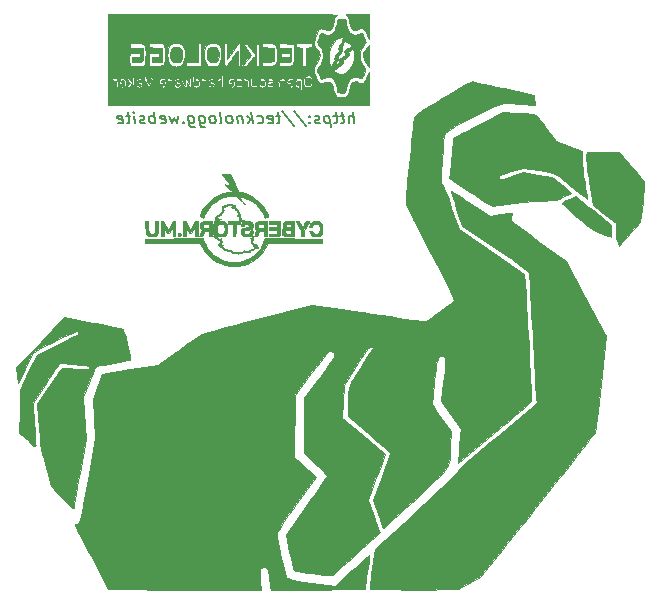
<source format=gbr>
G04 #@! TF.GenerationSoftware,KiCad,Pcbnew,(5.1.5)-3*
G04 #@! TF.CreationDate,2020-05-07T19:53:48+04:00*
G04 #@! TF.ProjectId,stormduino Rev2,73746f72-6d64-4756-996e-6f2052657632,rev?*
G04 #@! TF.SameCoordinates,Original*
G04 #@! TF.FileFunction,Legend,Bot*
G04 #@! TF.FilePolarity,Positive*
%FSLAX46Y46*%
G04 Gerber Fmt 4.6, Leading zero omitted, Abs format (unit mm)*
G04 Created by KiCad (PCBNEW (5.1.5)-3) date 2020-05-07 19:53:48*
%MOMM*%
%LPD*%
G04 APERTURE LIST*
%ADD10C,0.150000*%
%ADD11C,0.010000*%
G04 APERTURE END LIST*
D10*
X148174385Y-59227980D02*
X148049385Y-58227980D01*
X147745813Y-59227980D02*
X147680337Y-58704171D01*
X147716051Y-58608933D01*
X147805337Y-58561314D01*
X147948194Y-58561314D01*
X148049385Y-58608933D01*
X148102956Y-58656552D01*
X147329147Y-58561314D02*
X146948194Y-58561314D01*
X147144623Y-58227980D02*
X147251766Y-59085123D01*
X147216051Y-59180361D01*
X147126766Y-59227980D01*
X147031527Y-59227980D01*
X146757718Y-58561314D02*
X146376766Y-58561314D01*
X146573194Y-58227980D02*
X146680337Y-59085123D01*
X146644623Y-59180361D01*
X146555337Y-59227980D01*
X146460099Y-59227980D01*
X146043432Y-58561314D02*
X146168432Y-59561314D01*
X146049385Y-58608933D02*
X145948194Y-58561314D01*
X145757718Y-58561314D01*
X145668432Y-58608933D01*
X145626766Y-58656552D01*
X145591051Y-58751790D01*
X145626766Y-59037504D01*
X145686289Y-59132742D01*
X145739861Y-59180361D01*
X145841051Y-59227980D01*
X146031527Y-59227980D01*
X146120813Y-59180361D01*
X145263670Y-59180361D02*
X145174385Y-59227980D01*
X144983908Y-59227980D01*
X144882718Y-59180361D01*
X144823194Y-59085123D01*
X144817242Y-59037504D01*
X144852956Y-58942266D01*
X144942242Y-58894647D01*
X145085099Y-58894647D01*
X145174385Y-58847028D01*
X145210099Y-58751790D01*
X145204147Y-58704171D01*
X145144623Y-58608933D01*
X145043432Y-58561314D01*
X144900575Y-58561314D01*
X144811289Y-58608933D01*
X144400575Y-59132742D02*
X144358908Y-59180361D01*
X144412480Y-59227980D01*
X144454147Y-59180361D01*
X144400575Y-59132742D01*
X144412480Y-59227980D01*
X144335099Y-58608933D02*
X144293432Y-58656552D01*
X144347004Y-58704171D01*
X144388670Y-58656552D01*
X144335099Y-58608933D01*
X144347004Y-58704171D01*
X143091051Y-58180361D02*
X144108908Y-59466076D01*
X142043432Y-58180361D02*
X143061289Y-59466076D01*
X141900575Y-58561314D02*
X141519623Y-58561314D01*
X141716051Y-58227980D02*
X141823194Y-59085123D01*
X141787480Y-59180361D01*
X141698194Y-59227980D01*
X141602956Y-59227980D01*
X140882718Y-59180361D02*
X140983908Y-59227980D01*
X141174385Y-59227980D01*
X141263670Y-59180361D01*
X141299385Y-59085123D01*
X141251766Y-58704171D01*
X141192242Y-58608933D01*
X141091051Y-58561314D01*
X140900575Y-58561314D01*
X140811289Y-58608933D01*
X140775575Y-58704171D01*
X140787480Y-58799409D01*
X141275575Y-58894647D01*
X139977956Y-59180361D02*
X140079147Y-59227980D01*
X140269623Y-59227980D01*
X140358908Y-59180361D01*
X140400575Y-59132742D01*
X140436289Y-59037504D01*
X140400575Y-58751790D01*
X140341051Y-58656552D01*
X140287480Y-58608933D01*
X140186289Y-58561314D01*
X139995813Y-58561314D01*
X139906527Y-58608933D01*
X139555337Y-59227980D02*
X139430337Y-58227980D01*
X139412480Y-58847028D02*
X139174385Y-59227980D01*
X139091051Y-58561314D02*
X139519623Y-58942266D01*
X138662480Y-58561314D02*
X138745813Y-59227980D01*
X138674385Y-58656552D02*
X138620813Y-58608933D01*
X138519623Y-58561314D01*
X138376766Y-58561314D01*
X138287480Y-58608933D01*
X138251766Y-58704171D01*
X138317242Y-59227980D01*
X137698194Y-59227980D02*
X137787480Y-59180361D01*
X137829147Y-59132742D01*
X137864861Y-59037504D01*
X137829147Y-58751790D01*
X137769623Y-58656552D01*
X137716051Y-58608933D01*
X137614861Y-58561314D01*
X137472004Y-58561314D01*
X137382718Y-58608933D01*
X137341051Y-58656552D01*
X137305337Y-58751790D01*
X137341051Y-59037504D01*
X137400575Y-59132742D01*
X137454147Y-59180361D01*
X137555337Y-59227980D01*
X137698194Y-59227980D01*
X136793432Y-59227980D02*
X136882718Y-59180361D01*
X136918432Y-59085123D01*
X136811289Y-58227980D01*
X136269623Y-59227980D02*
X136358908Y-59180361D01*
X136400575Y-59132742D01*
X136436289Y-59037504D01*
X136400575Y-58751790D01*
X136341051Y-58656552D01*
X136287480Y-58608933D01*
X136186289Y-58561314D01*
X136043432Y-58561314D01*
X135954147Y-58608933D01*
X135912480Y-58656552D01*
X135876766Y-58751790D01*
X135912480Y-59037504D01*
X135972004Y-59132742D01*
X136025575Y-59180361D01*
X136126766Y-59227980D01*
X136269623Y-59227980D01*
X134995813Y-58561314D02*
X135097004Y-59370838D01*
X135156527Y-59466076D01*
X135210099Y-59513695D01*
X135311289Y-59561314D01*
X135454147Y-59561314D01*
X135543432Y-59513695D01*
X135073194Y-59180361D02*
X135174385Y-59227980D01*
X135364861Y-59227980D01*
X135454147Y-59180361D01*
X135495813Y-59132742D01*
X135531527Y-59037504D01*
X135495813Y-58751790D01*
X135436289Y-58656552D01*
X135382718Y-58608933D01*
X135281527Y-58561314D01*
X135091051Y-58561314D01*
X135001766Y-58608933D01*
X134091051Y-58561314D02*
X134192242Y-59370838D01*
X134251766Y-59466076D01*
X134305337Y-59513695D01*
X134406527Y-59561314D01*
X134549385Y-59561314D01*
X134638670Y-59513695D01*
X134168432Y-59180361D02*
X134269623Y-59227980D01*
X134460099Y-59227980D01*
X134549385Y-59180361D01*
X134591051Y-59132742D01*
X134626766Y-59037504D01*
X134591051Y-58751790D01*
X134531527Y-58656552D01*
X134477956Y-58608933D01*
X134376766Y-58561314D01*
X134186289Y-58561314D01*
X134097004Y-58608933D01*
X133686289Y-59132742D02*
X133644623Y-59180361D01*
X133698194Y-59227980D01*
X133739861Y-59180361D01*
X133686289Y-59132742D01*
X133698194Y-59227980D01*
X133233908Y-58561314D02*
X133126766Y-59227980D01*
X132876766Y-58751790D01*
X132745813Y-59227980D01*
X132472004Y-58561314D01*
X131787480Y-59180361D02*
X131888670Y-59227980D01*
X132079147Y-59227980D01*
X132168432Y-59180361D01*
X132204147Y-59085123D01*
X132156527Y-58704171D01*
X132097004Y-58608933D01*
X131995813Y-58561314D01*
X131805337Y-58561314D01*
X131716051Y-58608933D01*
X131680337Y-58704171D01*
X131692242Y-58799409D01*
X132180337Y-58894647D01*
X131317242Y-59227980D02*
X131192242Y-58227980D01*
X131239861Y-58608933D02*
X131138670Y-58561314D01*
X130948194Y-58561314D01*
X130858908Y-58608933D01*
X130817242Y-58656552D01*
X130781527Y-58751790D01*
X130817242Y-59037504D01*
X130876766Y-59132742D01*
X130930337Y-59180361D01*
X131031527Y-59227980D01*
X131222004Y-59227980D01*
X131311289Y-59180361D01*
X130454147Y-59180361D02*
X130364861Y-59227980D01*
X130174385Y-59227980D01*
X130073194Y-59180361D01*
X130013670Y-59085123D01*
X130007718Y-59037504D01*
X130043432Y-58942266D01*
X130132718Y-58894647D01*
X130275575Y-58894647D01*
X130364861Y-58847028D01*
X130400575Y-58751790D01*
X130394623Y-58704171D01*
X130335099Y-58608933D01*
X130233908Y-58561314D01*
X130091051Y-58561314D01*
X130001766Y-58608933D01*
X129602956Y-59227980D02*
X129519623Y-58561314D01*
X129477956Y-58227980D02*
X129531527Y-58275600D01*
X129489861Y-58323219D01*
X129436289Y-58275600D01*
X129477956Y-58227980D01*
X129489861Y-58323219D01*
X129186289Y-58561314D02*
X128805337Y-58561314D01*
X129001766Y-58227980D02*
X129108908Y-59085123D01*
X129073194Y-59180361D01*
X128983908Y-59227980D01*
X128888670Y-59227980D01*
X128168432Y-59180361D02*
X128269623Y-59227980D01*
X128460099Y-59227980D01*
X128549385Y-59180361D01*
X128585099Y-59085123D01*
X128537480Y-58704171D01*
X128477956Y-58608933D01*
X128376766Y-58561314D01*
X128186289Y-58561314D01*
X128097004Y-58608933D01*
X128061289Y-58704171D01*
X128073194Y-58799409D01*
X128561289Y-58894647D01*
D11*
G36*
X159127911Y-59093305D02*
G01*
X158613979Y-59354543D01*
X158115905Y-59609001D01*
X157666450Y-59839846D01*
X157298374Y-60030247D01*
X157044438Y-60163371D01*
X157021476Y-60175615D01*
X156503684Y-60452579D01*
X156404900Y-61853523D01*
X156368650Y-62347806D01*
X156332567Y-62804807D01*
X156299717Y-63188108D01*
X156273168Y-63461294D01*
X156261282Y-63558948D01*
X156216448Y-63863430D01*
X157809191Y-64919126D01*
X158281891Y-65231940D01*
X158718069Y-65519648D01*
X159094185Y-65766797D01*
X159386696Y-65957932D01*
X159572063Y-66077602D01*
X159613600Y-66103625D01*
X159711937Y-66152657D01*
X159829766Y-66178653D01*
X159997545Y-66180224D01*
X160245729Y-66155979D01*
X160604778Y-66104529D01*
X161010600Y-66039878D01*
X161693052Y-65946576D01*
X162480423Y-65868283D01*
X163308547Y-65810825D01*
X163762267Y-65790062D01*
X164322834Y-65768027D01*
X164741527Y-65746339D01*
X165045755Y-65721361D01*
X165262930Y-65689453D01*
X165420463Y-65646978D01*
X165545765Y-65590297D01*
X165624933Y-65542819D01*
X165894317Y-65388066D01*
X166164808Y-65258616D01*
X166196433Y-65245882D01*
X166379795Y-65160292D01*
X166469739Y-65090217D01*
X166471600Y-65082994D01*
X166409781Y-65010820D01*
X166241465Y-64855663D01*
X165992365Y-64640343D01*
X165688433Y-64387881D01*
X164905267Y-63748697D01*
X163676126Y-63551520D01*
X162446985Y-63354342D01*
X161516967Y-63664238D01*
X161064066Y-63813094D01*
X160747923Y-63908797D01*
X160545377Y-63953859D01*
X160433263Y-63950793D01*
X160388418Y-63902110D01*
X160387681Y-63810324D01*
X160390878Y-63786388D01*
X160424084Y-63699641D01*
X160513910Y-63619604D01*
X160686468Y-63533436D01*
X160967872Y-63428298D01*
X161384235Y-63291350D01*
X161422366Y-63279205D01*
X162426799Y-62959768D01*
X163745251Y-63172557D01*
X164285020Y-63263944D01*
X164684230Y-63343033D01*
X164970524Y-63417050D01*
X165171549Y-63493220D01*
X165314948Y-63578770D01*
X165323152Y-63584996D01*
X165474245Y-63704886D01*
X165728008Y-63910186D01*
X166056699Y-64178289D01*
X166432581Y-64486588D01*
X166720685Y-64723916D01*
X167091256Y-65027279D01*
X167414237Y-65286981D01*
X167668213Y-65486183D01*
X167831767Y-65608050D01*
X167883694Y-65638261D01*
X167877889Y-65550983D01*
X167846237Y-65324594D01*
X167793039Y-64986614D01*
X167722595Y-64564558D01*
X167655834Y-64179901D01*
X167569562Y-63654429D01*
X167495939Y-63136841D01*
X167440438Y-62671181D01*
X167408532Y-62301491D01*
X167402991Y-62145154D01*
X167402934Y-61543843D01*
X166331851Y-61134600D01*
X165260769Y-60725358D01*
X164427855Y-59602103D01*
X164134520Y-59203194D01*
X163907324Y-58904638D01*
X163714990Y-58690951D01*
X163526241Y-58546653D01*
X163309798Y-58456261D01*
X163034384Y-58404292D01*
X162668721Y-58375265D01*
X162181530Y-58353698D01*
X161879578Y-58340737D01*
X160716556Y-58287960D01*
X159127911Y-59093305D01*
G37*
X159127911Y-59093305D02*
X158613979Y-59354543D01*
X158115905Y-59609001D01*
X157666450Y-59839846D01*
X157298374Y-60030247D01*
X157044438Y-60163371D01*
X157021476Y-60175615D01*
X156503684Y-60452579D01*
X156404900Y-61853523D01*
X156368650Y-62347806D01*
X156332567Y-62804807D01*
X156299717Y-63188108D01*
X156273168Y-63461294D01*
X156261282Y-63558948D01*
X156216448Y-63863430D01*
X157809191Y-64919126D01*
X158281891Y-65231940D01*
X158718069Y-65519648D01*
X159094185Y-65766797D01*
X159386696Y-65957932D01*
X159572063Y-66077602D01*
X159613600Y-66103625D01*
X159711937Y-66152657D01*
X159829766Y-66178653D01*
X159997545Y-66180224D01*
X160245729Y-66155979D01*
X160604778Y-66104529D01*
X161010600Y-66039878D01*
X161693052Y-65946576D01*
X162480423Y-65868283D01*
X163308547Y-65810825D01*
X163762267Y-65790062D01*
X164322834Y-65768027D01*
X164741527Y-65746339D01*
X165045755Y-65721361D01*
X165262930Y-65689453D01*
X165420463Y-65646978D01*
X165545765Y-65590297D01*
X165624933Y-65542819D01*
X165894317Y-65388066D01*
X166164808Y-65258616D01*
X166196433Y-65245882D01*
X166379795Y-65160292D01*
X166469739Y-65090217D01*
X166471600Y-65082994D01*
X166409781Y-65010820D01*
X166241465Y-64855663D01*
X165992365Y-64640343D01*
X165688433Y-64387881D01*
X164905267Y-63748697D01*
X163676126Y-63551520D01*
X162446985Y-63354342D01*
X161516967Y-63664238D01*
X161064066Y-63813094D01*
X160747923Y-63908797D01*
X160545377Y-63953859D01*
X160433263Y-63950793D01*
X160388418Y-63902110D01*
X160387681Y-63810324D01*
X160390878Y-63786388D01*
X160424084Y-63699641D01*
X160513910Y-63619604D01*
X160686468Y-63533436D01*
X160967872Y-63428298D01*
X161384235Y-63291350D01*
X161422366Y-63279205D01*
X162426799Y-62959768D01*
X163745251Y-63172557D01*
X164285020Y-63263944D01*
X164684230Y-63343033D01*
X164970524Y-63417050D01*
X165171549Y-63493220D01*
X165314948Y-63578770D01*
X165323152Y-63584996D01*
X165474245Y-63704886D01*
X165728008Y-63910186D01*
X166056699Y-64178289D01*
X166432581Y-64486588D01*
X166720685Y-64723916D01*
X167091256Y-65027279D01*
X167414237Y-65286981D01*
X167668213Y-65486183D01*
X167831767Y-65608050D01*
X167883694Y-65638261D01*
X167877889Y-65550983D01*
X167846237Y-65324594D01*
X167793039Y-64986614D01*
X167722595Y-64564558D01*
X167655834Y-64179901D01*
X167569562Y-63654429D01*
X167495939Y-63136841D01*
X167440438Y-62671181D01*
X167408532Y-62301491D01*
X167402991Y-62145154D01*
X167402934Y-61543843D01*
X166331851Y-61134600D01*
X165260769Y-60725358D01*
X164427855Y-59602103D01*
X164134520Y-59203194D01*
X163907324Y-58904638D01*
X163714990Y-58690951D01*
X163526241Y-58546653D01*
X163309798Y-58456261D01*
X163034384Y-58404292D01*
X162668721Y-58375265D01*
X162181530Y-58353698D01*
X161879578Y-58340737D01*
X160716556Y-58287960D01*
X159127911Y-59093305D01*
G36*
X166408285Y-65586734D02*
G01*
X166037924Y-65744261D01*
X165815771Y-65866649D01*
X165726653Y-65963262D01*
X165727947Y-66006666D01*
X165796780Y-66077968D01*
X165974335Y-66241222D01*
X166240490Y-66478507D01*
X166575120Y-66771899D01*
X166958103Y-67103476D01*
X166997357Y-67137245D01*
X167435594Y-67511925D01*
X167775495Y-67794036D01*
X168045969Y-68002728D01*
X168275927Y-68157156D01*
X168494280Y-68276471D01*
X168729938Y-68379825D01*
X169011812Y-68486371D01*
X169060623Y-68504086D01*
X169404446Y-68627339D01*
X169684536Y-68725474D01*
X169865695Y-68786292D01*
X169914925Y-68800133D01*
X169930528Y-68723541D01*
X169933363Y-68525257D01*
X169925992Y-68316074D01*
X169900600Y-67832016D01*
X168672933Y-66827146D01*
X168264311Y-66493253D01*
X167882182Y-66182061D01*
X167553281Y-65915263D01*
X167304345Y-65714551D01*
X167170285Y-65607963D01*
X166895302Y-65393650D01*
X166408285Y-65586734D01*
G37*
X166408285Y-65586734D02*
X166037924Y-65744261D01*
X165815771Y-65866649D01*
X165726653Y-65963262D01*
X165727947Y-66006666D01*
X165796780Y-66077968D01*
X165974335Y-66241222D01*
X166240490Y-66478507D01*
X166575120Y-66771899D01*
X166958103Y-67103476D01*
X166997357Y-67137245D01*
X167435594Y-67511925D01*
X167775495Y-67794036D01*
X168045969Y-68002728D01*
X168275927Y-68157156D01*
X168494280Y-68276471D01*
X168729938Y-68379825D01*
X169011812Y-68486371D01*
X169060623Y-68504086D01*
X169404446Y-68627339D01*
X169684536Y-68725474D01*
X169865695Y-68786292D01*
X169914925Y-68800133D01*
X169930528Y-68723541D01*
X169933363Y-68525257D01*
X169925992Y-68316074D01*
X169900600Y-67832016D01*
X168672933Y-66827146D01*
X168264311Y-66493253D01*
X167882182Y-66182061D01*
X167553281Y-65915263D01*
X167304345Y-65714551D01*
X167170285Y-65607963D01*
X166895302Y-65393650D01*
X166408285Y-65586734D01*
G36*
X167796861Y-61963300D02*
G01*
X167792761Y-62209884D01*
X167827590Y-62619139D01*
X167901103Y-63188994D01*
X168013057Y-63917381D01*
X168060656Y-64205679D01*
X168376153Y-66088226D01*
X169328877Y-66866240D01*
X170281600Y-67644255D01*
X170281600Y-68301864D01*
X170291633Y-68619940D01*
X170318204Y-68868226D01*
X170356028Y-69001720D01*
X170364926Y-69010971D01*
X170443546Y-69123110D01*
X170514558Y-69318350D01*
X170580863Y-69574231D01*
X170833398Y-69275106D01*
X170996776Y-69087484D01*
X171238918Y-68816597D01*
X171523232Y-68503143D01*
X171735554Y-68271729D01*
X172385174Y-67567477D01*
X172568127Y-65893836D01*
X172630778Y-65279389D01*
X172672314Y-64779848D01*
X172691885Y-64409556D01*
X172688642Y-64182858D01*
X172673196Y-64118331D01*
X172596451Y-64022811D01*
X172430571Y-63819346D01*
X172194148Y-63530642D01*
X171905772Y-63179402D01*
X171601852Y-62809966D01*
X170608392Y-61603466D01*
X167848563Y-61603466D01*
X167796861Y-61963300D01*
G37*
X167796861Y-61963300D02*
X167792761Y-62209884D01*
X167827590Y-62619139D01*
X167901103Y-63188994D01*
X168013057Y-63917381D01*
X168060656Y-64205679D01*
X168376153Y-66088226D01*
X169328877Y-66866240D01*
X170281600Y-67644255D01*
X170281600Y-68301864D01*
X170291633Y-68619940D01*
X170318204Y-68868226D01*
X170356028Y-69001720D01*
X170364926Y-69010971D01*
X170443546Y-69123110D01*
X170514558Y-69318350D01*
X170580863Y-69574231D01*
X170833398Y-69275106D01*
X170996776Y-69087484D01*
X171238918Y-68816597D01*
X171523232Y-68503143D01*
X171735554Y-68271729D01*
X172385174Y-67567477D01*
X172568127Y-65893836D01*
X172630778Y-65279389D01*
X172672314Y-64779848D01*
X172691885Y-64409556D01*
X172688642Y-64182858D01*
X172673196Y-64118331D01*
X172596451Y-64022811D01*
X172430571Y-63819346D01*
X172194148Y-63530642D01*
X171905772Y-63179402D01*
X171601852Y-62809966D01*
X170608392Y-61603466D01*
X167848563Y-61603466D01*
X167796861Y-61963300D01*
G36*
X123011315Y-76253569D02*
G01*
X122778457Y-76499129D01*
X122454168Y-76840234D01*
X122064026Y-77250024D01*
X121633610Y-77701641D01*
X121188498Y-78168225D01*
X120957861Y-78409800D01*
X119502423Y-79933800D01*
X119706153Y-81203800D01*
X120264110Y-80044027D01*
X120462731Y-79627837D01*
X120636886Y-79256655D01*
X120772280Y-78961425D01*
X120854621Y-78773092D01*
X120870877Y-78730465D01*
X120960700Y-78640969D01*
X121176352Y-78497673D01*
X121492789Y-78312928D01*
X121884967Y-78099084D01*
X122327845Y-77868491D01*
X122796377Y-77633501D01*
X123265520Y-77406462D01*
X123710232Y-77199727D01*
X124105468Y-77025645D01*
X124426186Y-76896566D01*
X124647341Y-76824841D01*
X124742480Y-76821146D01*
X124796028Y-76948939D01*
X124750523Y-77030378D01*
X124650521Y-77098636D01*
X124421560Y-77228890D01*
X124086818Y-77408786D01*
X123669476Y-77625972D01*
X123192713Y-77868094D01*
X122966288Y-77981233D01*
X121273819Y-78822667D01*
X120579063Y-80309567D01*
X119884306Y-81796466D01*
X119850889Y-83624640D01*
X119817472Y-85452815D01*
X120496203Y-86065674D01*
X120795462Y-86331820D01*
X120992524Y-86493610D01*
X121107761Y-86563527D01*
X121161542Y-86554051D01*
X121174262Y-86481166D01*
X121168031Y-86337989D01*
X121151067Y-86055409D01*
X121125308Y-85662884D01*
X121092694Y-85189871D01*
X121055166Y-84665824D01*
X121050594Y-84603229D01*
X120927598Y-82922659D01*
X121950548Y-81343563D01*
X122255653Y-80875599D01*
X122537154Y-80449503D01*
X122779683Y-80088083D01*
X122967876Y-79814149D01*
X123086367Y-79650508D01*
X123111382Y-79620436D01*
X123178027Y-79564224D01*
X123268618Y-79529734D01*
X123412309Y-79516398D01*
X123638257Y-79523650D01*
X123975619Y-79550924D01*
X124425969Y-79594871D01*
X124966750Y-79655229D01*
X125352949Y-79713930D01*
X125599203Y-79775571D01*
X125720148Y-79844745D01*
X125730420Y-79926047D01*
X125682844Y-79989423D01*
X125594328Y-80028864D01*
X125415825Y-80044629D01*
X125124072Y-80036708D01*
X124695804Y-80005093D01*
X124515516Y-79988996D01*
X124105883Y-79954769D01*
X123758069Y-79932218D01*
X123506345Y-79923098D01*
X123384982Y-79929166D01*
X123381014Y-79930866D01*
X123317460Y-80010836D01*
X123176481Y-80211774D01*
X122972478Y-80512373D01*
X122719855Y-80891331D01*
X122433014Y-81327340D01*
X122323367Y-81495367D01*
X121330850Y-83019616D01*
X121473134Y-85027608D01*
X121531104Y-85781033D01*
X121587271Y-86381592D01*
X121641125Y-86824919D01*
X121692154Y-87106644D01*
X121728761Y-87210033D01*
X121788346Y-87351025D01*
X121876993Y-87623225D01*
X121984696Y-87993079D01*
X122101447Y-88427030D01*
X122158108Y-88649623D01*
X122474111Y-89914780D01*
X123358052Y-90872123D01*
X123736197Y-91276477D01*
X124016087Y-91562337D01*
X124209507Y-91739919D01*
X124328239Y-91819437D01*
X124384064Y-91811105D01*
X124392267Y-91768724D01*
X124406757Y-91673957D01*
X124447938Y-91432062D01*
X124512371Y-91062543D01*
X124596618Y-90584905D01*
X124697243Y-90018651D01*
X124810809Y-89383286D01*
X124910789Y-88826558D01*
X125429311Y-85945133D01*
X125228973Y-82385401D01*
X125704346Y-81159600D01*
X125875114Y-80729129D01*
X126032243Y-80351181D01*
X126162686Y-80055792D01*
X126253403Y-79872998D01*
X126280826Y-79832128D01*
X126395401Y-79784333D01*
X126646683Y-79717930D01*
X127003978Y-79639819D01*
X127436592Y-79556899D01*
X127736600Y-79504863D01*
X128199961Y-79425424D01*
X128606719Y-79351398D01*
X128926503Y-79288651D01*
X129128945Y-79243049D01*
X129182959Y-79225535D01*
X129190594Y-79132370D01*
X129159164Y-78910695D01*
X129097096Y-78594539D01*
X129012818Y-78217929D01*
X128914756Y-77814893D01*
X128811340Y-77419457D01*
X128710995Y-77065650D01*
X128622150Y-76787499D01*
X128553232Y-76619032D01*
X128529470Y-76586956D01*
X128432620Y-76560315D01*
X128190688Y-76506936D01*
X127825053Y-76431150D01*
X127357091Y-76337292D01*
X126808181Y-76229694D01*
X126199699Y-76112688D01*
X126036822Y-76081725D01*
X123609331Y-75621338D01*
X123011315Y-76253569D01*
G37*
X123011315Y-76253569D02*
X122778457Y-76499129D01*
X122454168Y-76840234D01*
X122064026Y-77250024D01*
X121633610Y-77701641D01*
X121188498Y-78168225D01*
X120957861Y-78409800D01*
X119502423Y-79933800D01*
X119706153Y-81203800D01*
X120264110Y-80044027D01*
X120462731Y-79627837D01*
X120636886Y-79256655D01*
X120772280Y-78961425D01*
X120854621Y-78773092D01*
X120870877Y-78730465D01*
X120960700Y-78640969D01*
X121176352Y-78497673D01*
X121492789Y-78312928D01*
X121884967Y-78099084D01*
X122327845Y-77868491D01*
X122796377Y-77633501D01*
X123265520Y-77406462D01*
X123710232Y-77199727D01*
X124105468Y-77025645D01*
X124426186Y-76896566D01*
X124647341Y-76824841D01*
X124742480Y-76821146D01*
X124796028Y-76948939D01*
X124750523Y-77030378D01*
X124650521Y-77098636D01*
X124421560Y-77228890D01*
X124086818Y-77408786D01*
X123669476Y-77625972D01*
X123192713Y-77868094D01*
X122966288Y-77981233D01*
X121273819Y-78822667D01*
X120579063Y-80309567D01*
X119884306Y-81796466D01*
X119850889Y-83624640D01*
X119817472Y-85452815D01*
X120496203Y-86065674D01*
X120795462Y-86331820D01*
X120992524Y-86493610D01*
X121107761Y-86563527D01*
X121161542Y-86554051D01*
X121174262Y-86481166D01*
X121168031Y-86337989D01*
X121151067Y-86055409D01*
X121125308Y-85662884D01*
X121092694Y-85189871D01*
X121055166Y-84665824D01*
X121050594Y-84603229D01*
X120927598Y-82922659D01*
X121950548Y-81343563D01*
X122255653Y-80875599D01*
X122537154Y-80449503D01*
X122779683Y-80088083D01*
X122967876Y-79814149D01*
X123086367Y-79650508D01*
X123111382Y-79620436D01*
X123178027Y-79564224D01*
X123268618Y-79529734D01*
X123412309Y-79516398D01*
X123638257Y-79523650D01*
X123975619Y-79550924D01*
X124425969Y-79594871D01*
X124966750Y-79655229D01*
X125352949Y-79713930D01*
X125599203Y-79775571D01*
X125720148Y-79844745D01*
X125730420Y-79926047D01*
X125682844Y-79989423D01*
X125594328Y-80028864D01*
X125415825Y-80044629D01*
X125124072Y-80036708D01*
X124695804Y-80005093D01*
X124515516Y-79988996D01*
X124105883Y-79954769D01*
X123758069Y-79932218D01*
X123506345Y-79923098D01*
X123384982Y-79929166D01*
X123381014Y-79930866D01*
X123317460Y-80010836D01*
X123176481Y-80211774D01*
X122972478Y-80512373D01*
X122719855Y-80891331D01*
X122433014Y-81327340D01*
X122323367Y-81495367D01*
X121330850Y-83019616D01*
X121473134Y-85027608D01*
X121531104Y-85781033D01*
X121587271Y-86381592D01*
X121641125Y-86824919D01*
X121692154Y-87106644D01*
X121728761Y-87210033D01*
X121788346Y-87351025D01*
X121876993Y-87623225D01*
X121984696Y-87993079D01*
X122101447Y-88427030D01*
X122158108Y-88649623D01*
X122474111Y-89914780D01*
X123358052Y-90872123D01*
X123736197Y-91276477D01*
X124016087Y-91562337D01*
X124209507Y-91739919D01*
X124328239Y-91819437D01*
X124384064Y-91811105D01*
X124392267Y-91768724D01*
X124406757Y-91673957D01*
X124447938Y-91432062D01*
X124512371Y-91062543D01*
X124596618Y-90584905D01*
X124697243Y-90018651D01*
X124810809Y-89383286D01*
X124910789Y-88826558D01*
X125429311Y-85945133D01*
X125228973Y-82385401D01*
X125704346Y-81159600D01*
X125875114Y-80729129D01*
X126032243Y-80351181D01*
X126162686Y-80055792D01*
X126253403Y-79872998D01*
X126280826Y-79832128D01*
X126395401Y-79784333D01*
X126646683Y-79717930D01*
X127003978Y-79639819D01*
X127436592Y-79556899D01*
X127736600Y-79504863D01*
X128199961Y-79425424D01*
X128606719Y-79351398D01*
X128926503Y-79288651D01*
X129128945Y-79243049D01*
X129182959Y-79225535D01*
X129190594Y-79132370D01*
X129159164Y-78910695D01*
X129097096Y-78594539D01*
X129012818Y-78217929D01*
X128914756Y-77814893D01*
X128811340Y-77419457D01*
X128710995Y-77065650D01*
X128622150Y-76787499D01*
X128553232Y-76619032D01*
X128529470Y-76586956D01*
X128432620Y-76560315D01*
X128190688Y-76506936D01*
X127825053Y-76431150D01*
X127357091Y-76337292D01*
X126808181Y-76229694D01*
X126199699Y-76112688D01*
X126036822Y-76081725D01*
X123609331Y-75621338D01*
X123011315Y-76253569D01*
G36*
X158020347Y-55701245D02*
G01*
X157783033Y-55818956D01*
X157438608Y-56004462D01*
X157005687Y-56247391D01*
X156502887Y-56537373D01*
X155948823Y-56864036D01*
X155616398Y-57063157D01*
X154968445Y-57454347D01*
X154451069Y-57769605D01*
X154049274Y-58019497D01*
X153748062Y-58214588D01*
X153532437Y-58365446D01*
X153387403Y-58482637D01*
X153297963Y-58576727D01*
X153249119Y-58658281D01*
X153225876Y-58737868D01*
X153223916Y-58748838D01*
X153201617Y-58914052D01*
X153165712Y-59221282D01*
X153118491Y-59647974D01*
X153062241Y-60171574D01*
X152999251Y-60769530D01*
X152931810Y-61419285D01*
X152862205Y-62098288D01*
X152792726Y-62783985D01*
X152725661Y-63453821D01*
X152663298Y-64085242D01*
X152607925Y-64655696D01*
X152561831Y-65142628D01*
X152527305Y-65523484D01*
X152506635Y-65775711D01*
X152501600Y-65867660D01*
X152542084Y-66012013D01*
X152663707Y-66300894D01*
X152866727Y-66734827D01*
X153151402Y-67314335D01*
X153517990Y-68039942D01*
X153966748Y-68912171D01*
X154497935Y-69931546D01*
X154587334Y-70102124D01*
X155071119Y-71027141D01*
X155478872Y-71812767D01*
X155815220Y-72468499D01*
X156084791Y-73003834D01*
X156292215Y-73428269D01*
X156442118Y-73751302D01*
X156539128Y-73982428D01*
X156587875Y-74131145D01*
X156592986Y-74206951D01*
X156590395Y-74212429D01*
X156493101Y-74310311D01*
X156288246Y-74480070D01*
X156003758Y-74701411D01*
X155667568Y-74954037D01*
X155307606Y-75217652D01*
X154951802Y-75471958D01*
X154628085Y-75696660D01*
X154364386Y-75871461D01*
X154188634Y-75976064D01*
X154134935Y-75996800D01*
X154022261Y-75984438D01*
X153769438Y-75949968D01*
X153403636Y-75897312D01*
X152952026Y-75830393D01*
X152441780Y-75753132D01*
X152355637Y-75739938D01*
X151855696Y-75663683D01*
X151223471Y-75567940D01*
X150494188Y-75458005D01*
X149703074Y-75339173D01*
X148885353Y-75216740D01*
X148076253Y-75096001D01*
X147650875Y-75032709D01*
X144620483Y-74582340D01*
X139960076Y-75786416D01*
X138938031Y-76051220D01*
X138067378Y-76278671D01*
X137335235Y-76472504D01*
X136728720Y-76636455D01*
X136234953Y-76774258D01*
X135841051Y-76889648D01*
X135534134Y-76986359D01*
X135301319Y-77068127D01*
X135129726Y-77138687D01*
X135006472Y-77201772D01*
X134947135Y-77239861D01*
X134773146Y-77363809D01*
X134487996Y-77567958D01*
X134117894Y-77833500D01*
X133689047Y-78141625D01*
X133227666Y-78473525D01*
X133085009Y-78576227D01*
X131575418Y-79663223D01*
X129200825Y-80052511D01*
X126826231Y-80441800D01*
X126016751Y-82520358D01*
X126122590Y-84190412D01*
X126228430Y-85860466D01*
X125602223Y-89372393D01*
X125438763Y-90282984D01*
X125299700Y-91039883D01*
X125181432Y-91656402D01*
X125080354Y-92145852D01*
X124992864Y-92521544D01*
X124915357Y-92796790D01*
X124844231Y-92984899D01*
X124775883Y-93099183D01*
X124706708Y-93152954D01*
X124633103Y-93159521D01*
X124581034Y-93144728D01*
X124542991Y-93127876D01*
X124513677Y-93117369D01*
X124499600Y-93126957D01*
X124507269Y-93170389D01*
X124543193Y-93261417D01*
X124613881Y-93413791D01*
X124725841Y-93641260D01*
X124885583Y-93957576D01*
X125099616Y-94376488D01*
X125374449Y-94911747D01*
X125716589Y-95577103D01*
X125916267Y-95965456D01*
X127313267Y-98683031D01*
X133794361Y-98685248D01*
X140275454Y-98687466D01*
X140204173Y-97946633D01*
X140168637Y-97486046D01*
X140169396Y-97165181D01*
X140211809Y-96957276D01*
X140301237Y-96835569D01*
X140438989Y-96774301D01*
X140645476Y-96762900D01*
X140789206Y-96862737D01*
X140883370Y-97092455D01*
X140941156Y-97470701D01*
X140942621Y-97486206D01*
X140977723Y-97836705D01*
X141015112Y-98169376D01*
X141040908Y-98369966D01*
X141086484Y-98687466D01*
X145058376Y-98687466D01*
X145860317Y-98686483D01*
X146608079Y-98683667D01*
X147285113Y-98679216D01*
X147874869Y-98673329D01*
X148360796Y-98666204D01*
X148726347Y-98658040D01*
X148954971Y-98649036D01*
X149030267Y-98639804D01*
X149042366Y-98544292D01*
X149075865Y-98309999D01*
X149126565Y-97965529D01*
X149190266Y-97539490D01*
X149243410Y-97187836D01*
X149312607Y-96722275D01*
X149369707Y-96319341D01*
X149410983Y-96006931D01*
X149432707Y-95812945D01*
X149433910Y-95761937D01*
X149368191Y-95810611D01*
X149196245Y-95958899D01*
X148935734Y-96190981D01*
X148604321Y-96491036D01*
X148219669Y-96843244D01*
X147986796Y-97058100D01*
X146562325Y-98375858D01*
X144557796Y-98105547D01*
X143879256Y-98011430D01*
X143352091Y-97931823D01*
X142959283Y-97863426D01*
X142683812Y-97802938D01*
X142508660Y-97747060D01*
X142416808Y-97692491D01*
X142414205Y-97689851D01*
X142364629Y-97575464D01*
X142289740Y-97324881D01*
X142196244Y-96968187D01*
X142090844Y-96535464D01*
X141980246Y-96056798D01*
X141871154Y-95562271D01*
X141770273Y-95081967D01*
X141684307Y-94645969D01*
X141619962Y-94284362D01*
X141583941Y-94027229D01*
X141578636Y-93940687D01*
X141626449Y-93842278D01*
X141761763Y-93623515D01*
X141973103Y-93301439D01*
X142248995Y-92893093D01*
X142577963Y-92415517D01*
X142948532Y-91885753D01*
X143231970Y-91485354D01*
X144884340Y-89162466D01*
X143990627Y-88315800D01*
X143096914Y-87469133D01*
X143103600Y-82199055D01*
X144509646Y-80361799D01*
X144883657Y-79876720D01*
X145228370Y-79436542D01*
X145529352Y-79059146D01*
X145772173Y-78762413D01*
X145942397Y-78564224D01*
X146025595Y-78482462D01*
X146027030Y-78481818D01*
X146184193Y-78484857D01*
X146314318Y-78533259D01*
X146421159Y-78608366D01*
X146477267Y-78704966D01*
X146474963Y-78838135D01*
X146406568Y-79022948D01*
X146264403Y-79274481D01*
X146040790Y-79607810D01*
X145728050Y-80038010D01*
X145318505Y-80580156D01*
X145178600Y-80762990D01*
X143866934Y-82473800D01*
X143866267Y-84816834D01*
X143865600Y-87159869D01*
X144839267Y-88030400D01*
X145189554Y-88353062D01*
X145480180Y-88639247D01*
X145690860Y-88867677D01*
X145801308Y-89017078D01*
X145812933Y-89051667D01*
X145765371Y-89153867D01*
X145630155Y-89376757D01*
X145418498Y-89703549D01*
X145141609Y-90117455D01*
X144810698Y-90601686D01*
X144436976Y-91139457D01*
X144090227Y-91631472D01*
X142367521Y-94060541D01*
X142662721Y-95506170D01*
X142764413Y-95983883D01*
X142862077Y-96405917D01*
X142948368Y-96743245D01*
X143015944Y-96966840D01*
X143051927Y-97044657D01*
X143160384Y-97082450D01*
X143404165Y-97133931D01*
X143750251Y-97194519D01*
X144165622Y-97259634D01*
X144617257Y-97324695D01*
X145072136Y-97385123D01*
X145497239Y-97436337D01*
X145859546Y-97473757D01*
X146126036Y-97492803D01*
X146260400Y-97489701D01*
X146342369Y-97430146D01*
X146529082Y-97272963D01*
X146802279Y-97034761D01*
X147143698Y-96732145D01*
X147535081Y-96381723D01*
X147958166Y-96000101D01*
X148394692Y-95603886D01*
X148826400Y-95209685D01*
X149235029Y-94834106D01*
X149602318Y-94493754D01*
X149910007Y-94205237D01*
X150139836Y-93985161D01*
X150273544Y-93850135D01*
X150300267Y-93815661D01*
X150271914Y-93734125D01*
X150193384Y-93520557D01*
X150074473Y-93201284D01*
X149924975Y-92802633D01*
X149796551Y-92461772D01*
X149292835Y-91127351D01*
X149849053Y-89679242D01*
X150043126Y-89173628D01*
X150231160Y-88683128D01*
X150398650Y-88245621D01*
X150531093Y-87898986D01*
X150600306Y-87717202D01*
X150795343Y-87203270D01*
X148973840Y-85685202D01*
X147152337Y-84167133D01*
X147211323Y-82770133D01*
X147270308Y-81373133D01*
X148303490Y-79764466D01*
X148672443Y-79196961D01*
X148964980Y-78763636D01*
X149190074Y-78452445D01*
X149356700Y-78251340D01*
X149473834Y-78148276D01*
X149522136Y-78128744D01*
X149669023Y-78146693D01*
X149707600Y-78206160D01*
X149663182Y-78305291D01*
X149538971Y-78523414D01*
X149348537Y-78838248D01*
X149105447Y-79227511D01*
X148823270Y-79668924D01*
X148717251Y-79832434D01*
X148369520Y-80369373D01*
X148103191Y-80796700D01*
X147907272Y-81146705D01*
X147770770Y-81451680D01*
X147682692Y-81743917D01*
X147632045Y-82055707D01*
X147607836Y-82419341D01*
X147599072Y-82867112D01*
X147597114Y-83122823D01*
X147590933Y-84025846D01*
X149390100Y-85523938D01*
X149860866Y-85917434D01*
X150287386Y-86276834D01*
X150652726Y-86587640D01*
X150939957Y-86835351D01*
X151132147Y-87005466D01*
X151212365Y-87083486D01*
X151213531Y-87085542D01*
X151190934Y-87178798D01*
X151114639Y-87407792D01*
X150992590Y-87750545D01*
X150832731Y-88185081D01*
X150643009Y-88689421D01*
X150474666Y-89129426D01*
X149711537Y-91109800D01*
X150146329Y-92295133D01*
X150299873Y-92711734D01*
X150432617Y-93068133D01*
X150533848Y-93335861D01*
X150592853Y-93486448D01*
X150602979Y-93508696D01*
X150667465Y-93458881D01*
X150843220Y-93305032D01*
X151117672Y-93058604D01*
X151478250Y-92731049D01*
X151912383Y-92333821D01*
X152407500Y-91878376D01*
X152951029Y-91376166D01*
X153374957Y-90983071D01*
X154032744Y-90374831D01*
X154580420Y-89869821D01*
X155028241Y-89452167D01*
X155386463Y-89105997D01*
X155665343Y-88815438D01*
X155875138Y-88564617D01*
X156026103Y-88337662D01*
X156128496Y-88118701D01*
X156192573Y-87891859D01*
X156228591Y-87641265D01*
X156246805Y-87351046D01*
X156257473Y-87005329D01*
X156270851Y-86588242D01*
X156274728Y-86495466D01*
X156328745Y-85267800D01*
X155614412Y-84251800D01*
X155353117Y-83877433D01*
X155121681Y-83540772D01*
X154940301Y-83271576D01*
X154829176Y-83099600D01*
X154809787Y-83066337D01*
X154783253Y-82954372D01*
X154777138Y-82744840D01*
X154792350Y-82422112D01*
X154829797Y-81970557D01*
X154890385Y-81374545D01*
X154927755Y-81034337D01*
X155000265Y-80404093D01*
X155061353Y-79921340D01*
X155114874Y-79564928D01*
X155164681Y-79313704D01*
X155214628Y-79146518D01*
X155268569Y-79042218D01*
X155296885Y-79008407D01*
X155444426Y-78898810D01*
X155601249Y-78913093D01*
X155673011Y-78943092D01*
X155755695Y-78984280D01*
X155816869Y-79036448D01*
X155856851Y-79120369D01*
X155875956Y-79256815D01*
X155874501Y-79466559D01*
X155852801Y-79770372D01*
X155811173Y-80189027D01*
X155749933Y-80743297D01*
X155706276Y-81128715D01*
X155522614Y-82746964D01*
X156343841Y-83922715D01*
X157165069Y-85098466D01*
X157121917Y-85606466D01*
X157098028Y-85913350D01*
X157068949Y-86324669D01*
X157039153Y-86775800D01*
X157022907Y-87036798D01*
X156967048Y-87959129D01*
X160033588Y-85394090D01*
X160653068Y-84874561D01*
X161232221Y-84386227D01*
X161758143Y-83940157D01*
X162217930Y-83547420D01*
X162598677Y-83219084D01*
X162887479Y-82966218D01*
X163071432Y-82799890D01*
X163137437Y-82731827D01*
X163138698Y-82634848D01*
X163131267Y-82386624D01*
X163116076Y-82004966D01*
X163094052Y-81507688D01*
X163066127Y-80912604D01*
X163033229Y-80237527D01*
X162996289Y-79500269D01*
X162956236Y-78718645D01*
X162914000Y-77910467D01*
X162870511Y-77093550D01*
X162826697Y-76285705D01*
X162783490Y-75504747D01*
X162741819Y-74768489D01*
X162702613Y-74094745D01*
X162666802Y-73501326D01*
X162635316Y-73006047D01*
X162612407Y-72672194D01*
X162558729Y-71929922D01*
X159776503Y-70055588D01*
X156994278Y-68181254D01*
X156385828Y-66355815D01*
X156144888Y-65651009D01*
X155942553Y-65097699D01*
X155780161Y-64699248D01*
X155659046Y-64459019D01*
X155605403Y-64391119D01*
X155552171Y-64344478D01*
X155512810Y-64288074D01*
X155487117Y-64200859D01*
X155474893Y-64061786D01*
X155475934Y-63849806D01*
X155490039Y-63543871D01*
X155517006Y-63122935D01*
X155556634Y-62565948D01*
X155584276Y-62186831D01*
X155632659Y-61537862D01*
X155673296Y-61036404D01*
X155709369Y-60660985D01*
X155744059Y-60390136D01*
X155780548Y-60202386D01*
X155822016Y-60076266D01*
X155871647Y-59990303D01*
X155917528Y-59937865D01*
X156055865Y-59835723D01*
X156321030Y-59672443D01*
X156687841Y-59461493D01*
X157131115Y-59216340D01*
X157625667Y-58950450D01*
X158146313Y-58677291D01*
X158667870Y-58410330D01*
X159165155Y-58163034D01*
X159612983Y-57948869D01*
X159782933Y-57870834D01*
X160092908Y-57732924D01*
X160346385Y-57632574D01*
X160577709Y-57565751D01*
X160821226Y-57528422D01*
X161111280Y-57516553D01*
X161482217Y-57526111D01*
X161968380Y-57553064D01*
X162306861Y-57574449D01*
X163433789Y-57646427D01*
X163381267Y-56836831D01*
X160841267Y-56255231D01*
X160203017Y-56109936D01*
X159612525Y-55977130D01*
X159091500Y-55861571D01*
X158661650Y-55768013D01*
X158344685Y-55701213D01*
X158162313Y-55665925D01*
X158131933Y-55661700D01*
X158020347Y-55701245D01*
G37*
X158020347Y-55701245D02*
X157783033Y-55818956D01*
X157438608Y-56004462D01*
X157005687Y-56247391D01*
X156502887Y-56537373D01*
X155948823Y-56864036D01*
X155616398Y-57063157D01*
X154968445Y-57454347D01*
X154451069Y-57769605D01*
X154049274Y-58019497D01*
X153748062Y-58214588D01*
X153532437Y-58365446D01*
X153387403Y-58482637D01*
X153297963Y-58576727D01*
X153249119Y-58658281D01*
X153225876Y-58737868D01*
X153223916Y-58748838D01*
X153201617Y-58914052D01*
X153165712Y-59221282D01*
X153118491Y-59647974D01*
X153062241Y-60171574D01*
X152999251Y-60769530D01*
X152931810Y-61419285D01*
X152862205Y-62098288D01*
X152792726Y-62783985D01*
X152725661Y-63453821D01*
X152663298Y-64085242D01*
X152607925Y-64655696D01*
X152561831Y-65142628D01*
X152527305Y-65523484D01*
X152506635Y-65775711D01*
X152501600Y-65867660D01*
X152542084Y-66012013D01*
X152663707Y-66300894D01*
X152866727Y-66734827D01*
X153151402Y-67314335D01*
X153517990Y-68039942D01*
X153966748Y-68912171D01*
X154497935Y-69931546D01*
X154587334Y-70102124D01*
X155071119Y-71027141D01*
X155478872Y-71812767D01*
X155815220Y-72468499D01*
X156084791Y-73003834D01*
X156292215Y-73428269D01*
X156442118Y-73751302D01*
X156539128Y-73982428D01*
X156587875Y-74131145D01*
X156592986Y-74206951D01*
X156590395Y-74212429D01*
X156493101Y-74310311D01*
X156288246Y-74480070D01*
X156003758Y-74701411D01*
X155667568Y-74954037D01*
X155307606Y-75217652D01*
X154951802Y-75471958D01*
X154628085Y-75696660D01*
X154364386Y-75871461D01*
X154188634Y-75976064D01*
X154134935Y-75996800D01*
X154022261Y-75984438D01*
X153769438Y-75949968D01*
X153403636Y-75897312D01*
X152952026Y-75830393D01*
X152441780Y-75753132D01*
X152355637Y-75739938D01*
X151855696Y-75663683D01*
X151223471Y-75567940D01*
X150494188Y-75458005D01*
X149703074Y-75339173D01*
X148885353Y-75216740D01*
X148076253Y-75096001D01*
X147650875Y-75032709D01*
X144620483Y-74582340D01*
X139960076Y-75786416D01*
X138938031Y-76051220D01*
X138067378Y-76278671D01*
X137335235Y-76472504D01*
X136728720Y-76636455D01*
X136234953Y-76774258D01*
X135841051Y-76889648D01*
X135534134Y-76986359D01*
X135301319Y-77068127D01*
X135129726Y-77138687D01*
X135006472Y-77201772D01*
X134947135Y-77239861D01*
X134773146Y-77363809D01*
X134487996Y-77567958D01*
X134117894Y-77833500D01*
X133689047Y-78141625D01*
X133227666Y-78473525D01*
X133085009Y-78576227D01*
X131575418Y-79663223D01*
X129200825Y-80052511D01*
X126826231Y-80441800D01*
X126016751Y-82520358D01*
X126122590Y-84190412D01*
X126228430Y-85860466D01*
X125602223Y-89372393D01*
X125438763Y-90282984D01*
X125299700Y-91039883D01*
X125181432Y-91656402D01*
X125080354Y-92145852D01*
X124992864Y-92521544D01*
X124915357Y-92796790D01*
X124844231Y-92984899D01*
X124775883Y-93099183D01*
X124706708Y-93152954D01*
X124633103Y-93159521D01*
X124581034Y-93144728D01*
X124542991Y-93127876D01*
X124513677Y-93117369D01*
X124499600Y-93126957D01*
X124507269Y-93170389D01*
X124543193Y-93261417D01*
X124613881Y-93413791D01*
X124725841Y-93641260D01*
X124885583Y-93957576D01*
X125099616Y-94376488D01*
X125374449Y-94911747D01*
X125716589Y-95577103D01*
X125916267Y-95965456D01*
X127313267Y-98683031D01*
X133794361Y-98685248D01*
X140275454Y-98687466D01*
X140204173Y-97946633D01*
X140168637Y-97486046D01*
X140169396Y-97165181D01*
X140211809Y-96957276D01*
X140301237Y-96835569D01*
X140438989Y-96774301D01*
X140645476Y-96762900D01*
X140789206Y-96862737D01*
X140883370Y-97092455D01*
X140941156Y-97470701D01*
X140942621Y-97486206D01*
X140977723Y-97836705D01*
X141015112Y-98169376D01*
X141040908Y-98369966D01*
X141086484Y-98687466D01*
X145058376Y-98687466D01*
X145860317Y-98686483D01*
X146608079Y-98683667D01*
X147285113Y-98679216D01*
X147874869Y-98673329D01*
X148360796Y-98666204D01*
X148726347Y-98658040D01*
X148954971Y-98649036D01*
X149030267Y-98639804D01*
X149042366Y-98544292D01*
X149075865Y-98309999D01*
X149126565Y-97965529D01*
X149190266Y-97539490D01*
X149243410Y-97187836D01*
X149312607Y-96722275D01*
X149369707Y-96319341D01*
X149410983Y-96006931D01*
X149432707Y-95812945D01*
X149433910Y-95761937D01*
X149368191Y-95810611D01*
X149196245Y-95958899D01*
X148935734Y-96190981D01*
X148604321Y-96491036D01*
X148219669Y-96843244D01*
X147986796Y-97058100D01*
X146562325Y-98375858D01*
X144557796Y-98105547D01*
X143879256Y-98011430D01*
X143352091Y-97931823D01*
X142959283Y-97863426D01*
X142683812Y-97802938D01*
X142508660Y-97747060D01*
X142416808Y-97692491D01*
X142414205Y-97689851D01*
X142364629Y-97575464D01*
X142289740Y-97324881D01*
X142196244Y-96968187D01*
X142090844Y-96535464D01*
X141980246Y-96056798D01*
X141871154Y-95562271D01*
X141770273Y-95081967D01*
X141684307Y-94645969D01*
X141619962Y-94284362D01*
X141583941Y-94027229D01*
X141578636Y-93940687D01*
X141626449Y-93842278D01*
X141761763Y-93623515D01*
X141973103Y-93301439D01*
X142248995Y-92893093D01*
X142577963Y-92415517D01*
X142948532Y-91885753D01*
X143231970Y-91485354D01*
X144884340Y-89162466D01*
X143990627Y-88315800D01*
X143096914Y-87469133D01*
X143103600Y-82199055D01*
X144509646Y-80361799D01*
X144883657Y-79876720D01*
X145228370Y-79436542D01*
X145529352Y-79059146D01*
X145772173Y-78762413D01*
X145942397Y-78564224D01*
X146025595Y-78482462D01*
X146027030Y-78481818D01*
X146184193Y-78484857D01*
X146314318Y-78533259D01*
X146421159Y-78608366D01*
X146477267Y-78704966D01*
X146474963Y-78838135D01*
X146406568Y-79022948D01*
X146264403Y-79274481D01*
X146040790Y-79607810D01*
X145728050Y-80038010D01*
X145318505Y-80580156D01*
X145178600Y-80762990D01*
X143866934Y-82473800D01*
X143866267Y-84816834D01*
X143865600Y-87159869D01*
X144839267Y-88030400D01*
X145189554Y-88353062D01*
X145480180Y-88639247D01*
X145690860Y-88867677D01*
X145801308Y-89017078D01*
X145812933Y-89051667D01*
X145765371Y-89153867D01*
X145630155Y-89376757D01*
X145418498Y-89703549D01*
X145141609Y-90117455D01*
X144810698Y-90601686D01*
X144436976Y-91139457D01*
X144090227Y-91631472D01*
X142367521Y-94060541D01*
X142662721Y-95506170D01*
X142764413Y-95983883D01*
X142862077Y-96405917D01*
X142948368Y-96743245D01*
X143015944Y-96966840D01*
X143051927Y-97044657D01*
X143160384Y-97082450D01*
X143404165Y-97133931D01*
X143750251Y-97194519D01*
X144165622Y-97259634D01*
X144617257Y-97324695D01*
X145072136Y-97385123D01*
X145497239Y-97436337D01*
X145859546Y-97473757D01*
X146126036Y-97492803D01*
X146260400Y-97489701D01*
X146342369Y-97430146D01*
X146529082Y-97272963D01*
X146802279Y-97034761D01*
X147143698Y-96732145D01*
X147535081Y-96381723D01*
X147958166Y-96000101D01*
X148394692Y-95603886D01*
X148826400Y-95209685D01*
X149235029Y-94834106D01*
X149602318Y-94493754D01*
X149910007Y-94205237D01*
X150139836Y-93985161D01*
X150273544Y-93850135D01*
X150300267Y-93815661D01*
X150271914Y-93734125D01*
X150193384Y-93520557D01*
X150074473Y-93201284D01*
X149924975Y-92802633D01*
X149796551Y-92461772D01*
X149292835Y-91127351D01*
X149849053Y-89679242D01*
X150043126Y-89173628D01*
X150231160Y-88683128D01*
X150398650Y-88245621D01*
X150531093Y-87898986D01*
X150600306Y-87717202D01*
X150795343Y-87203270D01*
X148973840Y-85685202D01*
X147152337Y-84167133D01*
X147211323Y-82770133D01*
X147270308Y-81373133D01*
X148303490Y-79764466D01*
X148672443Y-79196961D01*
X148964980Y-78763636D01*
X149190074Y-78452445D01*
X149356700Y-78251340D01*
X149473834Y-78148276D01*
X149522136Y-78128744D01*
X149669023Y-78146693D01*
X149707600Y-78206160D01*
X149663182Y-78305291D01*
X149538971Y-78523414D01*
X149348537Y-78838248D01*
X149105447Y-79227511D01*
X148823270Y-79668924D01*
X148717251Y-79832434D01*
X148369520Y-80369373D01*
X148103191Y-80796700D01*
X147907272Y-81146705D01*
X147770770Y-81451680D01*
X147682692Y-81743917D01*
X147632045Y-82055707D01*
X147607836Y-82419341D01*
X147599072Y-82867112D01*
X147597114Y-83122823D01*
X147590933Y-84025846D01*
X149390100Y-85523938D01*
X149860866Y-85917434D01*
X150287386Y-86276834D01*
X150652726Y-86587640D01*
X150939957Y-86835351D01*
X151132147Y-87005466D01*
X151212365Y-87083486D01*
X151213531Y-87085542D01*
X151190934Y-87178798D01*
X151114639Y-87407792D01*
X150992590Y-87750545D01*
X150832731Y-88185081D01*
X150643009Y-88689421D01*
X150474666Y-89129426D01*
X149711537Y-91109800D01*
X150146329Y-92295133D01*
X150299873Y-92711734D01*
X150432617Y-93068133D01*
X150533848Y-93335861D01*
X150592853Y-93486448D01*
X150602979Y-93508696D01*
X150667465Y-93458881D01*
X150843220Y-93305032D01*
X151117672Y-93058604D01*
X151478250Y-92731049D01*
X151912383Y-92333821D01*
X152407500Y-91878376D01*
X152951029Y-91376166D01*
X153374957Y-90983071D01*
X154032744Y-90374831D01*
X154580420Y-89869821D01*
X155028241Y-89452167D01*
X155386463Y-89105997D01*
X155665343Y-88815438D01*
X155875138Y-88564617D01*
X156026103Y-88337662D01*
X156128496Y-88118701D01*
X156192573Y-87891859D01*
X156228591Y-87641265D01*
X156246805Y-87351046D01*
X156257473Y-87005329D01*
X156270851Y-86588242D01*
X156274728Y-86495466D01*
X156328745Y-85267800D01*
X155614412Y-84251800D01*
X155353117Y-83877433D01*
X155121681Y-83540772D01*
X154940301Y-83271576D01*
X154829176Y-83099600D01*
X154809787Y-83066337D01*
X154783253Y-82954372D01*
X154777138Y-82744840D01*
X154792350Y-82422112D01*
X154829797Y-81970557D01*
X154890385Y-81374545D01*
X154927755Y-81034337D01*
X155000265Y-80404093D01*
X155061353Y-79921340D01*
X155114874Y-79564928D01*
X155164681Y-79313704D01*
X155214628Y-79146518D01*
X155268569Y-79042218D01*
X155296885Y-79008407D01*
X155444426Y-78898810D01*
X155601249Y-78913093D01*
X155673011Y-78943092D01*
X155755695Y-78984280D01*
X155816869Y-79036448D01*
X155856851Y-79120369D01*
X155875956Y-79256815D01*
X155874501Y-79466559D01*
X155852801Y-79770372D01*
X155811173Y-80189027D01*
X155749933Y-80743297D01*
X155706276Y-81128715D01*
X155522614Y-82746964D01*
X156343841Y-83922715D01*
X157165069Y-85098466D01*
X157121917Y-85606466D01*
X157098028Y-85913350D01*
X157068949Y-86324669D01*
X157039153Y-86775800D01*
X157022907Y-87036798D01*
X156967048Y-87959129D01*
X160033588Y-85394090D01*
X160653068Y-84874561D01*
X161232221Y-84386227D01*
X161758143Y-83940157D01*
X162217930Y-83547420D01*
X162598677Y-83219084D01*
X162887479Y-82966218D01*
X163071432Y-82799890D01*
X163137437Y-82731827D01*
X163138698Y-82634848D01*
X163131267Y-82386624D01*
X163116076Y-82004966D01*
X163094052Y-81507688D01*
X163066127Y-80912604D01*
X163033229Y-80237527D01*
X162996289Y-79500269D01*
X162956236Y-78718645D01*
X162914000Y-77910467D01*
X162870511Y-77093550D01*
X162826697Y-76285705D01*
X162783490Y-75504747D01*
X162741819Y-74768489D01*
X162702613Y-74094745D01*
X162666802Y-73501326D01*
X162635316Y-73006047D01*
X162612407Y-72672194D01*
X162558729Y-71929922D01*
X159776503Y-70055588D01*
X156994278Y-68181254D01*
X156385828Y-66355815D01*
X156144888Y-65651009D01*
X155942553Y-65097699D01*
X155780161Y-64699248D01*
X155659046Y-64459019D01*
X155605403Y-64391119D01*
X155552171Y-64344478D01*
X155512810Y-64288074D01*
X155487117Y-64200859D01*
X155474893Y-64061786D01*
X155475934Y-63849806D01*
X155490039Y-63543871D01*
X155517006Y-63122935D01*
X155556634Y-62565948D01*
X155584276Y-62186831D01*
X155632659Y-61537862D01*
X155673296Y-61036404D01*
X155709369Y-60660985D01*
X155744059Y-60390136D01*
X155780548Y-60202386D01*
X155822016Y-60076266D01*
X155871647Y-59990303D01*
X155917528Y-59937865D01*
X156055865Y-59835723D01*
X156321030Y-59672443D01*
X156687841Y-59461493D01*
X157131115Y-59216340D01*
X157625667Y-58950450D01*
X158146313Y-58677291D01*
X158667870Y-58410330D01*
X159165155Y-58163034D01*
X159612983Y-57948869D01*
X159782933Y-57870834D01*
X160092908Y-57732924D01*
X160346385Y-57632574D01*
X160577709Y-57565751D01*
X160821226Y-57528422D01*
X161111280Y-57516553D01*
X161482217Y-57526111D01*
X161968380Y-57553064D01*
X162306861Y-57574449D01*
X163433789Y-57646427D01*
X163381267Y-56836831D01*
X160841267Y-56255231D01*
X160203017Y-56109936D01*
X159612525Y-55977130D01*
X159091500Y-55861571D01*
X158661650Y-55768013D01*
X158344685Y-55701213D01*
X158162313Y-55665925D01*
X158131933Y-55661700D01*
X158020347Y-55701245D01*
G36*
X156356565Y-65018600D02*
G01*
X156420034Y-65237730D01*
X156521652Y-65566117D01*
X156653494Y-65978140D01*
X156803340Y-66435215D01*
X157292466Y-67911133D01*
X160082866Y-69781872D01*
X160857342Y-70303831D01*
X161496441Y-70740796D01*
X162007851Y-71098358D01*
X162399260Y-71382112D01*
X162678356Y-71597651D01*
X162852827Y-71750567D01*
X162930360Y-71846454D01*
X162934087Y-71856205D01*
X162949478Y-71976116D01*
X162972332Y-72249536D01*
X163001684Y-72660851D01*
X163036568Y-73194447D01*
X163076018Y-73834711D01*
X163119068Y-74566027D01*
X163164753Y-75372781D01*
X163212107Y-76239360D01*
X163253025Y-77012800D01*
X163301104Y-77927953D01*
X163347896Y-78804446D01*
X163392459Y-79625550D01*
X163433850Y-80374536D01*
X163471127Y-81034675D01*
X163503347Y-81589236D01*
X163529569Y-82021492D01*
X163548850Y-82314712D01*
X163558624Y-82437758D01*
X163606107Y-82909716D01*
X160291636Y-85686222D01*
X159645396Y-86229930D01*
X159038114Y-86745414D01*
X158482362Y-87221682D01*
X157990718Y-87647743D01*
X157575754Y-88012604D01*
X157250046Y-88305275D01*
X157026168Y-88514764D01*
X156916695Y-88630078D01*
X156908423Y-88643535D01*
X156825270Y-88759791D01*
X156638936Y-88966405D01*
X156371855Y-89240182D01*
X156046460Y-89557926D01*
X155792474Y-89797364D01*
X155483828Y-90084401D01*
X155073538Y-90466355D01*
X154583741Y-90922597D01*
X154036576Y-91432495D01*
X153454182Y-91975419D01*
X152858697Y-92530739D01*
X152330248Y-93023718D01*
X149915230Y-95277049D01*
X149683853Y-96876424D01*
X149611491Y-97382151D01*
X149548443Y-97833365D01*
X149498495Y-98202086D01*
X149465435Y-98460335D01*
X149453050Y-98580134D01*
X149453038Y-98581633D01*
X149487099Y-98607931D01*
X149597065Y-98629747D01*
X149795066Y-98647420D01*
X150093234Y-98661283D01*
X150503700Y-98671675D01*
X151038594Y-98678930D01*
X151710047Y-98683386D01*
X152530190Y-98685377D01*
X153200100Y-98685486D01*
X156946600Y-98683505D01*
X157889043Y-98169126D01*
X158831486Y-97654746D01*
X160679602Y-95313606D01*
X161106237Y-94773885D01*
X161619402Y-94125912D01*
X162199973Y-93393765D01*
X162828827Y-92601525D01*
X163486843Y-91773270D01*
X164154898Y-90933079D01*
X164813870Y-90105032D01*
X165444635Y-89313207D01*
X165498541Y-89245579D01*
X166050579Y-88552582D01*
X166571908Y-87897233D01*
X167052782Y-87291846D01*
X167483452Y-86748735D01*
X167854171Y-86280213D01*
X168155194Y-85898594D01*
X168376773Y-85616192D01*
X168509160Y-85445321D01*
X168543395Y-85398907D01*
X168567253Y-85292865D01*
X168606919Y-85035389D01*
X168660284Y-84643430D01*
X168725238Y-84133937D01*
X168799671Y-83523859D01*
X168881472Y-82830148D01*
X168968533Y-82069751D01*
X169058744Y-81259619D01*
X169059603Y-81251795D01*
X169501781Y-77224466D01*
X167814591Y-74049466D01*
X166127402Y-70874466D01*
X163831210Y-69223466D01*
X163278973Y-68824052D01*
X162769022Y-68450730D01*
X162318229Y-68116198D01*
X161943464Y-67833157D01*
X161661597Y-67614306D01*
X161489500Y-67472343D01*
X161443934Y-67426453D01*
X161396583Y-67240997D01*
X161449537Y-67024287D01*
X161495124Y-66850995D01*
X161477649Y-66769113D01*
X161471475Y-66768133D01*
X161361302Y-66779931D01*
X161122003Y-66811825D01*
X160791879Y-66858566D01*
X160505687Y-66900509D01*
X159614648Y-67032885D01*
X157989383Y-65971138D01*
X157525219Y-65669627D01*
X157110552Y-65403549D01*
X156765530Y-65185563D01*
X156510300Y-65028326D01*
X156365009Y-64944496D01*
X156339166Y-64934344D01*
X156356565Y-65018600D01*
G37*
X156356565Y-65018600D02*
X156420034Y-65237730D01*
X156521652Y-65566117D01*
X156653494Y-65978140D01*
X156803340Y-66435215D01*
X157292466Y-67911133D01*
X160082866Y-69781872D01*
X160857342Y-70303831D01*
X161496441Y-70740796D01*
X162007851Y-71098358D01*
X162399260Y-71382112D01*
X162678356Y-71597651D01*
X162852827Y-71750567D01*
X162930360Y-71846454D01*
X162934087Y-71856205D01*
X162949478Y-71976116D01*
X162972332Y-72249536D01*
X163001684Y-72660851D01*
X163036568Y-73194447D01*
X163076018Y-73834711D01*
X163119068Y-74566027D01*
X163164753Y-75372781D01*
X163212107Y-76239360D01*
X163253025Y-77012800D01*
X163301104Y-77927953D01*
X163347896Y-78804446D01*
X163392459Y-79625550D01*
X163433850Y-80374536D01*
X163471127Y-81034675D01*
X163503347Y-81589236D01*
X163529569Y-82021492D01*
X163548850Y-82314712D01*
X163558624Y-82437758D01*
X163606107Y-82909716D01*
X160291636Y-85686222D01*
X159645396Y-86229930D01*
X159038114Y-86745414D01*
X158482362Y-87221682D01*
X157990718Y-87647743D01*
X157575754Y-88012604D01*
X157250046Y-88305275D01*
X157026168Y-88514764D01*
X156916695Y-88630078D01*
X156908423Y-88643535D01*
X156825270Y-88759791D01*
X156638936Y-88966405D01*
X156371855Y-89240182D01*
X156046460Y-89557926D01*
X155792474Y-89797364D01*
X155483828Y-90084401D01*
X155073538Y-90466355D01*
X154583741Y-90922597D01*
X154036576Y-91432495D01*
X153454182Y-91975419D01*
X152858697Y-92530739D01*
X152330248Y-93023718D01*
X149915230Y-95277049D01*
X149683853Y-96876424D01*
X149611491Y-97382151D01*
X149548443Y-97833365D01*
X149498495Y-98202086D01*
X149465435Y-98460335D01*
X149453050Y-98580134D01*
X149453038Y-98581633D01*
X149487099Y-98607931D01*
X149597065Y-98629747D01*
X149795066Y-98647420D01*
X150093234Y-98661283D01*
X150503700Y-98671675D01*
X151038594Y-98678930D01*
X151710047Y-98683386D01*
X152530190Y-98685377D01*
X153200100Y-98685486D01*
X156946600Y-98683505D01*
X157889043Y-98169126D01*
X158831486Y-97654746D01*
X160679602Y-95313606D01*
X161106237Y-94773885D01*
X161619402Y-94125912D01*
X162199973Y-93393765D01*
X162828827Y-92601525D01*
X163486843Y-91773270D01*
X164154898Y-90933079D01*
X164813870Y-90105032D01*
X165444635Y-89313207D01*
X165498541Y-89245579D01*
X166050579Y-88552582D01*
X166571908Y-87897233D01*
X167052782Y-87291846D01*
X167483452Y-86748735D01*
X167854171Y-86280213D01*
X168155194Y-85898594D01*
X168376773Y-85616192D01*
X168509160Y-85445321D01*
X168543395Y-85398907D01*
X168567253Y-85292865D01*
X168606919Y-85035389D01*
X168660284Y-84643430D01*
X168725238Y-84133937D01*
X168799671Y-83523859D01*
X168881472Y-82830148D01*
X168968533Y-82069751D01*
X169058744Y-81259619D01*
X169059603Y-81251795D01*
X169501781Y-77224466D01*
X167814591Y-74049466D01*
X166127402Y-70874466D01*
X163831210Y-69223466D01*
X163278973Y-68824052D01*
X162769022Y-68450730D01*
X162318229Y-68116198D01*
X161943464Y-67833157D01*
X161661597Y-67614306D01*
X161489500Y-67472343D01*
X161443934Y-67426453D01*
X161396583Y-67240997D01*
X161449537Y-67024287D01*
X161495124Y-66850995D01*
X161477649Y-66769113D01*
X161471475Y-66768133D01*
X161361302Y-66779931D01*
X161122003Y-66811825D01*
X160791879Y-66858566D01*
X160505687Y-66900509D01*
X159614648Y-67032885D01*
X157989383Y-65971138D01*
X157525219Y-65669627D01*
X157110552Y-65403549D01*
X156765530Y-65185563D01*
X156510300Y-65028326D01*
X156365009Y-64944496D01*
X156339166Y-64934344D01*
X156356565Y-65018600D01*
G36*
X132967630Y-52766220D02*
G01*
X132846182Y-52778669D01*
X132777578Y-52793680D01*
X132684249Y-52880831D01*
X132620341Y-53055129D01*
X132588740Y-53307014D01*
X132585792Y-53428878D01*
X132592047Y-53625997D01*
X132615862Y-53759531D01*
X132664813Y-53868609D01*
X132673845Y-53883734D01*
X132727619Y-53959805D01*
X132787784Y-54005260D01*
X132875963Y-54029762D01*
X133013779Y-54042977D01*
X133032758Y-54044149D01*
X133220747Y-54042748D01*
X133354657Y-54014336D01*
X133394921Y-53992580D01*
X133494087Y-53881457D01*
X133551705Y-53717428D01*
X133572205Y-53483891D01*
X133569950Y-53336645D01*
X133558188Y-53144288D01*
X133535534Y-53021111D01*
X133493330Y-52932668D01*
X133455954Y-52883073D01*
X133386174Y-52813961D01*
X133305415Y-52776634D01*
X133188810Y-52762375D01*
X133108304Y-52761173D01*
X132967630Y-52766220D01*
G37*
X132967630Y-52766220D02*
X132846182Y-52778669D01*
X132777578Y-52793680D01*
X132684249Y-52880831D01*
X132620341Y-53055129D01*
X132588740Y-53307014D01*
X132585792Y-53428878D01*
X132592047Y-53625997D01*
X132615862Y-53759531D01*
X132664813Y-53868609D01*
X132673845Y-53883734D01*
X132727619Y-53959805D01*
X132787784Y-54005260D01*
X132875963Y-54029762D01*
X133013779Y-54042977D01*
X133032758Y-54044149D01*
X133220747Y-54042748D01*
X133354657Y-54014336D01*
X133394921Y-53992580D01*
X133494087Y-53881457D01*
X133551705Y-53717428D01*
X133572205Y-53483891D01*
X133569950Y-53336645D01*
X133558188Y-53144288D01*
X133535534Y-53021111D01*
X133493330Y-52932668D01*
X133455954Y-52883073D01*
X133386174Y-52813961D01*
X133305415Y-52776634D01*
X133188810Y-52762375D01*
X133108304Y-52761173D01*
X132967630Y-52766220D01*
G36*
X136028825Y-52763400D02*
G01*
X135934122Y-52778122D01*
X135868615Y-52813505D01*
X135810102Y-52878423D01*
X135781485Y-52917738D01*
X135722850Y-53007079D01*
X135690802Y-53088878D01*
X135679098Y-53196453D01*
X135681494Y-53363120D01*
X135684299Y-53436375D01*
X135703993Y-53691819D01*
X135747063Y-53863160D01*
X135825993Y-53967380D01*
X135953260Y-54021461D01*
X136129231Y-54041813D01*
X136273135Y-54042067D01*
X136396641Y-54030033D01*
X136473556Y-54008301D01*
X136474679Y-54007642D01*
X136578836Y-53904977D01*
X136642502Y-53739507D01*
X136669999Y-53497755D01*
X136671878Y-53392903D01*
X136668118Y-53203553D01*
X136651310Y-53080609D01*
X136613164Y-52987021D01*
X136564275Y-52911988D01*
X136503473Y-52834383D01*
X136443566Y-52789027D01*
X136362529Y-52767351D01*
X136238340Y-52760783D01*
X136174922Y-52760465D01*
X136028825Y-52763400D01*
G37*
X136028825Y-52763400D02*
X135934122Y-52778122D01*
X135868615Y-52813505D01*
X135810102Y-52878423D01*
X135781485Y-52917738D01*
X135722850Y-53007079D01*
X135690802Y-53088878D01*
X135679098Y-53196453D01*
X135681494Y-53363120D01*
X135684299Y-53436375D01*
X135703993Y-53691819D01*
X135747063Y-53863160D01*
X135825993Y-53967380D01*
X135953260Y-54021461D01*
X136129231Y-54041813D01*
X136273135Y-54042067D01*
X136396641Y-54030033D01*
X136473556Y-54008301D01*
X136474679Y-54007642D01*
X136578836Y-53904977D01*
X136642502Y-53739507D01*
X136669999Y-53497755D01*
X136671878Y-53392903D01*
X136668118Y-53203553D01*
X136651310Y-53080609D01*
X136613164Y-52987021D01*
X136564275Y-52911988D01*
X136503473Y-52834383D01*
X136443566Y-52789027D01*
X136362529Y-52767351D01*
X136238340Y-52760783D01*
X136174922Y-52760465D01*
X136028825Y-52763400D01*
G36*
X140269660Y-55615359D02*
G01*
X140221462Y-55641608D01*
X140206813Y-55712178D01*
X140205792Y-55792914D01*
X140209328Y-55904392D01*
X140233294Y-55957180D01*
X140297728Y-55973224D01*
X140371444Y-55974343D01*
X140473228Y-55970470D01*
X140521426Y-55944221D01*
X140536074Y-55873651D01*
X140537096Y-55792914D01*
X140533560Y-55681437D01*
X140509593Y-55628648D01*
X140445160Y-55612605D01*
X140371444Y-55611486D01*
X140269660Y-55615359D01*
G37*
X140269660Y-55615359D02*
X140221462Y-55641608D01*
X140206813Y-55712178D01*
X140205792Y-55792914D01*
X140209328Y-55904392D01*
X140233294Y-55957180D01*
X140297728Y-55973224D01*
X140371444Y-55974343D01*
X140473228Y-55970470D01*
X140521426Y-55944221D01*
X140536074Y-55873651D01*
X140537096Y-55792914D01*
X140533560Y-55681437D01*
X140509593Y-55628648D01*
X140445160Y-55612605D01*
X140371444Y-55611486D01*
X140269660Y-55615359D01*
G36*
X144106606Y-55365095D02*
G01*
X144023540Y-55397338D01*
X144004748Y-55414506D01*
X143974446Y-55511697D01*
X143962236Y-55661107D01*
X143969298Y-55814055D01*
X143992644Y-55913477D01*
X144052353Y-55967110D01*
X144155690Y-55999697D01*
X144273607Y-56006747D01*
X144377054Y-55983770D01*
X144393110Y-55975380D01*
X144447261Y-55922688D01*
X144471372Y-55828774D01*
X144475936Y-55701278D01*
X144463398Y-55516131D01*
X144416745Y-55408669D01*
X144322420Y-55360533D01*
X144218255Y-55352302D01*
X144106606Y-55365095D01*
G37*
X144106606Y-55365095D02*
X144023540Y-55397338D01*
X144004748Y-55414506D01*
X143974446Y-55511697D01*
X143962236Y-55661107D01*
X143969298Y-55814055D01*
X143992644Y-55913477D01*
X144052353Y-55967110D01*
X144155690Y-55999697D01*
X144273607Y-56006747D01*
X144377054Y-55983770D01*
X144393110Y-55975380D01*
X144447261Y-55922688D01*
X144471372Y-55828774D01*
X144475936Y-55701278D01*
X144463398Y-55516131D01*
X144416745Y-55408669D01*
X144322420Y-55360533D01*
X144218255Y-55352302D01*
X144106606Y-55365095D01*
G36*
X148350357Y-49965737D02*
G01*
X148051665Y-49968527D01*
X147806181Y-49973920D01*
X147618130Y-49981692D01*
X147491741Y-49991617D01*
X147431240Y-50003469D01*
X147434022Y-50014580D01*
X147550571Y-50085718D01*
X147636541Y-50197434D01*
X147699421Y-50367246D01*
X147746699Y-50612671D01*
X147770482Y-50801611D01*
X147827251Y-51010557D01*
X147936115Y-51189476D01*
X148075875Y-51307491D01*
X148133342Y-51330122D01*
X148277864Y-51329409D01*
X148449161Y-51258547D01*
X148640081Y-51172224D01*
X148789804Y-51155028D01*
X148913315Y-51209092D01*
X149025604Y-51336550D01*
X149028610Y-51341012D01*
X149116870Y-51495360D01*
X149209459Y-51691602D01*
X149261258Y-51820502D01*
X149368337Y-52112506D01*
X149370108Y-51036894D01*
X149371878Y-49961282D01*
X148350357Y-49965737D01*
G37*
X148350357Y-49965737D02*
X148051665Y-49968527D01*
X147806181Y-49973920D01*
X147618130Y-49981692D01*
X147491741Y-49991617D01*
X147431240Y-50003469D01*
X147434022Y-50014580D01*
X147550571Y-50085718D01*
X147636541Y-50197434D01*
X147699421Y-50367246D01*
X147746699Y-50612671D01*
X147770482Y-50801611D01*
X147827251Y-51010557D01*
X147936115Y-51189476D01*
X148075875Y-51307491D01*
X148133342Y-51330122D01*
X148277864Y-51329409D01*
X148449161Y-51258547D01*
X148640081Y-51172224D01*
X148789804Y-51155028D01*
X148913315Y-51209092D01*
X149025604Y-51336550D01*
X149028610Y-51341012D01*
X149116870Y-51495360D01*
X149209459Y-51691602D01*
X149261258Y-51820502D01*
X149368337Y-52112506D01*
X149370108Y-51036894D01*
X149371878Y-49961282D01*
X148350357Y-49965737D01*
G36*
X149154419Y-52893918D02*
G01*
X149004984Y-53121549D01*
X148921003Y-53326143D01*
X148902552Y-53522842D01*
X148949707Y-53726786D01*
X149062544Y-53953117D01*
X149160459Y-54104013D01*
X149371878Y-54410195D01*
X149371878Y-52602364D01*
X149154419Y-52893918D01*
G37*
X149154419Y-52893918D02*
X149004984Y-53121549D01*
X148921003Y-53326143D01*
X148902552Y-53522842D01*
X148949707Y-53726786D01*
X149062544Y-53953117D01*
X149160459Y-54104013D01*
X149371878Y-54410195D01*
X149371878Y-52602364D01*
X149154419Y-52893918D01*
G36*
X146861023Y-50387954D02*
G01*
X146778295Y-50411655D01*
X146765560Y-50420358D01*
X146732997Y-50490149D01*
X146695099Y-50630286D01*
X146662753Y-50795381D01*
X146617906Y-51005993D01*
X146558813Y-51206377D01*
X146513296Y-51320173D01*
X146369137Y-51526720D01*
X146181985Y-51661118D01*
X145964457Y-51719159D01*
X145729170Y-51696632D01*
X145569322Y-51635101D01*
X145441067Y-51583002D01*
X145358664Y-51583253D01*
X145332280Y-51599632D01*
X145280537Y-51676556D01*
X145212465Y-51816359D01*
X145140773Y-51987422D01*
X145078170Y-52158127D01*
X145037365Y-52296858D01*
X145028549Y-52355260D01*
X145055167Y-52432955D01*
X145124595Y-52544880D01*
X145199650Y-52640362D01*
X145307873Y-52787911D01*
X145400058Y-52952509D01*
X145438117Y-53045567D01*
X145498647Y-53346569D01*
X145496979Y-53657180D01*
X145437193Y-53953091D01*
X145323371Y-54209989D01*
X145219518Y-54347542D01*
X145112129Y-54468149D01*
X145053747Y-54557229D01*
X145030931Y-54638169D01*
X145028674Y-54679604D01*
X145047419Y-54769599D01*
X145096233Y-54911674D01*
X145162824Y-55077073D01*
X145234895Y-55237036D01*
X145300154Y-55362808D01*
X145346306Y-55425629D01*
X145348068Y-55426699D01*
X145408740Y-55424542D01*
X145510750Y-55389781D01*
X145590804Y-55351412D01*
X145785895Y-55269803D01*
X145957373Y-55256645D01*
X146136133Y-55310703D01*
X146172796Y-55328136D01*
X146374902Y-55478817D01*
X146526177Y-55704100D01*
X146625863Y-56002583D01*
X146662463Y-56233526D01*
X146682807Y-56387674D01*
X146705336Y-56500618D01*
X146713315Y-56524575D01*
X146764405Y-56561788D01*
X146866857Y-56592700D01*
X146998440Y-56613797D01*
X147136919Y-56621562D01*
X147260060Y-56612479D01*
X147264366Y-56611713D01*
X147352666Y-56578157D01*
X147411146Y-56502146D01*
X147450461Y-56362046D01*
X147476159Y-56181690D01*
X147524274Y-55911847D01*
X147606498Y-55701304D01*
X147728725Y-55520994D01*
X147886711Y-55363126D01*
X148054033Y-55278648D01*
X148245119Y-55264730D01*
X148474395Y-55318541D01*
X148572762Y-55355442D01*
X148688620Y-55392948D01*
X148774326Y-55386694D01*
X148845336Y-55323678D01*
X148917102Y-55190894D01*
X148995654Y-54999596D01*
X149068935Y-54789289D01*
X149095124Y-54636996D01*
X149072651Y-54519249D01*
X148999947Y-54412582D01*
X148953183Y-54364599D01*
X148787216Y-54151092D01*
X148684605Y-53888304D01*
X148642807Y-53590501D01*
X148643338Y-53343673D01*
X148145002Y-53343673D01*
X148139742Y-53606369D01*
X148108974Y-53848176D01*
X148107677Y-53854540D01*
X147991816Y-54241939D01*
X147818308Y-54565563D01*
X147589240Y-54822237D01*
X147370198Y-54975680D01*
X147227405Y-55019493D01*
X147044889Y-55026642D01*
X146850927Y-55000193D01*
X146673799Y-54943210D01*
X146579279Y-54889952D01*
X146510997Y-54841176D01*
X146468818Y-54802462D01*
X146458929Y-54763602D01*
X146487518Y-54714391D01*
X146560771Y-54644620D01*
X146684878Y-54544085D01*
X146866025Y-54402577D01*
X146882574Y-54389643D01*
X147050528Y-54253660D01*
X147159470Y-54151339D01*
X147216953Y-54072050D01*
X147230530Y-54005162D01*
X147207755Y-53940044D01*
X147205180Y-53935590D01*
X147199307Y-53890234D01*
X147236071Y-53829915D01*
X147323955Y-53744244D01*
X147440337Y-53647612D01*
X147597002Y-53511020D01*
X147687347Y-53403625D01*
X147714506Y-53320235D01*
X147681613Y-53255658D01*
X147678545Y-53252914D01*
X147645619Y-53202219D01*
X147663973Y-53141707D01*
X147739740Y-53061170D01*
X147844662Y-52976337D01*
X147956307Y-52894076D01*
X148021475Y-52858914D01*
X148057563Y-52866387D01*
X148081967Y-52912033D01*
X148083161Y-52915156D01*
X148125795Y-53099974D01*
X148145002Y-53343673D01*
X148643338Y-53343673D01*
X148643416Y-53307686D01*
X148684324Y-53077861D01*
X148774848Y-52869107D01*
X148913272Y-52663874D01*
X148949913Y-52613229D01*
X147898152Y-52613229D01*
X147868714Y-52651943D01*
X147789119Y-52725637D01*
X147674299Y-52820841D01*
X147625725Y-52858940D01*
X147497546Y-52962117D01*
X147395085Y-53052260D01*
X147335218Y-53114243D01*
X147327627Y-53126076D01*
X147330705Y-53202276D01*
X147364289Y-53276720D01*
X147389858Y-53325418D01*
X147388087Y-53368910D01*
X147349187Y-53421224D01*
X147263369Y-53496391D01*
X147147026Y-53588105D01*
X146997416Y-53711463D01*
X146908732Y-53805657D01*
X146874146Y-53882093D01*
X146886831Y-53952180D01*
X146908066Y-53987424D01*
X146908043Y-54036217D01*
X146850436Y-54110579D01*
X146730164Y-54216869D01*
X146714806Y-54229249D01*
X146585568Y-54332347D01*
X146509219Y-54390313D01*
X146474638Y-54409239D01*
X146470703Y-54395216D01*
X146486250Y-54354445D01*
X146523155Y-54281236D01*
X146590934Y-54158730D01*
X146654075Y-54049190D01*
X146752366Y-53860014D01*
X146791667Y-53726540D01*
X146772966Y-53644352D01*
X146749052Y-53624615D01*
X146750231Y-53579851D01*
X146803770Y-53483060D01*
X146903519Y-53345147D01*
X146914705Y-53330899D01*
X147042112Y-53150376D01*
X147112547Y-53005812D01*
X147123883Y-52903255D01*
X147082971Y-52852406D01*
X147076455Y-52801440D01*
X147116507Y-52684470D01*
X147165797Y-52578434D01*
X147237798Y-52433590D01*
X147293858Y-52320471D01*
X147316918Y-52273632D01*
X147357392Y-52272814D01*
X147444279Y-52307344D01*
X147558242Y-52365923D01*
X147679943Y-52437253D01*
X147790047Y-52510037D01*
X147869214Y-52572977D01*
X147898152Y-52613229D01*
X148949913Y-52613229D01*
X149010508Y-52529475D01*
X149081858Y-52417587D01*
X149113675Y-52349857D01*
X149114197Y-52345172D01*
X149096586Y-52259554D01*
X149051288Y-52117415D01*
X148990998Y-51953957D01*
X147236806Y-51953957D01*
X147216421Y-52008961D01*
X147161366Y-52128029D01*
X147080787Y-52291912D01*
X147011544Y-52427934D01*
X146909787Y-52629859D01*
X146848024Y-52767374D01*
X146820459Y-52857252D01*
X146821299Y-52916266D01*
X146833201Y-52944138D01*
X146849714Y-52994890D01*
X146833650Y-53057156D01*
X146776619Y-53148672D01*
X146671942Y-53285028D01*
X146562482Y-53439259D01*
X146489641Y-53576024D01*
X146458878Y-53680660D01*
X146475650Y-53738505D01*
X146500574Y-53745363D01*
X146532739Y-53764369D01*
X146524024Y-53827952D01*
X146471030Y-53945965D01*
X146370359Y-54128257D01*
X146365667Y-54136378D01*
X146276846Y-54286419D01*
X146220696Y-54365976D01*
X146184620Y-54386326D01*
X146156021Y-54358743D01*
X146143176Y-54335517D01*
X146104460Y-54231427D01*
X146060037Y-54070069D01*
X146034323Y-53956597D01*
X145992385Y-53580612D01*
X146017294Y-53212996D01*
X146102361Y-52867247D01*
X146240899Y-52556865D01*
X146426222Y-52295348D01*
X146651641Y-52096194D01*
X146910471Y-51972904D01*
X147030042Y-51946623D01*
X147141872Y-51936351D01*
X147216952Y-51940905D01*
X147236806Y-51953957D01*
X148990998Y-51953957D01*
X148989604Y-51950178D01*
X148922836Y-51789263D01*
X148886014Y-51710771D01*
X148789534Y-51595574D01*
X148666542Y-51573762D01*
X148525212Y-51645975D01*
X148435375Y-51689004D01*
X148308235Y-51716638D01*
X148233138Y-51721894D01*
X147996145Y-51678026D01*
X147795045Y-51547319D01*
X147636489Y-51338078D01*
X147527127Y-51058609D01*
X147478503Y-50779489D01*
X147456831Y-50612316D01*
X147429566Y-50483555D01*
X147413990Y-50442067D01*
X147359956Y-50410744D01*
X147255101Y-50388917D01*
X147121967Y-50377339D01*
X146983094Y-50376767D01*
X146861023Y-50387954D01*
G37*
X146861023Y-50387954D02*
X146778295Y-50411655D01*
X146765560Y-50420358D01*
X146732997Y-50490149D01*
X146695099Y-50630286D01*
X146662753Y-50795381D01*
X146617906Y-51005993D01*
X146558813Y-51206377D01*
X146513296Y-51320173D01*
X146369137Y-51526720D01*
X146181985Y-51661118D01*
X145964457Y-51719159D01*
X145729170Y-51696632D01*
X145569322Y-51635101D01*
X145441067Y-51583002D01*
X145358664Y-51583253D01*
X145332280Y-51599632D01*
X145280537Y-51676556D01*
X145212465Y-51816359D01*
X145140773Y-51987422D01*
X145078170Y-52158127D01*
X145037365Y-52296858D01*
X145028549Y-52355260D01*
X145055167Y-52432955D01*
X145124595Y-52544880D01*
X145199650Y-52640362D01*
X145307873Y-52787911D01*
X145400058Y-52952509D01*
X145438117Y-53045567D01*
X145498647Y-53346569D01*
X145496979Y-53657180D01*
X145437193Y-53953091D01*
X145323371Y-54209989D01*
X145219518Y-54347542D01*
X145112129Y-54468149D01*
X145053747Y-54557229D01*
X145030931Y-54638169D01*
X145028674Y-54679604D01*
X145047419Y-54769599D01*
X145096233Y-54911674D01*
X145162824Y-55077073D01*
X145234895Y-55237036D01*
X145300154Y-55362808D01*
X145346306Y-55425629D01*
X145348068Y-55426699D01*
X145408740Y-55424542D01*
X145510750Y-55389781D01*
X145590804Y-55351412D01*
X145785895Y-55269803D01*
X145957373Y-55256645D01*
X146136133Y-55310703D01*
X146172796Y-55328136D01*
X146374902Y-55478817D01*
X146526177Y-55704100D01*
X146625863Y-56002583D01*
X146662463Y-56233526D01*
X146682807Y-56387674D01*
X146705336Y-56500618D01*
X146713315Y-56524575D01*
X146764405Y-56561788D01*
X146866857Y-56592700D01*
X146998440Y-56613797D01*
X147136919Y-56621562D01*
X147260060Y-56612479D01*
X147264366Y-56611713D01*
X147352666Y-56578157D01*
X147411146Y-56502146D01*
X147450461Y-56362046D01*
X147476159Y-56181690D01*
X147524274Y-55911847D01*
X147606498Y-55701304D01*
X147728725Y-55520994D01*
X147886711Y-55363126D01*
X148054033Y-55278648D01*
X148245119Y-55264730D01*
X148474395Y-55318541D01*
X148572762Y-55355442D01*
X148688620Y-55392948D01*
X148774326Y-55386694D01*
X148845336Y-55323678D01*
X148917102Y-55190894D01*
X148995654Y-54999596D01*
X149068935Y-54789289D01*
X149095124Y-54636996D01*
X149072651Y-54519249D01*
X148999947Y-54412582D01*
X148953183Y-54364599D01*
X148787216Y-54151092D01*
X148684605Y-53888304D01*
X148642807Y-53590501D01*
X148643338Y-53343673D01*
X148145002Y-53343673D01*
X148139742Y-53606369D01*
X148108974Y-53848176D01*
X148107677Y-53854540D01*
X147991816Y-54241939D01*
X147818308Y-54565563D01*
X147589240Y-54822237D01*
X147370198Y-54975680D01*
X147227405Y-55019493D01*
X147044889Y-55026642D01*
X146850927Y-55000193D01*
X146673799Y-54943210D01*
X146579279Y-54889952D01*
X146510997Y-54841176D01*
X146468818Y-54802462D01*
X146458929Y-54763602D01*
X146487518Y-54714391D01*
X146560771Y-54644620D01*
X146684878Y-54544085D01*
X146866025Y-54402577D01*
X146882574Y-54389643D01*
X147050528Y-54253660D01*
X147159470Y-54151339D01*
X147216953Y-54072050D01*
X147230530Y-54005162D01*
X147207755Y-53940044D01*
X147205180Y-53935590D01*
X147199307Y-53890234D01*
X147236071Y-53829915D01*
X147323955Y-53744244D01*
X147440337Y-53647612D01*
X147597002Y-53511020D01*
X147687347Y-53403625D01*
X147714506Y-53320235D01*
X147681613Y-53255658D01*
X147678545Y-53252914D01*
X147645619Y-53202219D01*
X147663973Y-53141707D01*
X147739740Y-53061170D01*
X147844662Y-52976337D01*
X147956307Y-52894076D01*
X148021475Y-52858914D01*
X148057563Y-52866387D01*
X148081967Y-52912033D01*
X148083161Y-52915156D01*
X148125795Y-53099974D01*
X148145002Y-53343673D01*
X148643338Y-53343673D01*
X148643416Y-53307686D01*
X148684324Y-53077861D01*
X148774848Y-52869107D01*
X148913272Y-52663874D01*
X148949913Y-52613229D01*
X147898152Y-52613229D01*
X147868714Y-52651943D01*
X147789119Y-52725637D01*
X147674299Y-52820841D01*
X147625725Y-52858940D01*
X147497546Y-52962117D01*
X147395085Y-53052260D01*
X147335218Y-53114243D01*
X147327627Y-53126076D01*
X147330705Y-53202276D01*
X147364289Y-53276720D01*
X147389858Y-53325418D01*
X147388087Y-53368910D01*
X147349187Y-53421224D01*
X147263369Y-53496391D01*
X147147026Y-53588105D01*
X146997416Y-53711463D01*
X146908732Y-53805657D01*
X146874146Y-53882093D01*
X146886831Y-53952180D01*
X146908066Y-53987424D01*
X146908043Y-54036217D01*
X146850436Y-54110579D01*
X146730164Y-54216869D01*
X146714806Y-54229249D01*
X146585568Y-54332347D01*
X146509219Y-54390313D01*
X146474638Y-54409239D01*
X146470703Y-54395216D01*
X146486250Y-54354445D01*
X146523155Y-54281236D01*
X146590934Y-54158730D01*
X146654075Y-54049190D01*
X146752366Y-53860014D01*
X146791667Y-53726540D01*
X146772966Y-53644352D01*
X146749052Y-53624615D01*
X146750231Y-53579851D01*
X146803770Y-53483060D01*
X146903519Y-53345147D01*
X146914705Y-53330899D01*
X147042112Y-53150376D01*
X147112547Y-53005812D01*
X147123883Y-52903255D01*
X147082971Y-52852406D01*
X147076455Y-52801440D01*
X147116507Y-52684470D01*
X147165797Y-52578434D01*
X147237798Y-52433590D01*
X147293858Y-52320471D01*
X147316918Y-52273632D01*
X147357392Y-52272814D01*
X147444279Y-52307344D01*
X147558242Y-52365923D01*
X147679943Y-52437253D01*
X147790047Y-52510037D01*
X147869214Y-52572977D01*
X147898152Y-52613229D01*
X148949913Y-52613229D01*
X149010508Y-52529475D01*
X149081858Y-52417587D01*
X149113675Y-52349857D01*
X149114197Y-52345172D01*
X149096586Y-52259554D01*
X149051288Y-52117415D01*
X148990998Y-51953957D01*
X147236806Y-51953957D01*
X147216421Y-52008961D01*
X147161366Y-52128029D01*
X147080787Y-52291912D01*
X147011544Y-52427934D01*
X146909787Y-52629859D01*
X146848024Y-52767374D01*
X146820459Y-52857252D01*
X146821299Y-52916266D01*
X146833201Y-52944138D01*
X146849714Y-52994890D01*
X146833650Y-53057156D01*
X146776619Y-53148672D01*
X146671942Y-53285028D01*
X146562482Y-53439259D01*
X146489641Y-53576024D01*
X146458878Y-53680660D01*
X146475650Y-53738505D01*
X146500574Y-53745363D01*
X146532739Y-53764369D01*
X146524024Y-53827952D01*
X146471030Y-53945965D01*
X146370359Y-54128257D01*
X146365667Y-54136378D01*
X146276846Y-54286419D01*
X146220696Y-54365976D01*
X146184620Y-54386326D01*
X146156021Y-54358743D01*
X146143176Y-54335517D01*
X146104460Y-54231427D01*
X146060037Y-54070069D01*
X146034323Y-53956597D01*
X145992385Y-53580612D01*
X146017294Y-53212996D01*
X146102361Y-52867247D01*
X146240899Y-52556865D01*
X146426222Y-52295348D01*
X146651641Y-52096194D01*
X146910471Y-51972904D01*
X147030042Y-51946623D01*
X147141872Y-51936351D01*
X147216952Y-51940905D01*
X147236806Y-51953957D01*
X148990998Y-51953957D01*
X148989604Y-51950178D01*
X148922836Y-51789263D01*
X148886014Y-51710771D01*
X148789534Y-51595574D01*
X148666542Y-51573762D01*
X148525212Y-51645975D01*
X148435375Y-51689004D01*
X148308235Y-51716638D01*
X148233138Y-51721894D01*
X147996145Y-51678026D01*
X147795045Y-51547319D01*
X147636489Y-51338078D01*
X147527127Y-51058609D01*
X147478503Y-50779489D01*
X147456831Y-50612316D01*
X147429566Y-50483555D01*
X147413990Y-50442067D01*
X147359956Y-50410744D01*
X147255101Y-50388917D01*
X147121967Y-50377339D01*
X146983094Y-50376767D01*
X146861023Y-50387954D01*
G36*
X127284922Y-57684955D02*
G01*
X149371878Y-57684955D01*
X149370206Y-54859853D01*
X149242450Y-55196792D01*
X149118289Y-55486589D01*
X148996729Y-55681450D01*
X148867783Y-55788585D01*
X148721461Y-55815204D01*
X148547774Y-55768518D01*
X148488400Y-55741077D01*
X148276736Y-55671952D01*
X148091350Y-55684171D01*
X147975692Y-55747116D01*
X147877329Y-55853086D01*
X147811691Y-55992806D01*
X147767677Y-56194518D01*
X147751427Y-56317694D01*
X147698547Y-56587214D01*
X147613000Y-56801506D01*
X147503781Y-56940002D01*
X147469358Y-56962840D01*
X147393170Y-56984283D01*
X147265604Y-57000828D01*
X147108885Y-57010007D01*
X147034770Y-57011077D01*
X146869406Y-57008714D01*
X146758553Y-56997909D01*
X146683128Y-56973094D01*
X146624047Y-56928698D01*
X146577687Y-56877665D01*
X146490483Y-56733640D01*
X146432529Y-56564771D01*
X146430373Y-56553686D01*
X146396804Y-56370306D01*
X146360670Y-56174109D01*
X146356704Y-56152667D01*
X146280627Y-55920218D01*
X146158213Y-55759778D01*
X146000407Y-55678229D01*
X145818151Y-55682448D01*
X145691565Y-55734553D01*
X145552118Y-55790333D01*
X145403367Y-55818131D01*
X145381444Y-55818833D01*
X145253397Y-55789613D01*
X145137947Y-55695010D01*
X145098818Y-55634707D01*
X144619462Y-55634707D01*
X144614042Y-55727202D01*
X144584311Y-55940588D01*
X144522194Y-56078489D01*
X144415994Y-56154201D01*
X144254011Y-56181022D01*
X144214177Y-56181690D01*
X144073299Y-56171965D01*
X144049074Y-56162759D01*
X143738669Y-56162759D01*
X143729765Y-56322201D01*
X143704050Y-56409644D01*
X143659089Y-56440235D01*
X143648831Y-56440873D01*
X143620018Y-56422503D01*
X143602724Y-56354873D01*
X143594397Y-56219210D01*
X143592458Y-56026179D01*
X143592458Y-55611486D01*
X143426806Y-55611486D01*
X143325020Y-55615428D01*
X143276820Y-55641630D01*
X143262173Y-55711658D01*
X143261154Y-55789785D01*
X143267056Y-55907445D01*
X143299326Y-55961190D01*
X143379805Y-55981846D01*
X143398891Y-55984173D01*
X143503807Y-56015979D01*
X143547647Y-56083575D01*
X143548837Y-56090975D01*
X143543995Y-56148909D01*
X143497701Y-56175656D01*
X143404795Y-56181690D01*
X143254652Y-56152401D01*
X143160897Y-56059763D01*
X143118047Y-55896617D01*
X143113907Y-55801921D01*
X143115652Y-55784371D01*
X143003473Y-55784371D01*
X142995527Y-55951235D01*
X142975212Y-56078655D01*
X142959299Y-56119486D01*
X142896025Y-56162758D01*
X142802412Y-56182012D01*
X142704367Y-56178140D01*
X142627799Y-56152034D01*
X142598545Y-56107064D01*
X142633534Y-56047459D01*
X142735926Y-56016427D01*
X142736589Y-56016349D01*
X142823231Y-56000024D01*
X142337264Y-56000024D01*
X142332785Y-56112654D01*
X142316075Y-56165707D01*
X142283375Y-56181122D01*
X142268854Y-56181690D01*
X142225612Y-56170049D01*
X142202983Y-56118730D01*
X142194543Y-56003136D01*
X142193618Y-55893607D01*
X142193618Y-55605525D01*
X142037168Y-55621464D01*
X141880719Y-55637404D01*
X141869592Y-55909547D01*
X141859205Y-56070089D01*
X141839731Y-56151910D01*
X141803162Y-56179947D01*
X141782208Y-56181690D01*
X141739533Y-56172731D01*
X141719231Y-56129470D01*
X141716369Y-56027334D01*
X141723247Y-55887976D01*
X141751720Y-55655983D01*
X141754190Y-55649907D01*
X141285275Y-55649907D01*
X141252130Y-55760377D01*
X141160272Y-55836191D01*
X141066669Y-55861174D01*
X140943704Y-55886586D01*
X140891072Y-55920007D01*
X140909049Y-55951642D01*
X140997908Y-55971700D01*
X141063502Y-55974343D01*
X141183076Y-55978532D01*
X141246332Y-55996765D01*
X141270467Y-56037539D01*
X141273328Y-56078016D01*
X141263768Y-56139884D01*
X141223086Y-56170932D01*
X141133276Y-56181170D01*
X141086850Y-56181690D01*
X140963271Y-56171326D01*
X140861365Y-56145025D01*
X140829169Y-56128029D01*
X140778113Y-56041955D01*
X140757702Y-55913926D01*
X140770799Y-55792914D01*
X140684342Y-55792914D01*
X140661994Y-55990685D01*
X140591223Y-56115514D01*
X140466438Y-56174577D01*
X140381458Y-56181690D01*
X140222026Y-56159268D01*
X140125864Y-56095901D01*
X140072215Y-55961524D01*
X140058545Y-55787819D01*
X140066961Y-55712220D01*
X139948110Y-55712220D01*
X139935666Y-55933680D01*
X139891038Y-56075297D01*
X139803282Y-56150696D01*
X139661451Y-56173500D01*
X139579994Y-56170448D01*
X139377531Y-56155771D01*
X139370114Y-55896588D01*
X139248690Y-55896588D01*
X139245495Y-56061348D01*
X139231678Y-56147178D01*
X139200896Y-56178649D01*
X139175067Y-56181690D01*
X139132520Y-56169315D01*
X139110356Y-56115811D01*
X139102229Y-55996609D01*
X139101444Y-55896588D01*
X139101444Y-55792914D01*
X138696516Y-55792914D01*
X138677420Y-55949074D01*
X138639211Y-56066482D01*
X138594512Y-56132863D01*
X138530315Y-56167892D01*
X138424476Y-56180720D01*
X138360425Y-56181690D01*
X138237155Y-56177762D01*
X138172093Y-56161555D01*
X138149931Y-56126432D01*
X138151191Y-56090975D01*
X138176982Y-56033376D01*
X138245513Y-56000285D01*
X138356354Y-55984593D01*
X138549270Y-55968925D01*
X138549270Y-55784371D01*
X138033907Y-55784371D01*
X138025962Y-55951235D01*
X138005647Y-56078655D01*
X137989734Y-56119486D01*
X137926459Y-56162758D01*
X137832846Y-56182012D01*
X137734802Y-56178140D01*
X137658233Y-56152034D01*
X137628980Y-56107064D01*
X137663969Y-56047459D01*
X137766361Y-56016427D01*
X137767023Y-56016349D01*
X137855471Y-55999684D01*
X137894733Y-55956054D01*
X137904767Y-55853157D01*
X137905067Y-55792914D01*
X137905067Y-55585567D01*
X137757821Y-55585567D01*
X137655436Y-55598407D01*
X137613247Y-55640968D01*
X137610574Y-55663322D01*
X137643370Y-55724777D01*
X137743849Y-55756492D01*
X137750899Y-55757357D01*
X137846646Y-55788211D01*
X137876205Y-55838040D01*
X137838479Y-55887467D01*
X137759737Y-55913594D01*
X137612823Y-55908059D01*
X137511237Y-55844337D01*
X137462954Y-55734561D01*
X137471741Y-55637404D01*
X137039994Y-55637404D01*
X137039071Y-55880217D01*
X137034649Y-56037696D01*
X137024248Y-56128170D01*
X137005390Y-56169968D01*
X136975594Y-56181420D01*
X136966371Y-56181690D01*
X136933527Y-56174865D01*
X136912225Y-56142172D01*
X136899987Y-56065281D01*
X136894334Y-55925864D01*
X136892785Y-55705589D01*
X136892748Y-55637404D01*
X136893289Y-55494853D01*
X136849127Y-55494853D01*
X136809904Y-55565713D01*
X136710400Y-55600218D01*
X136699181Y-55601656D01*
X136561444Y-55617744D01*
X136561444Y-55899717D01*
X136558176Y-56063373D01*
X136544079Y-56148217D01*
X136512709Y-56178924D01*
X136487821Y-56181690D01*
X136445274Y-56169315D01*
X136423109Y-56115811D01*
X136414983Y-55996609D01*
X136414197Y-55896588D01*
X136414658Y-55890206D01*
X136333112Y-55890206D01*
X136324134Y-56017820D01*
X136282727Y-56100232D01*
X136205324Y-56153116D01*
X136086599Y-56179007D01*
X135956651Y-56176084D01*
X135845578Y-56142529D01*
X135822792Y-56128029D01*
X135779411Y-56073040D01*
X135757712Y-55973724D01*
X135754160Y-55873609D01*
X135641154Y-55873609D01*
X135638416Y-56046321D01*
X135626412Y-56139287D01*
X135599452Y-56176309D01*
X135567531Y-56181690D01*
X135524984Y-56169315D01*
X135502820Y-56115811D01*
X135494693Y-55996609D01*
X135493907Y-55896588D01*
X135493907Y-55792914D01*
X135088980Y-55792914D01*
X135066632Y-55990685D01*
X134995861Y-56115514D01*
X134871076Y-56174577D01*
X134786096Y-56181690D01*
X134626664Y-56159268D01*
X134530502Y-56095901D01*
X134496892Y-56035147D01*
X134476394Y-55942150D01*
X134466123Y-55793562D01*
X134465670Y-55758356D01*
X134352748Y-55758356D01*
X134349213Y-55990931D01*
X134334045Y-56126980D01*
X134300400Y-56173434D01*
X134241437Y-56137222D01*
X134150310Y-56025273D01*
X134124228Y-55989741D01*
X133984632Y-55797792D01*
X133984632Y-55965449D01*
X133963673Y-56110435D01*
X133904222Y-56169589D01*
X133811418Y-56137981D01*
X133807669Y-56135200D01*
X133752881Y-56067036D01*
X133688919Y-55959788D01*
X133460965Y-55959788D01*
X133428100Y-56055214D01*
X133414188Y-56077806D01*
X133331004Y-56146865D01*
X133210167Y-56182293D01*
X133079837Y-56183069D01*
X132968174Y-56148176D01*
X132912400Y-56095968D01*
X132872395Y-55968497D01*
X132867316Y-55896588D01*
X132769850Y-55896588D01*
X132766654Y-56061348D01*
X132752837Y-56147178D01*
X132722055Y-56178649D01*
X132696226Y-56181690D01*
X132653680Y-56169315D01*
X132631515Y-56115811D01*
X132623388Y-55996609D01*
X132622603Y-55896588D01*
X132622603Y-55784371D01*
X132180864Y-55784371D01*
X132172919Y-55951235D01*
X132152604Y-56078655D01*
X132136690Y-56119486D01*
X132073416Y-56162758D01*
X131979803Y-56182012D01*
X131881759Y-56178140D01*
X131805190Y-56152034D01*
X131775936Y-56107064D01*
X131810925Y-56047459D01*
X131913318Y-56016427D01*
X131913980Y-56016349D01*
X132002427Y-55999684D01*
X132041689Y-55956054D01*
X132051723Y-55853157D01*
X132052023Y-55792914D01*
X132052023Y-55585567D01*
X131904777Y-55585567D01*
X131802392Y-55598407D01*
X131760203Y-55640968D01*
X131757531Y-55663322D01*
X131790327Y-55724777D01*
X131890805Y-55756492D01*
X131897856Y-55757357D01*
X131994173Y-55785073D01*
X132023522Y-55828542D01*
X131989478Y-55873839D01*
X131895614Y-55907038D01*
X131858068Y-55912378D01*
X131752827Y-55912073D01*
X131688761Y-55871641D01*
X131645028Y-55795746D01*
X131605300Y-55693305D01*
X131607469Y-55659003D01*
X131150139Y-55659003D01*
X131148338Y-55901876D01*
X131141736Y-56058161D01*
X131128539Y-56144856D01*
X131106950Y-56178960D01*
X131094922Y-56181690D01*
X131062112Y-56156596D01*
X131044569Y-56068394D01*
X131038626Y-55897700D01*
X131038556Y-55883628D01*
X131037407Y-55585567D01*
X130949524Y-55792914D01*
X130882494Y-55944042D01*
X130820345Y-56073096D01*
X130803996Y-56103935D01*
X130759666Y-56173940D01*
X130726111Y-56167206D01*
X130681362Y-56096652D01*
X130617800Y-55975264D01*
X130549323Y-55826945D01*
X130542748Y-55811550D01*
X130469125Y-55637404D01*
X130457998Y-55909547D01*
X130443997Y-56083060D01*
X130417978Y-56167685D01*
X130393578Y-56181690D01*
X130368652Y-56162632D01*
X130352608Y-56094486D01*
X130343768Y-55960794D01*
X130343753Y-55959788D01*
X130221545Y-55959788D01*
X130188680Y-56055214D01*
X130174767Y-56077806D01*
X130089329Y-56147431D01*
X129964047Y-56181477D01*
X129829033Y-56176677D01*
X129714400Y-56129761D01*
X129712067Y-56128029D01*
X129668686Y-56073040D01*
X129646988Y-55973724D01*
X129640871Y-55801369D01*
X129640864Y-55792914D01*
X129649547Y-55637404D01*
X129530429Y-55637404D01*
X129529506Y-55880217D01*
X129525084Y-56037696D01*
X129514683Y-56128170D01*
X129495825Y-56169968D01*
X129466029Y-56181420D01*
X129456806Y-56181690D01*
X129423962Y-56174865D01*
X129402660Y-56142172D01*
X129390422Y-56065281D01*
X129384768Y-55925864D01*
X129383590Y-55758298D01*
X129364777Y-55758298D01*
X129219263Y-55969994D01*
X129098100Y-56117368D01*
X128997706Y-56180007D01*
X128981719Y-56181690D01*
X128932266Y-56177685D01*
X128921439Y-56153741D01*
X128953671Y-56091963D01*
X129032860Y-55975226D01*
X129168742Y-55779271D01*
X128831272Y-55779271D01*
X128821474Y-55953603D01*
X128781672Y-56086764D01*
X128773162Y-56100232D01*
X128704491Y-56152826D01*
X128607300Y-56180201D01*
X128506073Y-56182121D01*
X128425299Y-56158349D01*
X128389463Y-56108649D01*
X128389270Y-56103935D01*
X128413238Y-56050221D01*
X128492964Y-56027780D01*
X128538633Y-56026179D01*
X128687996Y-56026179D01*
X128676676Y-55805873D01*
X128664702Y-55666305D01*
X128637266Y-55599707D01*
X128578379Y-55575378D01*
X128554922Y-55572063D01*
X128458431Y-55576973D01*
X128393757Y-55605145D01*
X128359436Y-55669720D01*
X128387345Y-55726813D01*
X128466250Y-55762056D01*
X128520283Y-55766996D01*
X128614712Y-55784461D01*
X128646843Y-55839881D01*
X128646951Y-55844751D01*
X128615191Y-55893069D01*
X128537154Y-55919575D01*
X128438704Y-55923155D01*
X128345706Y-55902694D01*
X128286197Y-55860302D01*
X128281449Y-55846575D01*
X128131589Y-55846575D01*
X128127868Y-56034986D01*
X128114578Y-56139471D01*
X128088530Y-56179387D01*
X128076371Y-56181690D01*
X128042926Y-56155882D01*
X128025795Y-56065443D01*
X128021154Y-55899428D01*
X128021154Y-55617166D01*
X127846630Y-55601367D01*
X127731608Y-55580250D01*
X127673980Y-55537897D01*
X127659873Y-55494853D01*
X127664051Y-55438830D01*
X127707345Y-55411725D01*
X127806115Y-55404178D01*
X127818411Y-55404139D01*
X127970706Y-55415303D01*
X128064255Y-55461778D01*
X128112843Y-55563035D01*
X128130253Y-55738550D01*
X128131589Y-55846575D01*
X128281449Y-55846575D01*
X128246459Y-55745436D01*
X128247420Y-55605448D01*
X128285826Y-55488827D01*
X128313227Y-55457799D01*
X128420226Y-55413726D01*
X128552498Y-55406087D01*
X128677949Y-55432592D01*
X128763690Y-55489928D01*
X128811774Y-55609477D01*
X128831272Y-55779271D01*
X129168742Y-55779271D01*
X129176030Y-55768762D01*
X129031128Y-55588608D01*
X128949019Y-55484105D01*
X128917747Y-55430369D01*
X128932596Y-55410133D01*
X128981325Y-55406296D01*
X129074991Y-55442932D01*
X129189073Y-55544511D01*
X129220600Y-55581218D01*
X129364777Y-55758298D01*
X129383590Y-55758298D01*
X129383219Y-55705589D01*
X129383183Y-55637404D01*
X129384106Y-55394591D01*
X129388528Y-55237112D01*
X129398929Y-55146638D01*
X129417787Y-55104840D01*
X129447583Y-55093388D01*
X129456806Y-55093118D01*
X129489650Y-55099943D01*
X129510952Y-55132636D01*
X129523190Y-55209526D01*
X129528844Y-55348944D01*
X129530393Y-55569219D01*
X129530429Y-55637404D01*
X129649547Y-55637404D01*
X129651800Y-55597055D01*
X129693543Y-55478874D01*
X129779499Y-55420528D01*
X129923072Y-55404174D01*
X129932937Y-55404139D01*
X130036230Y-55416566D01*
X130079470Y-55457921D01*
X130082603Y-55481894D01*
X130051932Y-55541761D01*
X129962965Y-55560443D01*
X129838740Y-55580044D01*
X129773322Y-55646312D01*
X129755571Y-55773570D01*
X129757771Y-55824268D01*
X129770849Y-55935513D01*
X129804774Y-55989363D01*
X129881765Y-56011144D01*
X129926154Y-56016201D01*
X130029265Y-56017470D01*
X130075688Y-55989512D01*
X130082603Y-55954534D01*
X130048997Y-55892532D01*
X129946818Y-55861107D01*
X129944560Y-55860839D01*
X129850632Y-55828063D01*
X129806216Y-55771362D01*
X129817211Y-55712373D01*
X129889511Y-55672729D01*
X129893086Y-55671985D01*
X130040328Y-55678243D01*
X130151730Y-55754949D01*
X130200131Y-55845970D01*
X130221545Y-55959788D01*
X130343753Y-55959788D01*
X130340452Y-55745095D01*
X130340284Y-55659003D01*
X130343249Y-55395665D01*
X130355237Y-55233201D01*
X130380887Y-55168993D01*
X130424840Y-55200425D01*
X130491735Y-55324879D01*
X130579560Y-55524060D01*
X130651223Y-55687475D01*
X130708931Y-55809406D01*
X130742351Y-55868275D01*
X130745524Y-55870627D01*
X130771908Y-55829466D01*
X130825022Y-55720318D01*
X130894502Y-55564755D01*
X130911621Y-55524882D01*
X131004343Y-55315760D01*
X131069597Y-55197071D01*
X131112093Y-55171463D01*
X131136541Y-55241585D01*
X131147650Y-55410084D01*
X131150139Y-55659003D01*
X131607469Y-55659003D01*
X131610307Y-55614153D01*
X131643711Y-55533730D01*
X131697296Y-55449515D01*
X131771840Y-55411717D01*
X131871234Y-55404139D01*
X132023724Y-55417000D01*
X132117266Y-55466431D01*
X132165112Y-55568705D01*
X132180511Y-55740095D01*
X132180864Y-55784371D01*
X132622603Y-55784371D01*
X132622603Y-55611486D01*
X132456951Y-55611486D01*
X132353431Y-55604702D01*
X132304480Y-55576535D01*
X132291362Y-55515260D01*
X132291299Y-55507812D01*
X132302137Y-55443024D01*
X132347143Y-55412388D01*
X132445051Y-55404178D01*
X132456951Y-55404139D01*
X132606304Y-55429628D01*
X132703113Y-55514156D01*
X132755060Y-55669807D01*
X132769850Y-55896588D01*
X132867316Y-55896588D01*
X132860430Y-55799114D01*
X132875078Y-55629939D01*
X132914913Y-55503096D01*
X132933335Y-55477715D01*
X133012134Y-55429374D01*
X133114510Y-55405742D01*
X133216345Y-55406745D01*
X133293519Y-55432308D01*
X133322023Y-55478913D01*
X133289707Y-55535589D01*
X133190163Y-55566658D01*
X133165574Y-55569628D01*
X133067589Y-55584258D01*
X133022504Y-55620946D01*
X133009776Y-55709008D01*
X133009125Y-55792914D01*
X133012632Y-55923134D01*
X133036848Y-55985354D01*
X133102315Y-56008893D01*
X133165574Y-56016201D01*
X133268685Y-56017470D01*
X133315108Y-55989512D01*
X133322023Y-55954534D01*
X133288418Y-55892532D01*
X133186239Y-55861107D01*
X133183980Y-55860839D01*
X133090052Y-55828063D01*
X133045637Y-55771362D01*
X133056631Y-55712373D01*
X133128932Y-55672729D01*
X133132507Y-55671985D01*
X133279748Y-55678243D01*
X133391150Y-55754949D01*
X133439551Y-55845970D01*
X133460965Y-55959788D01*
X133688919Y-55959788D01*
X133678422Y-55942188D01*
X133598661Y-55789322D01*
X133527969Y-55637103D01*
X133480714Y-55514195D01*
X133469270Y-55460150D01*
X133487875Y-55399592D01*
X133536494Y-55415200D01*
X133604332Y-55496847D01*
X133680595Y-55634408D01*
X133699683Y-55676282D01*
X133818980Y-55948424D01*
X133830507Y-55715159D01*
X133848016Y-55526321D01*
X133881036Y-55436858D01*
X133935807Y-55443967D01*
X134018567Y-55544847D01*
X134061313Y-55611486D01*
X134205303Y-55844751D01*
X134205402Y-55624445D01*
X134210903Y-55483663D01*
X134233215Y-55419165D01*
X134279125Y-55404139D01*
X134318188Y-55414153D01*
X134340374Y-55459133D01*
X134350339Y-55561488D01*
X134352743Y-55743624D01*
X134352748Y-55758356D01*
X134465670Y-55758356D01*
X134463189Y-55566038D01*
X134463183Y-55551615D01*
X134464454Y-55332238D01*
X134470397Y-55196619D01*
X134484206Y-55124863D01*
X134509076Y-55097074D01*
X134536806Y-55093118D01*
X134572604Y-55101318D01*
X134594470Y-55139431D01*
X134605791Y-55227728D01*
X134609956Y-55386483D01*
X134610429Y-55533730D01*
X134610429Y-55974343D01*
X134776081Y-55974343D01*
X134877865Y-55970470D01*
X134926063Y-55944221D01*
X134940712Y-55873651D01*
X134941734Y-55792914D01*
X134937276Y-55676752D01*
X134909752Y-55625129D01*
X134837936Y-55611891D01*
X134794487Y-55611486D01*
X134698153Y-55602792D01*
X134655577Y-55567652D01*
X134647241Y-55507812D01*
X134658230Y-55442704D01*
X134703733Y-55412126D01*
X134802556Y-55404158D01*
X134810806Y-55404139D01*
X134955507Y-55439000D01*
X135046933Y-55545192D01*
X135086810Y-55725126D01*
X135088980Y-55792914D01*
X135493907Y-55792914D01*
X135493907Y-55611486D01*
X135328255Y-55611486D01*
X135224736Y-55604702D01*
X135175784Y-55576535D01*
X135162666Y-55515260D01*
X135162603Y-55507812D01*
X135174060Y-55441733D01*
X135221098Y-55411347D01*
X135320065Y-55404139D01*
X135474810Y-55425404D01*
X135573191Y-55499015D01*
X135625274Y-55639694D01*
X135641131Y-55862162D01*
X135641154Y-55873609D01*
X135754160Y-55873609D01*
X135751596Y-55801369D01*
X135751589Y-55792914D01*
X135762524Y-55597055D01*
X135804268Y-55478874D01*
X135890223Y-55420528D01*
X136033797Y-55404174D01*
X136043661Y-55404139D01*
X136146955Y-55416566D01*
X136190194Y-55457921D01*
X136193328Y-55481894D01*
X136162656Y-55541761D01*
X136073690Y-55560443D01*
X135949465Y-55580044D01*
X135884047Y-55646312D01*
X135866295Y-55773570D01*
X135868496Y-55824268D01*
X135881574Y-55935513D01*
X135915499Y-55989363D01*
X135992490Y-56011144D01*
X136036878Y-56016201D01*
X136139072Y-56017897D01*
X136185444Y-55990926D01*
X136193328Y-55951405D01*
X136168070Y-55892556D01*
X136084999Y-55871093D01*
X136064487Y-55870669D01*
X135975688Y-55859072D01*
X135939858Y-55813798D01*
X135935647Y-55766996D01*
X135951235Y-55693684D01*
X136010932Y-55665626D01*
X136056296Y-55663322D01*
X136189700Y-55694638D01*
X136285136Y-55776372D01*
X136333112Y-55890206D01*
X136414658Y-55890206D01*
X136431312Y-55659738D01*
X136486845Y-55505756D01*
X136587075Y-55424234D01*
X136711389Y-55404139D01*
X136807573Y-55412057D01*
X136847261Y-55443110D01*
X136849127Y-55494853D01*
X136893289Y-55494853D01*
X136893671Y-55394591D01*
X136898093Y-55237112D01*
X136908494Y-55146638D01*
X136927353Y-55104840D01*
X136957148Y-55093388D01*
X136966371Y-55093118D01*
X136999216Y-55099943D01*
X137020517Y-55132636D01*
X137032755Y-55209526D01*
X137038409Y-55348944D01*
X137039958Y-55569219D01*
X137039994Y-55637404D01*
X137471741Y-55637404D01*
X137475951Y-55590865D01*
X137502243Y-55521933D01*
X137555626Y-55444188D01*
X137636439Y-55409837D01*
X137724278Y-55404139D01*
X137876767Y-55417000D01*
X137970310Y-55466431D01*
X138018155Y-55568705D01*
X138033555Y-55740095D01*
X138033907Y-55784371D01*
X138549270Y-55784371D01*
X138549270Y-55611486D01*
X138346806Y-55611486D01*
X138229803Y-55606986D01*
X138168850Y-55587530D01*
X138146502Y-55544184D01*
X138144342Y-55507812D01*
X138152477Y-55449692D01*
X138188150Y-55418408D01*
X138268266Y-55405949D01*
X138363124Y-55404139D01*
X138493056Y-55410409D01*
X138572002Y-55435431D01*
X138622295Y-55488526D01*
X138639211Y-55519346D01*
X138681827Y-55657794D01*
X138696516Y-55792914D01*
X139101444Y-55792914D01*
X139101444Y-55611486D01*
X138935792Y-55611486D01*
X138832272Y-55604702D01*
X138783321Y-55576535D01*
X138770203Y-55515260D01*
X138770139Y-55507812D01*
X138780978Y-55443024D01*
X138825984Y-55412388D01*
X138923891Y-55404178D01*
X138935792Y-55404139D01*
X139085144Y-55429628D01*
X139181954Y-55514156D01*
X139233900Y-55669807D01*
X139248690Y-55896588D01*
X139370114Y-55896588D01*
X139366654Y-55775700D01*
X139362788Y-55580397D01*
X139367201Y-55468146D01*
X139382996Y-55418585D01*
X139413277Y-55411349D01*
X139421871Y-55413329D01*
X139463270Y-55447859D01*
X139487025Y-55539172D01*
X139499162Y-55705529D01*
X139510359Y-55980029D01*
X139664814Y-55964227D01*
X139819270Y-55948424D01*
X139830396Y-55676282D01*
X139844398Y-55502768D01*
X139870416Y-55418143D01*
X139894817Y-55404139D01*
X139926196Y-55430824D01*
X139942905Y-55523030D01*
X139948096Y-55698980D01*
X139948110Y-55712220D01*
X140066961Y-55712220D01*
X140079504Y-55599566D01*
X140147172Y-55478584D01*
X140268739Y-55416697D01*
X140395953Y-55404139D01*
X140544812Y-55436378D01*
X140638662Y-55536257D01*
X140681017Y-55708513D01*
X140684342Y-55792914D01*
X140770799Y-55792914D01*
X140770959Y-55791443D01*
X140803980Y-55732522D01*
X140866877Y-55700723D01*
X140970583Y-55668792D01*
X141015647Y-55658634D01*
X141181299Y-55625338D01*
X141006444Y-55618412D01*
X140899108Y-55607699D01*
X140846987Y-55579029D01*
X140831809Y-55520847D01*
X140831589Y-55507812D01*
X140841395Y-55445351D01*
X140882925Y-55414370D01*
X140974342Y-55404520D01*
X141013559Y-55404139D01*
X141134856Y-55414501D01*
X141208495Y-55453560D01*
X141252348Y-55518367D01*
X141285275Y-55649907D01*
X141754190Y-55649907D01*
X141811753Y-55508322D01*
X141914498Y-55431589D01*
X142071102Y-55412383D01*
X142116913Y-55414768D01*
X142322458Y-55430057D01*
X142333274Y-55805873D01*
X142337264Y-56000024D01*
X142823231Y-56000024D01*
X142825036Y-55999684D01*
X142864298Y-55956054D01*
X142874332Y-55853157D01*
X142874632Y-55792914D01*
X142874632Y-55585567D01*
X142727386Y-55585567D01*
X142623219Y-55606195D01*
X142576146Y-55654359D01*
X142589473Y-55709478D01*
X142666510Y-55750971D01*
X142699777Y-55757321D01*
X142789214Y-55790570D01*
X142819415Y-55848035D01*
X142788271Y-55899195D01*
X142711766Y-55922185D01*
X142615288Y-55917517D01*
X142524224Y-55885702D01*
X142472334Y-55841048D01*
X142417404Y-55711062D01*
X142426864Y-55585922D01*
X142491978Y-55482490D01*
X142604009Y-55417629D01*
X142698700Y-55404139D01*
X142849786Y-55417500D01*
X142942067Y-55468613D01*
X142988807Y-55574026D01*
X143003268Y-55750282D01*
X143003473Y-55784371D01*
X143115652Y-55784371D01*
X143134135Y-55598511D01*
X143199674Y-55471862D01*
X143317809Y-55412090D01*
X143407070Y-55404139D01*
X143549141Y-55418139D01*
X143641956Y-55471922D01*
X143696771Y-55583165D01*
X143724846Y-55769542D01*
X143733198Y-55916165D01*
X143738669Y-56162759D01*
X144049074Y-56162759D01*
X143982199Y-56137346D01*
X143923763Y-56078016D01*
X143878452Y-55985928D01*
X143855841Y-55853225D01*
X143850139Y-55667085D01*
X143854241Y-55486222D01*
X143871968Y-55373982D01*
X143911448Y-55295604D01*
X143947133Y-55252391D01*
X144061183Y-55171411D01*
X144217713Y-55145000D01*
X144226051Y-55144955D01*
X144350010Y-55156376D01*
X144436682Y-55203311D01*
X144520101Y-55302844D01*
X144586591Y-55407584D01*
X144616426Y-55503360D01*
X144619462Y-55634707D01*
X145098818Y-55634707D01*
X145027373Y-55524605D01*
X144913955Y-55267981D01*
X144855556Y-55109178D01*
X144775668Y-54853470D01*
X144743558Y-54653831D01*
X144762244Y-54484017D01*
X144834745Y-54317783D01*
X144964080Y-54128883D01*
X144969066Y-54122335D01*
X145128867Y-53875123D01*
X145216620Y-53643344D01*
X145232414Y-53421714D01*
X145176337Y-53204947D01*
X145048480Y-52987760D01*
X144989519Y-52913877D01*
X144847169Y-52712172D01*
X144769324Y-52515198D01*
X144764853Y-52495516D01*
X144756499Y-52449445D01*
X144591036Y-52449445D01*
X144579501Y-52617914D01*
X144567965Y-52786384D01*
X144034197Y-52816844D01*
X144034197Y-54367404D01*
X143776516Y-54367404D01*
X143776516Y-53634430D01*
X143035152Y-53634430D01*
X143027988Y-53905129D01*
X143001698Y-54098451D01*
X142947403Y-54227535D01*
X142856222Y-54305520D01*
X142719278Y-54345545D01*
X142527689Y-54360751D01*
X142294850Y-54364118D01*
X141825502Y-54367404D01*
X141825502Y-54004547D01*
X142300114Y-54004547D01*
X142499704Y-54002717D01*
X142637387Y-53995944D01*
X142724849Y-53982299D01*
X142773774Y-53959853D01*
X142795850Y-53926679D01*
X142797071Y-53922552D01*
X142806641Y-53837571D01*
X142814164Y-53675894D01*
X142814610Y-53654744D01*
X141601964Y-53654744D01*
X141589551Y-53918097D01*
X141552555Y-54106799D01*
X141482101Y-54233275D01*
X141369312Y-54309952D01*
X141205313Y-54349255D01*
X140981229Y-54363610D01*
X140840792Y-54365329D01*
X140353038Y-54367404D01*
X140133829Y-54367404D01*
X139874487Y-54367404D01*
X139874487Y-53408424D01*
X139764052Y-53408424D01*
X139756688Y-53531855D01*
X139725482Y-53582216D01*
X139680305Y-53589853D01*
X139605065Y-53631922D01*
X139488750Y-53757096D01*
X139332788Y-53963825D01*
X139322313Y-53978628D01*
X139199011Y-54151521D01*
X139111756Y-54263531D01*
X139045001Y-54327732D01*
X138983199Y-54357201D01*
X138910803Y-54365013D01*
X138863090Y-54364847D01*
X138678110Y-54362290D01*
X139391882Y-53413970D01*
X138512458Y-53413970D01*
X138512458Y-54367404D01*
X138291589Y-54367404D01*
X138291589Y-53719445D01*
X138289647Y-53473983D01*
X138284345Y-53271185D01*
X138276467Y-53130677D01*
X138266799Y-53072087D01*
X138265680Y-53071486D01*
X138233055Y-53107063D01*
X138158251Y-53205890D01*
X138049836Y-53356108D01*
X137916380Y-53545857D01*
X137777926Y-53746497D01*
X137629002Y-53962174D01*
X137497263Y-54149210D01*
X137391255Y-54295771D01*
X137319528Y-54390027D01*
X137291102Y-54420374D01*
X137247990Y-54386861D01*
X137208276Y-54337783D01*
X137186746Y-54291852D01*
X137171136Y-54213953D01*
X137160572Y-54089251D01*
X137154185Y-53902906D01*
X137151102Y-53640082D01*
X137150560Y-53408424D01*
X136911154Y-53408424D01*
X136891883Y-53748957D01*
X136831134Y-54009550D01*
X136724502Y-54199834D01*
X136567583Y-54329440D01*
X136469415Y-54374303D01*
X136329443Y-54401988D01*
X136157049Y-54402168D01*
X135978429Y-54378377D01*
X135819775Y-54334145D01*
X135707283Y-54273005D01*
X135705272Y-54271276D01*
X135579804Y-54129871D01*
X135497928Y-53952438D01*
X135453304Y-53718388D01*
X135439595Y-53408424D01*
X135456388Y-53067359D01*
X135511690Y-52807685D01*
X135611417Y-52621480D01*
X135761484Y-52500822D01*
X135929652Y-52449445D01*
X135199415Y-52449445D01*
X135199415Y-53346220D01*
X135197359Y-53719383D01*
X135190986Y-53995702D01*
X135179989Y-54181855D01*
X135164059Y-54284518D01*
X135155241Y-54305200D01*
X135104408Y-54332230D01*
X134993342Y-54351316D01*
X134817846Y-54362875D01*
X134573724Y-54367324D01*
X134529444Y-54367404D01*
X133947821Y-54367404D01*
X133947821Y-54004547D01*
X134941734Y-54004547D01*
X134941734Y-53558058D01*
X133822052Y-53558058D01*
X133769676Y-53865474D01*
X133661224Y-54110962D01*
X133498343Y-54289857D01*
X133409000Y-54346726D01*
X133264634Y-54391399D01*
X133084296Y-54403734D01*
X132895636Y-54386093D01*
X132726304Y-54340841D01*
X132613621Y-54278738D01*
X132486951Y-54138285D01*
X132403776Y-53952406D01*
X132358776Y-53703763D01*
X132346516Y-53408424D01*
X132347452Y-53389891D01*
X132107241Y-53389891D01*
X132104663Y-53693659D01*
X132094516Y-53912354D01*
X132073185Y-54064427D01*
X132037053Y-54168328D01*
X131982501Y-54242509D01*
X131931460Y-54286601D01*
X131854127Y-54318225D01*
X131725349Y-54342553D01*
X131561840Y-54359311D01*
X131380312Y-54368227D01*
X131197480Y-54369029D01*
X131030056Y-54361446D01*
X130894754Y-54345204D01*
X130808287Y-54320031D01*
X130789386Y-54305200D01*
X130765750Y-54216719D01*
X130750706Y-54036869D01*
X130745219Y-53777397D01*
X130745212Y-53766460D01*
X130747530Y-53532520D01*
X130755945Y-53382980D01*
X130767764Y-53323353D01*
X130486469Y-53323353D01*
X130486360Y-53392990D01*
X130484108Y-53697335D01*
X130476360Y-53916278D01*
X130459828Y-54068045D01*
X130431224Y-54170862D01*
X130387260Y-54242955D01*
X130324650Y-54302548D01*
X130321878Y-54304795D01*
X130254061Y-54330234D01*
X130132713Y-54349105D01*
X129974292Y-54361402D01*
X129795257Y-54367119D01*
X129612066Y-54366251D01*
X129441177Y-54358790D01*
X129299050Y-54344733D01*
X129202142Y-54324072D01*
X129169676Y-54305200D01*
X129145880Y-54217176D01*
X129130717Y-54041136D01*
X129125502Y-53797200D01*
X129130904Y-53549452D01*
X129146232Y-53374845D01*
X129169676Y-53289200D01*
X129233034Y-53256852D01*
X129367880Y-53236151D01*
X129572524Y-53227323D01*
X129629821Y-53226996D01*
X130045792Y-53226996D01*
X130045792Y-53589853D01*
X129383183Y-53589853D01*
X129383183Y-54004547D01*
X129805815Y-54004547D01*
X129994506Y-54004562D01*
X130124281Y-53993797D01*
X130205645Y-53956033D01*
X130249101Y-53875054D01*
X130265155Y-53734641D01*
X130264309Y-53518578D01*
X130259081Y-53304751D01*
X130248255Y-52838220D01*
X129162313Y-52809530D01*
X129162313Y-52449445D01*
X129727518Y-52449445D01*
X129943445Y-52450108D01*
X130098551Y-52453736D01*
X130205636Y-52462784D01*
X130277501Y-52479708D01*
X130326945Y-52506963D01*
X130366770Y-52547005D01*
X130390126Y-52576561D01*
X130429494Y-52631431D01*
X130456471Y-52688124D01*
X130473357Y-52766151D01*
X130482452Y-52885023D01*
X130486056Y-53064254D01*
X130486469Y-53323353D01*
X130767764Y-53323353D01*
X130772649Y-53298713D01*
X130799836Y-53260593D01*
X130803440Y-53258460D01*
X130862632Y-53245616D01*
X130977579Y-53235303D01*
X131130417Y-53228736D01*
X131265917Y-53226996D01*
X131670166Y-53226996D01*
X131658631Y-53395465D01*
X131647096Y-53563935D01*
X131324994Y-53578912D01*
X131002893Y-53593889D01*
X131002893Y-54004547D01*
X131849560Y-54004547D01*
X131849560Y-52815073D01*
X131306589Y-52800728D01*
X130763618Y-52786384D01*
X130752082Y-52617914D01*
X130740547Y-52449445D01*
X131916638Y-52449445D01*
X132011940Y-52608932D01*
X132052374Y-52682178D01*
X132079395Y-52755844D01*
X132095697Y-52851996D01*
X132103972Y-52992704D01*
X132106913Y-53200036D01*
X132107241Y-53389891D01*
X132347452Y-53389891D01*
X132363756Y-53067153D01*
X132419428Y-52807381D01*
X132519459Y-52621180D01*
X132669778Y-52500621D01*
X132876312Y-52437777D01*
X133082748Y-52423724D01*
X133332806Y-52445364D01*
X133522598Y-52515241D01*
X133659691Y-52641288D01*
X133751654Y-52831443D01*
X133806053Y-53093639D01*
X133816704Y-53193375D01*
X133822052Y-53558058D01*
X134941734Y-53558058D01*
X134941734Y-52449445D01*
X135199415Y-52449445D01*
X135929652Y-52449445D01*
X135967805Y-52437789D01*
X136174922Y-52423526D01*
X136429996Y-52446584D01*
X136624163Y-52521046D01*
X136763358Y-52654852D01*
X136853513Y-52855938D01*
X136900562Y-53132241D01*
X136911154Y-53408424D01*
X137150560Y-53408424D01*
X137150429Y-53352885D01*
X137150429Y-52449445D01*
X137405973Y-52449445D01*
X137416245Y-53110363D01*
X137426516Y-53771282D01*
X137868255Y-53123322D01*
X138040447Y-52871237D01*
X138169454Y-52684929D01*
X138262985Y-52555258D01*
X138328751Y-52473089D01*
X138374460Y-52429283D01*
X138407823Y-52414704D01*
X138436548Y-52420214D01*
X138454077Y-52428990D01*
X138474976Y-52452377D01*
X138490308Y-52505887D01*
X138500895Y-52603372D01*
X138507558Y-52758685D01*
X138511118Y-52985680D01*
X138512397Y-53298210D01*
X138512458Y-53413970D01*
X139391882Y-53413970D01*
X139398288Y-53405460D01*
X139061106Y-52940412D01*
X138723925Y-52475363D01*
X138881839Y-52459013D01*
X138954275Y-52455244D01*
X139013428Y-52469648D01*
X139073863Y-52514720D01*
X139150144Y-52602956D01*
X139256835Y-52746849D01*
X139319891Y-52834829D01*
X139473917Y-53038631D01*
X139592757Y-53170463D01*
X139672036Y-53225585D01*
X139682041Y-53226996D01*
X139737929Y-53243561D01*
X139760706Y-53312826D01*
X139764052Y-53408424D01*
X139874487Y-53408424D01*
X139874487Y-52442876D01*
X139994125Y-52459120D01*
X140113763Y-52475363D01*
X140123796Y-53421384D01*
X140133829Y-54367404D01*
X140353038Y-54367404D01*
X140353038Y-54007556D01*
X140840792Y-53993092D01*
X141328545Y-53978628D01*
X141338944Y-53396981D01*
X141349342Y-52815334D01*
X140371444Y-52786384D01*
X140359908Y-52617914D01*
X140348373Y-52449445D01*
X140864015Y-52449445D01*
X141069634Y-52450367D01*
X141215424Y-52454990D01*
X141315173Y-52466099D01*
X141382672Y-52486479D01*
X141431712Y-52518914D01*
X141476083Y-52566190D01*
X141482942Y-52574435D01*
X141527167Y-52632236D01*
X141557029Y-52692688D01*
X141575903Y-52777086D01*
X141587165Y-52906724D01*
X141594192Y-53102895D01*
X141598670Y-53304316D01*
X141601964Y-53654744D01*
X142814610Y-53654744D01*
X142818626Y-53464490D01*
X142819415Y-53326430D01*
X142819415Y-53226996D01*
X142708980Y-53226996D01*
X142708980Y-53589853D01*
X141935936Y-53589853D01*
X141935936Y-53226996D01*
X142708980Y-53226996D01*
X142819415Y-53226996D01*
X142819415Y-52812302D01*
X141825502Y-52812302D01*
X141825502Y-52446877D01*
X143021878Y-52475363D01*
X143032068Y-53273215D01*
X143035152Y-53634430D01*
X143776516Y-53634430D01*
X143776516Y-52816844D01*
X143242748Y-52786384D01*
X143231213Y-52617914D01*
X143219678Y-52449445D01*
X144591036Y-52449445D01*
X144756499Y-52449445D01*
X144746520Y-52394422D01*
X144743969Y-52305953D01*
X144761813Y-52204253D01*
X144804666Y-52063466D01*
X144877142Y-51857736D01*
X144880147Y-51849389D01*
X144996952Y-51551985D01*
X145105673Y-51346005D01*
X145217518Y-51222824D01*
X145343696Y-51173816D01*
X145495415Y-51190354D01*
X145657107Y-51251437D01*
X145841101Y-51319556D01*
X145984519Y-51330535D01*
X146109225Y-51282169D01*
X146214361Y-51195200D01*
X146287470Y-51090238D01*
X146343456Y-50927490D01*
X146387524Y-50688914D01*
X146408022Y-50523785D01*
X146464211Y-50291459D01*
X146568530Y-50113951D01*
X146696151Y-50018430D01*
X146672004Y-50013473D01*
X146575835Y-50008707D01*
X146409242Y-50004143D01*
X146173827Y-49999790D01*
X145871190Y-49995654D01*
X145502931Y-49991746D01*
X145070650Y-49988075D01*
X144575947Y-49984648D01*
X144020422Y-49981474D01*
X143405677Y-49978563D01*
X142733310Y-49975923D01*
X142004922Y-49973562D01*
X141222113Y-49971490D01*
X140386483Y-49969715D01*
X139499634Y-49968245D01*
X138563164Y-49967090D01*
X137578674Y-49966258D01*
X137049197Y-49965957D01*
X127284922Y-49961282D01*
X127284922Y-57684955D01*
G37*
X127284922Y-57684955D02*
X149371878Y-57684955D01*
X149370206Y-54859853D01*
X149242450Y-55196792D01*
X149118289Y-55486589D01*
X148996729Y-55681450D01*
X148867783Y-55788585D01*
X148721461Y-55815204D01*
X148547774Y-55768518D01*
X148488400Y-55741077D01*
X148276736Y-55671952D01*
X148091350Y-55684171D01*
X147975692Y-55747116D01*
X147877329Y-55853086D01*
X147811691Y-55992806D01*
X147767677Y-56194518D01*
X147751427Y-56317694D01*
X147698547Y-56587214D01*
X147613000Y-56801506D01*
X147503781Y-56940002D01*
X147469358Y-56962840D01*
X147393170Y-56984283D01*
X147265604Y-57000828D01*
X147108885Y-57010007D01*
X147034770Y-57011077D01*
X146869406Y-57008714D01*
X146758553Y-56997909D01*
X146683128Y-56973094D01*
X146624047Y-56928698D01*
X146577687Y-56877665D01*
X146490483Y-56733640D01*
X146432529Y-56564771D01*
X146430373Y-56553686D01*
X146396804Y-56370306D01*
X146360670Y-56174109D01*
X146356704Y-56152667D01*
X146280627Y-55920218D01*
X146158213Y-55759778D01*
X146000407Y-55678229D01*
X145818151Y-55682448D01*
X145691565Y-55734553D01*
X145552118Y-55790333D01*
X145403367Y-55818131D01*
X145381444Y-55818833D01*
X145253397Y-55789613D01*
X145137947Y-55695010D01*
X145098818Y-55634707D01*
X144619462Y-55634707D01*
X144614042Y-55727202D01*
X144584311Y-55940588D01*
X144522194Y-56078489D01*
X144415994Y-56154201D01*
X144254011Y-56181022D01*
X144214177Y-56181690D01*
X144073299Y-56171965D01*
X144049074Y-56162759D01*
X143738669Y-56162759D01*
X143729765Y-56322201D01*
X143704050Y-56409644D01*
X143659089Y-56440235D01*
X143648831Y-56440873D01*
X143620018Y-56422503D01*
X143602724Y-56354873D01*
X143594397Y-56219210D01*
X143592458Y-56026179D01*
X143592458Y-55611486D01*
X143426806Y-55611486D01*
X143325020Y-55615428D01*
X143276820Y-55641630D01*
X143262173Y-55711658D01*
X143261154Y-55789785D01*
X143267056Y-55907445D01*
X143299326Y-55961190D01*
X143379805Y-55981846D01*
X143398891Y-55984173D01*
X143503807Y-56015979D01*
X143547647Y-56083575D01*
X143548837Y-56090975D01*
X143543995Y-56148909D01*
X143497701Y-56175656D01*
X143404795Y-56181690D01*
X143254652Y-56152401D01*
X143160897Y-56059763D01*
X143118047Y-55896617D01*
X143113907Y-55801921D01*
X143115652Y-55784371D01*
X143003473Y-55784371D01*
X142995527Y-55951235D01*
X142975212Y-56078655D01*
X142959299Y-56119486D01*
X142896025Y-56162758D01*
X142802412Y-56182012D01*
X142704367Y-56178140D01*
X142627799Y-56152034D01*
X142598545Y-56107064D01*
X142633534Y-56047459D01*
X142735926Y-56016427D01*
X142736589Y-56016349D01*
X142823231Y-56000024D01*
X142337264Y-56000024D01*
X142332785Y-56112654D01*
X142316075Y-56165707D01*
X142283375Y-56181122D01*
X142268854Y-56181690D01*
X142225612Y-56170049D01*
X142202983Y-56118730D01*
X142194543Y-56003136D01*
X142193618Y-55893607D01*
X142193618Y-55605525D01*
X142037168Y-55621464D01*
X141880719Y-55637404D01*
X141869592Y-55909547D01*
X141859205Y-56070089D01*
X141839731Y-56151910D01*
X141803162Y-56179947D01*
X141782208Y-56181690D01*
X141739533Y-56172731D01*
X141719231Y-56129470D01*
X141716369Y-56027334D01*
X141723247Y-55887976D01*
X141751720Y-55655983D01*
X141754190Y-55649907D01*
X141285275Y-55649907D01*
X141252130Y-55760377D01*
X141160272Y-55836191D01*
X141066669Y-55861174D01*
X140943704Y-55886586D01*
X140891072Y-55920007D01*
X140909049Y-55951642D01*
X140997908Y-55971700D01*
X141063502Y-55974343D01*
X141183076Y-55978532D01*
X141246332Y-55996765D01*
X141270467Y-56037539D01*
X141273328Y-56078016D01*
X141263768Y-56139884D01*
X141223086Y-56170932D01*
X141133276Y-56181170D01*
X141086850Y-56181690D01*
X140963271Y-56171326D01*
X140861365Y-56145025D01*
X140829169Y-56128029D01*
X140778113Y-56041955D01*
X140757702Y-55913926D01*
X140770799Y-55792914D01*
X140684342Y-55792914D01*
X140661994Y-55990685D01*
X140591223Y-56115514D01*
X140466438Y-56174577D01*
X140381458Y-56181690D01*
X140222026Y-56159268D01*
X140125864Y-56095901D01*
X140072215Y-55961524D01*
X140058545Y-55787819D01*
X140066961Y-55712220D01*
X139948110Y-55712220D01*
X139935666Y-55933680D01*
X139891038Y-56075297D01*
X139803282Y-56150696D01*
X139661451Y-56173500D01*
X139579994Y-56170448D01*
X139377531Y-56155771D01*
X139370114Y-55896588D01*
X139248690Y-55896588D01*
X139245495Y-56061348D01*
X139231678Y-56147178D01*
X139200896Y-56178649D01*
X139175067Y-56181690D01*
X139132520Y-56169315D01*
X139110356Y-56115811D01*
X139102229Y-55996609D01*
X139101444Y-55896588D01*
X139101444Y-55792914D01*
X138696516Y-55792914D01*
X138677420Y-55949074D01*
X138639211Y-56066482D01*
X138594512Y-56132863D01*
X138530315Y-56167892D01*
X138424476Y-56180720D01*
X138360425Y-56181690D01*
X138237155Y-56177762D01*
X138172093Y-56161555D01*
X138149931Y-56126432D01*
X138151191Y-56090975D01*
X138176982Y-56033376D01*
X138245513Y-56000285D01*
X138356354Y-55984593D01*
X138549270Y-55968925D01*
X138549270Y-55784371D01*
X138033907Y-55784371D01*
X138025962Y-55951235D01*
X138005647Y-56078655D01*
X137989734Y-56119486D01*
X137926459Y-56162758D01*
X137832846Y-56182012D01*
X137734802Y-56178140D01*
X137658233Y-56152034D01*
X137628980Y-56107064D01*
X137663969Y-56047459D01*
X137766361Y-56016427D01*
X137767023Y-56016349D01*
X137855471Y-55999684D01*
X137894733Y-55956054D01*
X137904767Y-55853157D01*
X137905067Y-55792914D01*
X137905067Y-55585567D01*
X137757821Y-55585567D01*
X137655436Y-55598407D01*
X137613247Y-55640968D01*
X137610574Y-55663322D01*
X137643370Y-55724777D01*
X137743849Y-55756492D01*
X137750899Y-55757357D01*
X137846646Y-55788211D01*
X137876205Y-55838040D01*
X137838479Y-55887467D01*
X137759737Y-55913594D01*
X137612823Y-55908059D01*
X137511237Y-55844337D01*
X137462954Y-55734561D01*
X137471741Y-55637404D01*
X137039994Y-55637404D01*
X137039071Y-55880217D01*
X137034649Y-56037696D01*
X137024248Y-56128170D01*
X137005390Y-56169968D01*
X136975594Y-56181420D01*
X136966371Y-56181690D01*
X136933527Y-56174865D01*
X136912225Y-56142172D01*
X136899987Y-56065281D01*
X136894334Y-55925864D01*
X136892785Y-55705589D01*
X136892748Y-55637404D01*
X136893289Y-55494853D01*
X136849127Y-55494853D01*
X136809904Y-55565713D01*
X136710400Y-55600218D01*
X136699181Y-55601656D01*
X136561444Y-55617744D01*
X136561444Y-55899717D01*
X136558176Y-56063373D01*
X136544079Y-56148217D01*
X136512709Y-56178924D01*
X136487821Y-56181690D01*
X136445274Y-56169315D01*
X136423109Y-56115811D01*
X136414983Y-55996609D01*
X136414197Y-55896588D01*
X136414658Y-55890206D01*
X136333112Y-55890206D01*
X136324134Y-56017820D01*
X136282727Y-56100232D01*
X136205324Y-56153116D01*
X136086599Y-56179007D01*
X135956651Y-56176084D01*
X135845578Y-56142529D01*
X135822792Y-56128029D01*
X135779411Y-56073040D01*
X135757712Y-55973724D01*
X135754160Y-55873609D01*
X135641154Y-55873609D01*
X135638416Y-56046321D01*
X135626412Y-56139287D01*
X135599452Y-56176309D01*
X135567531Y-56181690D01*
X135524984Y-56169315D01*
X135502820Y-56115811D01*
X135494693Y-55996609D01*
X135493907Y-55896588D01*
X135493907Y-55792914D01*
X135088980Y-55792914D01*
X135066632Y-55990685D01*
X134995861Y-56115514D01*
X134871076Y-56174577D01*
X134786096Y-56181690D01*
X134626664Y-56159268D01*
X134530502Y-56095901D01*
X134496892Y-56035147D01*
X134476394Y-55942150D01*
X134466123Y-55793562D01*
X134465670Y-55758356D01*
X134352748Y-55758356D01*
X134349213Y-55990931D01*
X134334045Y-56126980D01*
X134300400Y-56173434D01*
X134241437Y-56137222D01*
X134150310Y-56025273D01*
X134124228Y-55989741D01*
X133984632Y-55797792D01*
X133984632Y-55965449D01*
X133963673Y-56110435D01*
X133904222Y-56169589D01*
X133811418Y-56137981D01*
X133807669Y-56135200D01*
X133752881Y-56067036D01*
X133688919Y-55959788D01*
X133460965Y-55959788D01*
X133428100Y-56055214D01*
X133414188Y-56077806D01*
X133331004Y-56146865D01*
X133210167Y-56182293D01*
X133079837Y-56183069D01*
X132968174Y-56148176D01*
X132912400Y-56095968D01*
X132872395Y-55968497D01*
X132867316Y-55896588D01*
X132769850Y-55896588D01*
X132766654Y-56061348D01*
X132752837Y-56147178D01*
X132722055Y-56178649D01*
X132696226Y-56181690D01*
X132653680Y-56169315D01*
X132631515Y-56115811D01*
X132623388Y-55996609D01*
X132622603Y-55896588D01*
X132622603Y-55784371D01*
X132180864Y-55784371D01*
X132172919Y-55951235D01*
X132152604Y-56078655D01*
X132136690Y-56119486D01*
X132073416Y-56162758D01*
X131979803Y-56182012D01*
X131881759Y-56178140D01*
X131805190Y-56152034D01*
X131775936Y-56107064D01*
X131810925Y-56047459D01*
X131913318Y-56016427D01*
X131913980Y-56016349D01*
X132002427Y-55999684D01*
X132041689Y-55956054D01*
X132051723Y-55853157D01*
X132052023Y-55792914D01*
X132052023Y-55585567D01*
X131904777Y-55585567D01*
X131802392Y-55598407D01*
X131760203Y-55640968D01*
X131757531Y-55663322D01*
X131790327Y-55724777D01*
X131890805Y-55756492D01*
X131897856Y-55757357D01*
X131994173Y-55785073D01*
X132023522Y-55828542D01*
X131989478Y-55873839D01*
X131895614Y-55907038D01*
X131858068Y-55912378D01*
X131752827Y-55912073D01*
X131688761Y-55871641D01*
X131645028Y-55795746D01*
X131605300Y-55693305D01*
X131607469Y-55659003D01*
X131150139Y-55659003D01*
X131148338Y-55901876D01*
X131141736Y-56058161D01*
X131128539Y-56144856D01*
X131106950Y-56178960D01*
X131094922Y-56181690D01*
X131062112Y-56156596D01*
X131044569Y-56068394D01*
X131038626Y-55897700D01*
X131038556Y-55883628D01*
X131037407Y-55585567D01*
X130949524Y-55792914D01*
X130882494Y-55944042D01*
X130820345Y-56073096D01*
X130803996Y-56103935D01*
X130759666Y-56173940D01*
X130726111Y-56167206D01*
X130681362Y-56096652D01*
X130617800Y-55975264D01*
X130549323Y-55826945D01*
X130542748Y-55811550D01*
X130469125Y-55637404D01*
X130457998Y-55909547D01*
X130443997Y-56083060D01*
X130417978Y-56167685D01*
X130393578Y-56181690D01*
X130368652Y-56162632D01*
X130352608Y-56094486D01*
X130343768Y-55960794D01*
X130343753Y-55959788D01*
X130221545Y-55959788D01*
X130188680Y-56055214D01*
X130174767Y-56077806D01*
X130089329Y-56147431D01*
X129964047Y-56181477D01*
X129829033Y-56176677D01*
X129714400Y-56129761D01*
X129712067Y-56128029D01*
X129668686Y-56073040D01*
X129646988Y-55973724D01*
X129640871Y-55801369D01*
X129640864Y-55792914D01*
X129649547Y-55637404D01*
X129530429Y-55637404D01*
X129529506Y-55880217D01*
X129525084Y-56037696D01*
X129514683Y-56128170D01*
X129495825Y-56169968D01*
X129466029Y-56181420D01*
X129456806Y-56181690D01*
X129423962Y-56174865D01*
X129402660Y-56142172D01*
X129390422Y-56065281D01*
X129384768Y-55925864D01*
X129383590Y-55758298D01*
X129364777Y-55758298D01*
X129219263Y-55969994D01*
X129098100Y-56117368D01*
X128997706Y-56180007D01*
X128981719Y-56181690D01*
X128932266Y-56177685D01*
X128921439Y-56153741D01*
X128953671Y-56091963D01*
X129032860Y-55975226D01*
X129168742Y-55779271D01*
X128831272Y-55779271D01*
X128821474Y-55953603D01*
X128781672Y-56086764D01*
X128773162Y-56100232D01*
X128704491Y-56152826D01*
X128607300Y-56180201D01*
X128506073Y-56182121D01*
X128425299Y-56158349D01*
X128389463Y-56108649D01*
X128389270Y-56103935D01*
X128413238Y-56050221D01*
X128492964Y-56027780D01*
X128538633Y-56026179D01*
X128687996Y-56026179D01*
X128676676Y-55805873D01*
X128664702Y-55666305D01*
X128637266Y-55599707D01*
X128578379Y-55575378D01*
X128554922Y-55572063D01*
X128458431Y-55576973D01*
X128393757Y-55605145D01*
X128359436Y-55669720D01*
X128387345Y-55726813D01*
X128466250Y-55762056D01*
X128520283Y-55766996D01*
X128614712Y-55784461D01*
X128646843Y-55839881D01*
X128646951Y-55844751D01*
X128615191Y-55893069D01*
X128537154Y-55919575D01*
X128438704Y-55923155D01*
X128345706Y-55902694D01*
X128286197Y-55860302D01*
X128281449Y-55846575D01*
X128131589Y-55846575D01*
X128127868Y-56034986D01*
X128114578Y-56139471D01*
X128088530Y-56179387D01*
X128076371Y-56181690D01*
X128042926Y-56155882D01*
X128025795Y-56065443D01*
X128021154Y-55899428D01*
X128021154Y-55617166D01*
X127846630Y-55601367D01*
X127731608Y-55580250D01*
X127673980Y-55537897D01*
X127659873Y-55494853D01*
X127664051Y-55438830D01*
X127707345Y-55411725D01*
X127806115Y-55404178D01*
X127818411Y-55404139D01*
X127970706Y-55415303D01*
X128064255Y-55461778D01*
X128112843Y-55563035D01*
X128130253Y-55738550D01*
X128131589Y-55846575D01*
X128281449Y-55846575D01*
X128246459Y-55745436D01*
X128247420Y-55605448D01*
X128285826Y-55488827D01*
X128313227Y-55457799D01*
X128420226Y-55413726D01*
X128552498Y-55406087D01*
X128677949Y-55432592D01*
X128763690Y-55489928D01*
X128811774Y-55609477D01*
X128831272Y-55779271D01*
X129168742Y-55779271D01*
X129176030Y-55768762D01*
X129031128Y-55588608D01*
X128949019Y-55484105D01*
X128917747Y-55430369D01*
X128932596Y-55410133D01*
X128981325Y-55406296D01*
X129074991Y-55442932D01*
X129189073Y-55544511D01*
X129220600Y-55581218D01*
X129364777Y-55758298D01*
X129383590Y-55758298D01*
X129383219Y-55705589D01*
X129383183Y-55637404D01*
X129384106Y-55394591D01*
X129388528Y-55237112D01*
X129398929Y-55146638D01*
X129417787Y-55104840D01*
X129447583Y-55093388D01*
X129456806Y-55093118D01*
X129489650Y-55099943D01*
X129510952Y-55132636D01*
X129523190Y-55209526D01*
X129528844Y-55348944D01*
X129530393Y-55569219D01*
X129530429Y-55637404D01*
X129649547Y-55637404D01*
X129651800Y-55597055D01*
X129693543Y-55478874D01*
X129779499Y-55420528D01*
X129923072Y-55404174D01*
X129932937Y-55404139D01*
X130036230Y-55416566D01*
X130079470Y-55457921D01*
X130082603Y-55481894D01*
X130051932Y-55541761D01*
X129962965Y-55560443D01*
X129838740Y-55580044D01*
X129773322Y-55646312D01*
X129755571Y-55773570D01*
X129757771Y-55824268D01*
X129770849Y-55935513D01*
X129804774Y-55989363D01*
X129881765Y-56011144D01*
X129926154Y-56016201D01*
X130029265Y-56017470D01*
X130075688Y-55989512D01*
X130082603Y-55954534D01*
X130048997Y-55892532D01*
X129946818Y-55861107D01*
X129944560Y-55860839D01*
X129850632Y-55828063D01*
X129806216Y-55771362D01*
X129817211Y-55712373D01*
X129889511Y-55672729D01*
X129893086Y-55671985D01*
X130040328Y-55678243D01*
X130151730Y-55754949D01*
X130200131Y-55845970D01*
X130221545Y-55959788D01*
X130343753Y-55959788D01*
X130340452Y-55745095D01*
X130340284Y-55659003D01*
X130343249Y-55395665D01*
X130355237Y-55233201D01*
X130380887Y-55168993D01*
X130424840Y-55200425D01*
X130491735Y-55324879D01*
X130579560Y-55524060D01*
X130651223Y-55687475D01*
X130708931Y-55809406D01*
X130742351Y-55868275D01*
X130745524Y-55870627D01*
X130771908Y-55829466D01*
X130825022Y-55720318D01*
X130894502Y-55564755D01*
X130911621Y-55524882D01*
X131004343Y-55315760D01*
X131069597Y-55197071D01*
X131112093Y-55171463D01*
X131136541Y-55241585D01*
X131147650Y-55410084D01*
X131150139Y-55659003D01*
X131607469Y-55659003D01*
X131610307Y-55614153D01*
X131643711Y-55533730D01*
X131697296Y-55449515D01*
X131771840Y-55411717D01*
X131871234Y-55404139D01*
X132023724Y-55417000D01*
X132117266Y-55466431D01*
X132165112Y-55568705D01*
X132180511Y-55740095D01*
X132180864Y-55784371D01*
X132622603Y-55784371D01*
X132622603Y-55611486D01*
X132456951Y-55611486D01*
X132353431Y-55604702D01*
X132304480Y-55576535D01*
X132291362Y-55515260D01*
X132291299Y-55507812D01*
X132302137Y-55443024D01*
X132347143Y-55412388D01*
X132445051Y-55404178D01*
X132456951Y-55404139D01*
X132606304Y-55429628D01*
X132703113Y-55514156D01*
X132755060Y-55669807D01*
X132769850Y-55896588D01*
X132867316Y-55896588D01*
X132860430Y-55799114D01*
X132875078Y-55629939D01*
X132914913Y-55503096D01*
X132933335Y-55477715D01*
X133012134Y-55429374D01*
X133114510Y-55405742D01*
X133216345Y-55406745D01*
X133293519Y-55432308D01*
X133322023Y-55478913D01*
X133289707Y-55535589D01*
X133190163Y-55566658D01*
X133165574Y-55569628D01*
X133067589Y-55584258D01*
X133022504Y-55620946D01*
X133009776Y-55709008D01*
X133009125Y-55792914D01*
X133012632Y-55923134D01*
X133036848Y-55985354D01*
X133102315Y-56008893D01*
X133165574Y-56016201D01*
X133268685Y-56017470D01*
X133315108Y-55989512D01*
X133322023Y-55954534D01*
X133288418Y-55892532D01*
X133186239Y-55861107D01*
X133183980Y-55860839D01*
X133090052Y-55828063D01*
X133045637Y-55771362D01*
X133056631Y-55712373D01*
X133128932Y-55672729D01*
X133132507Y-55671985D01*
X133279748Y-55678243D01*
X133391150Y-55754949D01*
X133439551Y-55845970D01*
X133460965Y-55959788D01*
X133688919Y-55959788D01*
X133678422Y-55942188D01*
X133598661Y-55789322D01*
X133527969Y-55637103D01*
X133480714Y-55514195D01*
X133469270Y-55460150D01*
X133487875Y-55399592D01*
X133536494Y-55415200D01*
X133604332Y-55496847D01*
X133680595Y-55634408D01*
X133699683Y-55676282D01*
X133818980Y-55948424D01*
X133830507Y-55715159D01*
X133848016Y-55526321D01*
X133881036Y-55436858D01*
X133935807Y-55443967D01*
X134018567Y-55544847D01*
X134061313Y-55611486D01*
X134205303Y-55844751D01*
X134205402Y-55624445D01*
X134210903Y-55483663D01*
X134233215Y-55419165D01*
X134279125Y-55404139D01*
X134318188Y-55414153D01*
X134340374Y-55459133D01*
X134350339Y-55561488D01*
X134352743Y-55743624D01*
X134352748Y-55758356D01*
X134465670Y-55758356D01*
X134463189Y-55566038D01*
X134463183Y-55551615D01*
X134464454Y-55332238D01*
X134470397Y-55196619D01*
X134484206Y-55124863D01*
X134509076Y-55097074D01*
X134536806Y-55093118D01*
X134572604Y-55101318D01*
X134594470Y-55139431D01*
X134605791Y-55227728D01*
X134609956Y-55386483D01*
X134610429Y-55533730D01*
X134610429Y-55974343D01*
X134776081Y-55974343D01*
X134877865Y-55970470D01*
X134926063Y-55944221D01*
X134940712Y-55873651D01*
X134941734Y-55792914D01*
X134937276Y-55676752D01*
X134909752Y-55625129D01*
X134837936Y-55611891D01*
X134794487Y-55611486D01*
X134698153Y-55602792D01*
X134655577Y-55567652D01*
X134647241Y-55507812D01*
X134658230Y-55442704D01*
X134703733Y-55412126D01*
X134802556Y-55404158D01*
X134810806Y-55404139D01*
X134955507Y-55439000D01*
X135046933Y-55545192D01*
X135086810Y-55725126D01*
X135088980Y-55792914D01*
X135493907Y-55792914D01*
X135493907Y-55611486D01*
X135328255Y-55611486D01*
X135224736Y-55604702D01*
X135175784Y-55576535D01*
X135162666Y-55515260D01*
X135162603Y-55507812D01*
X135174060Y-55441733D01*
X135221098Y-55411347D01*
X135320065Y-55404139D01*
X135474810Y-55425404D01*
X135573191Y-55499015D01*
X135625274Y-55639694D01*
X135641131Y-55862162D01*
X135641154Y-55873609D01*
X135754160Y-55873609D01*
X135751596Y-55801369D01*
X135751589Y-55792914D01*
X135762524Y-55597055D01*
X135804268Y-55478874D01*
X135890223Y-55420528D01*
X136033797Y-55404174D01*
X136043661Y-55404139D01*
X136146955Y-55416566D01*
X136190194Y-55457921D01*
X136193328Y-55481894D01*
X136162656Y-55541761D01*
X136073690Y-55560443D01*
X135949465Y-55580044D01*
X135884047Y-55646312D01*
X135866295Y-55773570D01*
X135868496Y-55824268D01*
X135881574Y-55935513D01*
X135915499Y-55989363D01*
X135992490Y-56011144D01*
X136036878Y-56016201D01*
X136139072Y-56017897D01*
X136185444Y-55990926D01*
X136193328Y-55951405D01*
X136168070Y-55892556D01*
X136084999Y-55871093D01*
X136064487Y-55870669D01*
X135975688Y-55859072D01*
X135939858Y-55813798D01*
X135935647Y-55766996D01*
X135951235Y-55693684D01*
X136010932Y-55665626D01*
X136056296Y-55663322D01*
X136189700Y-55694638D01*
X136285136Y-55776372D01*
X136333112Y-55890206D01*
X136414658Y-55890206D01*
X136431312Y-55659738D01*
X136486845Y-55505756D01*
X136587075Y-55424234D01*
X136711389Y-55404139D01*
X136807573Y-55412057D01*
X136847261Y-55443110D01*
X136849127Y-55494853D01*
X136893289Y-55494853D01*
X136893671Y-55394591D01*
X136898093Y-55237112D01*
X136908494Y-55146638D01*
X136927353Y-55104840D01*
X136957148Y-55093388D01*
X136966371Y-55093118D01*
X136999216Y-55099943D01*
X137020517Y-55132636D01*
X137032755Y-55209526D01*
X137038409Y-55348944D01*
X137039958Y-55569219D01*
X137039994Y-55637404D01*
X137471741Y-55637404D01*
X137475951Y-55590865D01*
X137502243Y-55521933D01*
X137555626Y-55444188D01*
X137636439Y-55409837D01*
X137724278Y-55404139D01*
X137876767Y-55417000D01*
X137970310Y-55466431D01*
X138018155Y-55568705D01*
X138033555Y-55740095D01*
X138033907Y-55784371D01*
X138549270Y-55784371D01*
X138549270Y-55611486D01*
X138346806Y-55611486D01*
X138229803Y-55606986D01*
X138168850Y-55587530D01*
X138146502Y-55544184D01*
X138144342Y-55507812D01*
X138152477Y-55449692D01*
X138188150Y-55418408D01*
X138268266Y-55405949D01*
X138363124Y-55404139D01*
X138493056Y-55410409D01*
X138572002Y-55435431D01*
X138622295Y-55488526D01*
X138639211Y-55519346D01*
X138681827Y-55657794D01*
X138696516Y-55792914D01*
X139101444Y-55792914D01*
X139101444Y-55611486D01*
X138935792Y-55611486D01*
X138832272Y-55604702D01*
X138783321Y-55576535D01*
X138770203Y-55515260D01*
X138770139Y-55507812D01*
X138780978Y-55443024D01*
X138825984Y-55412388D01*
X138923891Y-55404178D01*
X138935792Y-55404139D01*
X139085144Y-55429628D01*
X139181954Y-55514156D01*
X139233900Y-55669807D01*
X139248690Y-55896588D01*
X139370114Y-55896588D01*
X139366654Y-55775700D01*
X139362788Y-55580397D01*
X139367201Y-55468146D01*
X139382996Y-55418585D01*
X139413277Y-55411349D01*
X139421871Y-55413329D01*
X139463270Y-55447859D01*
X139487025Y-55539172D01*
X139499162Y-55705529D01*
X139510359Y-55980029D01*
X139664814Y-55964227D01*
X139819270Y-55948424D01*
X139830396Y-55676282D01*
X139844398Y-55502768D01*
X139870416Y-55418143D01*
X139894817Y-55404139D01*
X139926196Y-55430824D01*
X139942905Y-55523030D01*
X139948096Y-55698980D01*
X139948110Y-55712220D01*
X140066961Y-55712220D01*
X140079504Y-55599566D01*
X140147172Y-55478584D01*
X140268739Y-55416697D01*
X140395953Y-55404139D01*
X140544812Y-55436378D01*
X140638662Y-55536257D01*
X140681017Y-55708513D01*
X140684342Y-55792914D01*
X140770799Y-55792914D01*
X140770959Y-55791443D01*
X140803980Y-55732522D01*
X140866877Y-55700723D01*
X140970583Y-55668792D01*
X141015647Y-55658634D01*
X141181299Y-55625338D01*
X141006444Y-55618412D01*
X140899108Y-55607699D01*
X140846987Y-55579029D01*
X140831809Y-55520847D01*
X140831589Y-55507812D01*
X140841395Y-55445351D01*
X140882925Y-55414370D01*
X140974342Y-55404520D01*
X141013559Y-55404139D01*
X141134856Y-55414501D01*
X141208495Y-55453560D01*
X141252348Y-55518367D01*
X141285275Y-55649907D01*
X141754190Y-55649907D01*
X141811753Y-55508322D01*
X141914498Y-55431589D01*
X142071102Y-55412383D01*
X142116913Y-55414768D01*
X142322458Y-55430057D01*
X142333274Y-55805873D01*
X142337264Y-56000024D01*
X142823231Y-56000024D01*
X142825036Y-55999684D01*
X142864298Y-55956054D01*
X142874332Y-55853157D01*
X142874632Y-55792914D01*
X142874632Y-55585567D01*
X142727386Y-55585567D01*
X142623219Y-55606195D01*
X142576146Y-55654359D01*
X142589473Y-55709478D01*
X142666510Y-55750971D01*
X142699777Y-55757321D01*
X142789214Y-55790570D01*
X142819415Y-55848035D01*
X142788271Y-55899195D01*
X142711766Y-55922185D01*
X142615288Y-55917517D01*
X142524224Y-55885702D01*
X142472334Y-55841048D01*
X142417404Y-55711062D01*
X142426864Y-55585922D01*
X142491978Y-55482490D01*
X142604009Y-55417629D01*
X142698700Y-55404139D01*
X142849786Y-55417500D01*
X142942067Y-55468613D01*
X142988807Y-55574026D01*
X143003268Y-55750282D01*
X143003473Y-55784371D01*
X143115652Y-55784371D01*
X143134135Y-55598511D01*
X143199674Y-55471862D01*
X143317809Y-55412090D01*
X143407070Y-55404139D01*
X143549141Y-55418139D01*
X143641956Y-55471922D01*
X143696771Y-55583165D01*
X143724846Y-55769542D01*
X143733198Y-55916165D01*
X143738669Y-56162759D01*
X144049074Y-56162759D01*
X143982199Y-56137346D01*
X143923763Y-56078016D01*
X143878452Y-55985928D01*
X143855841Y-55853225D01*
X143850139Y-55667085D01*
X143854241Y-55486222D01*
X143871968Y-55373982D01*
X143911448Y-55295604D01*
X143947133Y-55252391D01*
X144061183Y-55171411D01*
X144217713Y-55145000D01*
X144226051Y-55144955D01*
X144350010Y-55156376D01*
X144436682Y-55203311D01*
X144520101Y-55302844D01*
X144586591Y-55407584D01*
X144616426Y-55503360D01*
X144619462Y-55634707D01*
X145098818Y-55634707D01*
X145027373Y-55524605D01*
X144913955Y-55267981D01*
X144855556Y-55109178D01*
X144775668Y-54853470D01*
X144743558Y-54653831D01*
X144762244Y-54484017D01*
X144834745Y-54317783D01*
X144964080Y-54128883D01*
X144969066Y-54122335D01*
X145128867Y-53875123D01*
X145216620Y-53643344D01*
X145232414Y-53421714D01*
X145176337Y-53204947D01*
X145048480Y-52987760D01*
X144989519Y-52913877D01*
X144847169Y-52712172D01*
X144769324Y-52515198D01*
X144764853Y-52495516D01*
X144756499Y-52449445D01*
X144591036Y-52449445D01*
X144579501Y-52617914D01*
X144567965Y-52786384D01*
X144034197Y-52816844D01*
X144034197Y-54367404D01*
X143776516Y-54367404D01*
X143776516Y-53634430D01*
X143035152Y-53634430D01*
X143027988Y-53905129D01*
X143001698Y-54098451D01*
X142947403Y-54227535D01*
X142856222Y-54305520D01*
X142719278Y-54345545D01*
X142527689Y-54360751D01*
X142294850Y-54364118D01*
X141825502Y-54367404D01*
X141825502Y-54004547D01*
X142300114Y-54004547D01*
X142499704Y-54002717D01*
X142637387Y-53995944D01*
X142724849Y-53982299D01*
X142773774Y-53959853D01*
X142795850Y-53926679D01*
X142797071Y-53922552D01*
X142806641Y-53837571D01*
X142814164Y-53675894D01*
X142814610Y-53654744D01*
X141601964Y-53654744D01*
X141589551Y-53918097D01*
X141552555Y-54106799D01*
X141482101Y-54233275D01*
X141369312Y-54309952D01*
X141205313Y-54349255D01*
X140981229Y-54363610D01*
X140840792Y-54365329D01*
X140353038Y-54367404D01*
X140133829Y-54367404D01*
X139874487Y-54367404D01*
X139874487Y-53408424D01*
X139764052Y-53408424D01*
X139756688Y-53531855D01*
X139725482Y-53582216D01*
X139680305Y-53589853D01*
X139605065Y-53631922D01*
X139488750Y-53757096D01*
X139332788Y-53963825D01*
X139322313Y-53978628D01*
X139199011Y-54151521D01*
X139111756Y-54263531D01*
X139045001Y-54327732D01*
X138983199Y-54357201D01*
X138910803Y-54365013D01*
X138863090Y-54364847D01*
X138678110Y-54362290D01*
X139391882Y-53413970D01*
X138512458Y-53413970D01*
X138512458Y-54367404D01*
X138291589Y-54367404D01*
X138291589Y-53719445D01*
X138289647Y-53473983D01*
X138284345Y-53271185D01*
X138276467Y-53130677D01*
X138266799Y-53072087D01*
X138265680Y-53071486D01*
X138233055Y-53107063D01*
X138158251Y-53205890D01*
X138049836Y-53356108D01*
X137916380Y-53545857D01*
X137777926Y-53746497D01*
X137629002Y-53962174D01*
X137497263Y-54149210D01*
X137391255Y-54295771D01*
X137319528Y-54390027D01*
X137291102Y-54420374D01*
X137247990Y-54386861D01*
X137208276Y-54337783D01*
X137186746Y-54291852D01*
X137171136Y-54213953D01*
X137160572Y-54089251D01*
X137154185Y-53902906D01*
X137151102Y-53640082D01*
X137150560Y-53408424D01*
X136911154Y-53408424D01*
X136891883Y-53748957D01*
X136831134Y-54009550D01*
X136724502Y-54199834D01*
X136567583Y-54329440D01*
X136469415Y-54374303D01*
X136329443Y-54401988D01*
X136157049Y-54402168D01*
X135978429Y-54378377D01*
X135819775Y-54334145D01*
X135707283Y-54273005D01*
X135705272Y-54271276D01*
X135579804Y-54129871D01*
X135497928Y-53952438D01*
X135453304Y-53718388D01*
X135439595Y-53408424D01*
X135456388Y-53067359D01*
X135511690Y-52807685D01*
X135611417Y-52621480D01*
X135761484Y-52500822D01*
X135929652Y-52449445D01*
X135199415Y-52449445D01*
X135199415Y-53346220D01*
X135197359Y-53719383D01*
X135190986Y-53995702D01*
X135179989Y-54181855D01*
X135164059Y-54284518D01*
X135155241Y-54305200D01*
X135104408Y-54332230D01*
X134993342Y-54351316D01*
X134817846Y-54362875D01*
X134573724Y-54367324D01*
X134529444Y-54367404D01*
X133947821Y-54367404D01*
X133947821Y-54004547D01*
X134941734Y-54004547D01*
X134941734Y-53558058D01*
X133822052Y-53558058D01*
X133769676Y-53865474D01*
X133661224Y-54110962D01*
X133498343Y-54289857D01*
X133409000Y-54346726D01*
X133264634Y-54391399D01*
X133084296Y-54403734D01*
X132895636Y-54386093D01*
X132726304Y-54340841D01*
X132613621Y-54278738D01*
X132486951Y-54138285D01*
X132403776Y-53952406D01*
X132358776Y-53703763D01*
X132346516Y-53408424D01*
X132347452Y-53389891D01*
X132107241Y-53389891D01*
X132104663Y-53693659D01*
X132094516Y-53912354D01*
X132073185Y-54064427D01*
X132037053Y-54168328D01*
X131982501Y-54242509D01*
X131931460Y-54286601D01*
X131854127Y-54318225D01*
X131725349Y-54342553D01*
X131561840Y-54359311D01*
X131380312Y-54368227D01*
X131197480Y-54369029D01*
X131030056Y-54361446D01*
X130894754Y-54345204D01*
X130808287Y-54320031D01*
X130789386Y-54305200D01*
X130765750Y-54216719D01*
X130750706Y-54036869D01*
X130745219Y-53777397D01*
X130745212Y-53766460D01*
X130747530Y-53532520D01*
X130755945Y-53382980D01*
X130767764Y-53323353D01*
X130486469Y-53323353D01*
X130486360Y-53392990D01*
X130484108Y-53697335D01*
X130476360Y-53916278D01*
X130459828Y-54068045D01*
X130431224Y-54170862D01*
X130387260Y-54242955D01*
X130324650Y-54302548D01*
X130321878Y-54304795D01*
X130254061Y-54330234D01*
X130132713Y-54349105D01*
X129974292Y-54361402D01*
X129795257Y-54367119D01*
X129612066Y-54366251D01*
X129441177Y-54358790D01*
X129299050Y-54344733D01*
X129202142Y-54324072D01*
X129169676Y-54305200D01*
X129145880Y-54217176D01*
X129130717Y-54041136D01*
X129125502Y-53797200D01*
X129130904Y-53549452D01*
X129146232Y-53374845D01*
X129169676Y-53289200D01*
X129233034Y-53256852D01*
X129367880Y-53236151D01*
X129572524Y-53227323D01*
X129629821Y-53226996D01*
X130045792Y-53226996D01*
X130045792Y-53589853D01*
X129383183Y-53589853D01*
X129383183Y-54004547D01*
X129805815Y-54004547D01*
X129994506Y-54004562D01*
X130124281Y-53993797D01*
X130205645Y-53956033D01*
X130249101Y-53875054D01*
X130265155Y-53734641D01*
X130264309Y-53518578D01*
X130259081Y-53304751D01*
X130248255Y-52838220D01*
X129162313Y-52809530D01*
X129162313Y-52449445D01*
X129727518Y-52449445D01*
X129943445Y-52450108D01*
X130098551Y-52453736D01*
X130205636Y-52462784D01*
X130277501Y-52479708D01*
X130326945Y-52506963D01*
X130366770Y-52547005D01*
X130390126Y-52576561D01*
X130429494Y-52631431D01*
X130456471Y-52688124D01*
X130473357Y-52766151D01*
X130482452Y-52885023D01*
X130486056Y-53064254D01*
X130486469Y-53323353D01*
X130767764Y-53323353D01*
X130772649Y-53298713D01*
X130799836Y-53260593D01*
X130803440Y-53258460D01*
X130862632Y-53245616D01*
X130977579Y-53235303D01*
X131130417Y-53228736D01*
X131265917Y-53226996D01*
X131670166Y-53226996D01*
X131658631Y-53395465D01*
X131647096Y-53563935D01*
X131324994Y-53578912D01*
X131002893Y-53593889D01*
X131002893Y-54004547D01*
X131849560Y-54004547D01*
X131849560Y-52815073D01*
X131306589Y-52800728D01*
X130763618Y-52786384D01*
X130752082Y-52617914D01*
X130740547Y-52449445D01*
X131916638Y-52449445D01*
X132011940Y-52608932D01*
X132052374Y-52682178D01*
X132079395Y-52755844D01*
X132095697Y-52851996D01*
X132103972Y-52992704D01*
X132106913Y-53200036D01*
X132107241Y-53389891D01*
X132347452Y-53389891D01*
X132363756Y-53067153D01*
X132419428Y-52807381D01*
X132519459Y-52621180D01*
X132669778Y-52500621D01*
X132876312Y-52437777D01*
X133082748Y-52423724D01*
X133332806Y-52445364D01*
X133522598Y-52515241D01*
X133659691Y-52641288D01*
X133751654Y-52831443D01*
X133806053Y-53093639D01*
X133816704Y-53193375D01*
X133822052Y-53558058D01*
X134941734Y-53558058D01*
X134941734Y-52449445D01*
X135199415Y-52449445D01*
X135929652Y-52449445D01*
X135967805Y-52437789D01*
X136174922Y-52423526D01*
X136429996Y-52446584D01*
X136624163Y-52521046D01*
X136763358Y-52654852D01*
X136853513Y-52855938D01*
X136900562Y-53132241D01*
X136911154Y-53408424D01*
X137150560Y-53408424D01*
X137150429Y-53352885D01*
X137150429Y-52449445D01*
X137405973Y-52449445D01*
X137416245Y-53110363D01*
X137426516Y-53771282D01*
X137868255Y-53123322D01*
X138040447Y-52871237D01*
X138169454Y-52684929D01*
X138262985Y-52555258D01*
X138328751Y-52473089D01*
X138374460Y-52429283D01*
X138407823Y-52414704D01*
X138436548Y-52420214D01*
X138454077Y-52428990D01*
X138474976Y-52452377D01*
X138490308Y-52505887D01*
X138500895Y-52603372D01*
X138507558Y-52758685D01*
X138511118Y-52985680D01*
X138512397Y-53298210D01*
X138512458Y-53413970D01*
X139391882Y-53413970D01*
X139398288Y-53405460D01*
X139061106Y-52940412D01*
X138723925Y-52475363D01*
X138881839Y-52459013D01*
X138954275Y-52455244D01*
X139013428Y-52469648D01*
X139073863Y-52514720D01*
X139150144Y-52602956D01*
X139256835Y-52746849D01*
X139319891Y-52834829D01*
X139473917Y-53038631D01*
X139592757Y-53170463D01*
X139672036Y-53225585D01*
X139682041Y-53226996D01*
X139737929Y-53243561D01*
X139760706Y-53312826D01*
X139764052Y-53408424D01*
X139874487Y-53408424D01*
X139874487Y-52442876D01*
X139994125Y-52459120D01*
X140113763Y-52475363D01*
X140123796Y-53421384D01*
X140133829Y-54367404D01*
X140353038Y-54367404D01*
X140353038Y-54007556D01*
X140840792Y-53993092D01*
X141328545Y-53978628D01*
X141338944Y-53396981D01*
X141349342Y-52815334D01*
X140371444Y-52786384D01*
X140359908Y-52617914D01*
X140348373Y-52449445D01*
X140864015Y-52449445D01*
X141069634Y-52450367D01*
X141215424Y-52454990D01*
X141315173Y-52466099D01*
X141382672Y-52486479D01*
X141431712Y-52518914D01*
X141476083Y-52566190D01*
X141482942Y-52574435D01*
X141527167Y-52632236D01*
X141557029Y-52692688D01*
X141575903Y-52777086D01*
X141587165Y-52906724D01*
X141594192Y-53102895D01*
X141598670Y-53304316D01*
X141601964Y-53654744D01*
X142814610Y-53654744D01*
X142818626Y-53464490D01*
X142819415Y-53326430D01*
X142819415Y-53226996D01*
X142708980Y-53226996D01*
X142708980Y-53589853D01*
X141935936Y-53589853D01*
X141935936Y-53226996D01*
X142708980Y-53226996D01*
X142819415Y-53226996D01*
X142819415Y-52812302D01*
X141825502Y-52812302D01*
X141825502Y-52446877D01*
X143021878Y-52475363D01*
X143032068Y-53273215D01*
X143035152Y-53634430D01*
X143776516Y-53634430D01*
X143776516Y-52816844D01*
X143242748Y-52786384D01*
X143231213Y-52617914D01*
X143219678Y-52449445D01*
X144591036Y-52449445D01*
X144756499Y-52449445D01*
X144746520Y-52394422D01*
X144743969Y-52305953D01*
X144761813Y-52204253D01*
X144804666Y-52063466D01*
X144877142Y-51857736D01*
X144880147Y-51849389D01*
X144996952Y-51551985D01*
X145105673Y-51346005D01*
X145217518Y-51222824D01*
X145343696Y-51173816D01*
X145495415Y-51190354D01*
X145657107Y-51251437D01*
X145841101Y-51319556D01*
X145984519Y-51330535D01*
X146109225Y-51282169D01*
X146214361Y-51195200D01*
X146287470Y-51090238D01*
X146343456Y-50927490D01*
X146387524Y-50688914D01*
X146408022Y-50523785D01*
X146464211Y-50291459D01*
X146568530Y-50113951D01*
X146696151Y-50018430D01*
X146672004Y-50013473D01*
X146575835Y-50008707D01*
X146409242Y-50004143D01*
X146173827Y-49999790D01*
X145871190Y-49995654D01*
X145502931Y-49991746D01*
X145070650Y-49988075D01*
X144575947Y-49984648D01*
X144020422Y-49981474D01*
X143405677Y-49978563D01*
X142733310Y-49975923D01*
X142004922Y-49973562D01*
X141222113Y-49971490D01*
X140386483Y-49969715D01*
X139499634Y-49968245D01*
X138563164Y-49967090D01*
X137578674Y-49966258D01*
X137049197Y-49965957D01*
X127284922Y-49961282D01*
X127284922Y-57684955D01*
G36*
X137297160Y-63511954D02*
G01*
X137215512Y-63513722D01*
X137140559Y-63515513D01*
X137074664Y-63517258D01*
X137020188Y-63518887D01*
X136979492Y-63520331D01*
X136954937Y-63521520D01*
X136948515Y-63522218D01*
X136954238Y-63530655D01*
X136971665Y-63553880D01*
X136999585Y-63590341D01*
X137036782Y-63638488D01*
X137082044Y-63696769D01*
X137134158Y-63763635D01*
X137191910Y-63837533D01*
X137254086Y-63916914D01*
X137319473Y-64000225D01*
X137386858Y-64085917D01*
X137455028Y-64172438D01*
X137522768Y-64258238D01*
X137588866Y-64341765D01*
X137650611Y-64419586D01*
X137670977Y-64446450D01*
X137684081Y-64466155D01*
X137687067Y-64473883D01*
X137676438Y-64473061D01*
X137648596Y-64468839D01*
X137606304Y-64461693D01*
X137552326Y-64452102D01*
X137489425Y-64440542D01*
X137439400Y-64431122D01*
X137371106Y-64418338D01*
X137309138Y-64407121D01*
X137256395Y-64397965D01*
X137215777Y-64391364D01*
X137190182Y-64387811D01*
X137182729Y-64387408D01*
X137187111Y-64394918D01*
X137204951Y-64415268D01*
X137234771Y-64446944D01*
X137275091Y-64488434D01*
X137324434Y-64538224D01*
X137381323Y-64594802D01*
X137444279Y-64656654D01*
X137474798Y-64686391D01*
X137779699Y-64982725D01*
X137711150Y-64990930D01*
X137521573Y-65016843D01*
X137348237Y-65047691D01*
X137187397Y-65084586D01*
X137035307Y-65128639D01*
X136888223Y-65180959D01*
X136742400Y-65242659D01*
X136594093Y-65314849D01*
X136561038Y-65332102D01*
X136340360Y-65460131D01*
X136132924Y-65604138D01*
X135939086Y-65763758D01*
X135759202Y-65938626D01*
X135593630Y-66128377D01*
X135442726Y-66332644D01*
X135306845Y-66551063D01*
X135227119Y-66699716D01*
X135200623Y-66754060D01*
X135173648Y-66812639D01*
X135147495Y-66872242D01*
X135123466Y-66929654D01*
X135102863Y-66981664D01*
X135086988Y-67025058D01*
X135077144Y-67056624D01*
X135074631Y-67073149D01*
X135075244Y-67074501D01*
X135086651Y-67080113D01*
X135113180Y-67091086D01*
X135150743Y-67105882D01*
X135195251Y-67122968D01*
X135242614Y-67140806D01*
X135288745Y-67157862D01*
X135329553Y-67172601D01*
X135360950Y-67183485D01*
X135378848Y-67188980D01*
X135381053Y-67189350D01*
X135387752Y-67180130D01*
X135399358Y-67155416D01*
X135413888Y-67119628D01*
X135421701Y-67098764D01*
X135469802Y-66981014D01*
X135530574Y-66854864D01*
X135601071Y-66725456D01*
X135678344Y-66597928D01*
X135759444Y-66477420D01*
X135837102Y-66374433D01*
X135873148Y-66331477D01*
X135919262Y-66279321D01*
X135970671Y-66223216D01*
X136022598Y-66168417D01*
X136048794Y-66141600D01*
X136199643Y-65998672D01*
X136352919Y-65873255D01*
X136513409Y-65761836D01*
X136685902Y-65660900D01*
X136748520Y-65628150D01*
X136918857Y-65547700D01*
X137086198Y-65481945D01*
X137257137Y-65428657D01*
X137438267Y-65385610D01*
X137505440Y-65372523D01*
X137560024Y-65363025D01*
X137610839Y-65355718D01*
X137662414Y-65350229D01*
X137719277Y-65346184D01*
X137785958Y-65343211D01*
X137866983Y-65340935D01*
X137896600Y-65340295D01*
X138140440Y-65335300D01*
X138503831Y-65690825D01*
X138575787Y-65761119D01*
X138643225Y-65826798D01*
X138704706Y-65886475D01*
X138758789Y-65938761D01*
X138804034Y-65982267D01*
X138839002Y-66015605D01*
X138862251Y-66037387D01*
X138872341Y-66046224D01*
X138872613Y-66046350D01*
X138868054Y-66038073D01*
X138851486Y-66013629D01*
X138823326Y-65973599D01*
X138783993Y-65918561D01*
X138733904Y-65849097D01*
X138673478Y-65765787D01*
X138603132Y-65669210D01*
X138523284Y-65559946D01*
X138457289Y-65469851D01*
X138430614Y-65431967D01*
X138410594Y-65400587D01*
X138399289Y-65379155D01*
X138398345Y-65371188D01*
X138414805Y-65371306D01*
X138447638Y-65376190D01*
X138493584Y-65385148D01*
X138549385Y-65397486D01*
X138611779Y-65412513D01*
X138677507Y-65429537D01*
X138693662Y-65433910D01*
X138904191Y-65501622D01*
X139112686Y-65588618D01*
X139315672Y-65693070D01*
X139509673Y-65813149D01*
X139691211Y-65947027D01*
X139730466Y-65979268D01*
X139885625Y-66121720D01*
X140032642Y-66281298D01*
X140169329Y-66454892D01*
X140293498Y-66639392D01*
X140402960Y-66831687D01*
X140495527Y-67028665D01*
X140530562Y-67116608D01*
X140568881Y-67218492D01*
X140724107Y-67162949D01*
X140776690Y-67143972D01*
X140822155Y-67127256D01*
X140857185Y-67114047D01*
X140878463Y-67105587D01*
X140883352Y-67103220D01*
X140881225Y-67092447D01*
X140872628Y-67065740D01*
X140858821Y-67026738D01*
X140841062Y-66979084D01*
X140834375Y-66961629D01*
X140735727Y-66734040D01*
X140618621Y-66514393D01*
X140483898Y-66304006D01*
X140332400Y-66104199D01*
X140172585Y-65924215D01*
X139991465Y-65750017D01*
X139798071Y-65592309D01*
X139593441Y-65451590D01*
X139378613Y-65328361D01*
X139154628Y-65223121D01*
X138922523Y-65136370D01*
X138683339Y-65068606D01*
X138438113Y-65020331D01*
X138243650Y-64996557D01*
X138103020Y-64983890D01*
X138058230Y-64923257D01*
X138036358Y-64893040D01*
X138020406Y-64869842D01*
X138013511Y-64858241D01*
X138013440Y-64857877D01*
X138022729Y-64858517D01*
X138048289Y-64863470D01*
X138086662Y-64871988D01*
X138134386Y-64883323D01*
X138157245Y-64888957D01*
X138208441Y-64901310D01*
X138252271Y-64911123D01*
X138285124Y-64917648D01*
X138303388Y-64920135D01*
X138305841Y-64919794D01*
X138302232Y-64909737D01*
X138290284Y-64882204D01*
X138270687Y-64838679D01*
X138244130Y-64780650D01*
X138211302Y-64709602D01*
X138172892Y-64627021D01*
X138129589Y-64534394D01*
X138082083Y-64433205D01*
X138031062Y-64324943D01*
X137977216Y-64211091D01*
X137976616Y-64209825D01*
X137642600Y-63504848D01*
X137297160Y-63511954D01*
G37*
X137297160Y-63511954D02*
X137215512Y-63513722D01*
X137140559Y-63515513D01*
X137074664Y-63517258D01*
X137020188Y-63518887D01*
X136979492Y-63520331D01*
X136954937Y-63521520D01*
X136948515Y-63522218D01*
X136954238Y-63530655D01*
X136971665Y-63553880D01*
X136999585Y-63590341D01*
X137036782Y-63638488D01*
X137082044Y-63696769D01*
X137134158Y-63763635D01*
X137191910Y-63837533D01*
X137254086Y-63916914D01*
X137319473Y-64000225D01*
X137386858Y-64085917D01*
X137455028Y-64172438D01*
X137522768Y-64258238D01*
X137588866Y-64341765D01*
X137650611Y-64419586D01*
X137670977Y-64446450D01*
X137684081Y-64466155D01*
X137687067Y-64473883D01*
X137676438Y-64473061D01*
X137648596Y-64468839D01*
X137606304Y-64461693D01*
X137552326Y-64452102D01*
X137489425Y-64440542D01*
X137439400Y-64431122D01*
X137371106Y-64418338D01*
X137309138Y-64407121D01*
X137256395Y-64397965D01*
X137215777Y-64391364D01*
X137190182Y-64387811D01*
X137182729Y-64387408D01*
X137187111Y-64394918D01*
X137204951Y-64415268D01*
X137234771Y-64446944D01*
X137275091Y-64488434D01*
X137324434Y-64538224D01*
X137381323Y-64594802D01*
X137444279Y-64656654D01*
X137474798Y-64686391D01*
X137779699Y-64982725D01*
X137711150Y-64990930D01*
X137521573Y-65016843D01*
X137348237Y-65047691D01*
X137187397Y-65084586D01*
X137035307Y-65128639D01*
X136888223Y-65180959D01*
X136742400Y-65242659D01*
X136594093Y-65314849D01*
X136561038Y-65332102D01*
X136340360Y-65460131D01*
X136132924Y-65604138D01*
X135939086Y-65763758D01*
X135759202Y-65938626D01*
X135593630Y-66128377D01*
X135442726Y-66332644D01*
X135306845Y-66551063D01*
X135227119Y-66699716D01*
X135200623Y-66754060D01*
X135173648Y-66812639D01*
X135147495Y-66872242D01*
X135123466Y-66929654D01*
X135102863Y-66981664D01*
X135086988Y-67025058D01*
X135077144Y-67056624D01*
X135074631Y-67073149D01*
X135075244Y-67074501D01*
X135086651Y-67080113D01*
X135113180Y-67091086D01*
X135150743Y-67105882D01*
X135195251Y-67122968D01*
X135242614Y-67140806D01*
X135288745Y-67157862D01*
X135329553Y-67172601D01*
X135360950Y-67183485D01*
X135378848Y-67188980D01*
X135381053Y-67189350D01*
X135387752Y-67180130D01*
X135399358Y-67155416D01*
X135413888Y-67119628D01*
X135421701Y-67098764D01*
X135469802Y-66981014D01*
X135530574Y-66854864D01*
X135601071Y-66725456D01*
X135678344Y-66597928D01*
X135759444Y-66477420D01*
X135837102Y-66374433D01*
X135873148Y-66331477D01*
X135919262Y-66279321D01*
X135970671Y-66223216D01*
X136022598Y-66168417D01*
X136048794Y-66141600D01*
X136199643Y-65998672D01*
X136352919Y-65873255D01*
X136513409Y-65761836D01*
X136685902Y-65660900D01*
X136748520Y-65628150D01*
X136918857Y-65547700D01*
X137086198Y-65481945D01*
X137257137Y-65428657D01*
X137438267Y-65385610D01*
X137505440Y-65372523D01*
X137560024Y-65363025D01*
X137610839Y-65355718D01*
X137662414Y-65350229D01*
X137719277Y-65346184D01*
X137785958Y-65343211D01*
X137866983Y-65340935D01*
X137896600Y-65340295D01*
X138140440Y-65335300D01*
X138503831Y-65690825D01*
X138575787Y-65761119D01*
X138643225Y-65826798D01*
X138704706Y-65886475D01*
X138758789Y-65938761D01*
X138804034Y-65982267D01*
X138839002Y-66015605D01*
X138862251Y-66037387D01*
X138872341Y-66046224D01*
X138872613Y-66046350D01*
X138868054Y-66038073D01*
X138851486Y-66013629D01*
X138823326Y-65973599D01*
X138783993Y-65918561D01*
X138733904Y-65849097D01*
X138673478Y-65765787D01*
X138603132Y-65669210D01*
X138523284Y-65559946D01*
X138457289Y-65469851D01*
X138430614Y-65431967D01*
X138410594Y-65400587D01*
X138399289Y-65379155D01*
X138398345Y-65371188D01*
X138414805Y-65371306D01*
X138447638Y-65376190D01*
X138493584Y-65385148D01*
X138549385Y-65397486D01*
X138611779Y-65412513D01*
X138677507Y-65429537D01*
X138693662Y-65433910D01*
X138904191Y-65501622D01*
X139112686Y-65588618D01*
X139315672Y-65693070D01*
X139509673Y-65813149D01*
X139691211Y-65947027D01*
X139730466Y-65979268D01*
X139885625Y-66121720D01*
X140032642Y-66281298D01*
X140169329Y-66454892D01*
X140293498Y-66639392D01*
X140402960Y-66831687D01*
X140495527Y-67028665D01*
X140530562Y-67116608D01*
X140568881Y-67218492D01*
X140724107Y-67162949D01*
X140776690Y-67143972D01*
X140822155Y-67127256D01*
X140857185Y-67114047D01*
X140878463Y-67105587D01*
X140883352Y-67103220D01*
X140881225Y-67092447D01*
X140872628Y-67065740D01*
X140858821Y-67026738D01*
X140841062Y-66979084D01*
X140834375Y-66961629D01*
X140735727Y-66734040D01*
X140618621Y-66514393D01*
X140483898Y-66304006D01*
X140332400Y-66104199D01*
X140172585Y-65924215D01*
X139991465Y-65750017D01*
X139798071Y-65592309D01*
X139593441Y-65451590D01*
X139378613Y-65328361D01*
X139154628Y-65223121D01*
X138922523Y-65136370D01*
X138683339Y-65068606D01*
X138438113Y-65020331D01*
X138243650Y-64996557D01*
X138103020Y-64983890D01*
X138058230Y-64923257D01*
X138036358Y-64893040D01*
X138020406Y-64869842D01*
X138013511Y-64858241D01*
X138013440Y-64857877D01*
X138022729Y-64858517D01*
X138048289Y-64863470D01*
X138086662Y-64871988D01*
X138134386Y-64883323D01*
X138157245Y-64888957D01*
X138208441Y-64901310D01*
X138252271Y-64911123D01*
X138285124Y-64917648D01*
X138303388Y-64920135D01*
X138305841Y-64919794D01*
X138302232Y-64909737D01*
X138290284Y-64882204D01*
X138270687Y-64838679D01*
X138244130Y-64780650D01*
X138211302Y-64709602D01*
X138172892Y-64627021D01*
X138129589Y-64534394D01*
X138082083Y-64433205D01*
X138031062Y-64324943D01*
X137977216Y-64211091D01*
X137976616Y-64209825D01*
X137642600Y-63504848D01*
X137297160Y-63511954D01*
G36*
X131775200Y-68766266D02*
G01*
X132019040Y-68766266D01*
X132019040Y-67977854D01*
X132153660Y-68225458D01*
X132190761Y-68292973D01*
X132226035Y-68355814D01*
X132257850Y-68411176D01*
X132284572Y-68456253D01*
X132304568Y-68488241D01*
X132315683Y-68503767D01*
X132332728Y-68520804D01*
X132349520Y-68529583D01*
X132373147Y-68532273D01*
X132405642Y-68531307D01*
X132468198Y-68528141D01*
X132614970Y-68263558D01*
X132652922Y-68195388D01*
X132687897Y-68133034D01*
X132718525Y-68078902D01*
X132743435Y-68035398D01*
X132761258Y-68004927D01*
X132770622Y-67989896D01*
X132771391Y-67988920D01*
X132774030Y-67996410D01*
X132776283Y-68024164D01*
X132778127Y-68071286D01*
X132779540Y-68136877D01*
X132780500Y-68220039D01*
X132780984Y-68319873D01*
X132781040Y-68372566D01*
X132781040Y-68766266D01*
X133014720Y-68766266D01*
X133014720Y-67506850D01*
X132905500Y-67506881D01*
X132796280Y-67506913D01*
X132604040Y-67861879D01*
X132560831Y-67941544D01*
X132520435Y-68015794D01*
X132484010Y-68082517D01*
X132452715Y-68139601D01*
X132427707Y-68184933D01*
X132410146Y-68216403D01*
X132401190Y-68231899D01*
X132400602Y-68232798D01*
X132395998Y-68233655D01*
X132387950Y-68226319D01*
X132375646Y-68209403D01*
X132358273Y-68181521D01*
X132335019Y-68141283D01*
X132305072Y-68087305D01*
X132267621Y-68018197D01*
X132221852Y-67932573D01*
X132192767Y-67877800D01*
X131996131Y-67506850D01*
X131775200Y-67506850D01*
X131775200Y-68766266D01*
G37*
X131775200Y-68766266D02*
X132019040Y-68766266D01*
X132019040Y-67977854D01*
X132153660Y-68225458D01*
X132190761Y-68292973D01*
X132226035Y-68355814D01*
X132257850Y-68411176D01*
X132284572Y-68456253D01*
X132304568Y-68488241D01*
X132315683Y-68503767D01*
X132332728Y-68520804D01*
X132349520Y-68529583D01*
X132373147Y-68532273D01*
X132405642Y-68531307D01*
X132468198Y-68528141D01*
X132614970Y-68263558D01*
X132652922Y-68195388D01*
X132687897Y-68133034D01*
X132718525Y-68078902D01*
X132743435Y-68035398D01*
X132761258Y-68004927D01*
X132770622Y-67989896D01*
X132771391Y-67988920D01*
X132774030Y-67996410D01*
X132776283Y-68024164D01*
X132778127Y-68071286D01*
X132779540Y-68136877D01*
X132780500Y-68220039D01*
X132780984Y-68319873D01*
X132781040Y-68372566D01*
X132781040Y-68766266D01*
X133014720Y-68766266D01*
X133014720Y-67506850D01*
X132905500Y-67506881D01*
X132796280Y-67506913D01*
X132604040Y-67861879D01*
X132560831Y-67941544D01*
X132520435Y-68015794D01*
X132484010Y-68082517D01*
X132452715Y-68139601D01*
X132427707Y-68184933D01*
X132410146Y-68216403D01*
X132401190Y-68231899D01*
X132400602Y-68232798D01*
X132395998Y-68233655D01*
X132387950Y-68226319D01*
X132375646Y-68209403D01*
X132358273Y-68181521D01*
X132335019Y-68141283D01*
X132305072Y-68087305D01*
X132267621Y-68018197D01*
X132221852Y-67932573D01*
X132192767Y-67877800D01*
X131996131Y-67506850D01*
X131775200Y-67506850D01*
X131775200Y-68766266D01*
G36*
X133654800Y-68766266D02*
G01*
X133898640Y-68766266D01*
X133898640Y-67977854D01*
X134033260Y-68225458D01*
X134070361Y-68292973D01*
X134105635Y-68355814D01*
X134137450Y-68411176D01*
X134164172Y-68456253D01*
X134184168Y-68488241D01*
X134195283Y-68503767D01*
X134212328Y-68520804D01*
X134229120Y-68529583D01*
X134252747Y-68532273D01*
X134285242Y-68531307D01*
X134347798Y-68528141D01*
X134494570Y-68263558D01*
X134532522Y-68195388D01*
X134567497Y-68133034D01*
X134598125Y-68078902D01*
X134623035Y-68035398D01*
X134640858Y-68004927D01*
X134650222Y-67989896D01*
X134650991Y-67988920D01*
X134653630Y-67996410D01*
X134655883Y-68024164D01*
X134657727Y-68071286D01*
X134659140Y-68136877D01*
X134660100Y-68220039D01*
X134660584Y-68319873D01*
X134660640Y-68372566D01*
X134660640Y-68766266D01*
X134894320Y-68766266D01*
X134894320Y-67506850D01*
X134785100Y-67506881D01*
X134675880Y-67506913D01*
X134483640Y-67861879D01*
X134440431Y-67941544D01*
X134400035Y-68015794D01*
X134363610Y-68082517D01*
X134332315Y-68139601D01*
X134307307Y-68184933D01*
X134289746Y-68216403D01*
X134280790Y-68231899D01*
X134280202Y-68232798D01*
X134275598Y-68233655D01*
X134267550Y-68226319D01*
X134255246Y-68209403D01*
X134237873Y-68181521D01*
X134214619Y-68141283D01*
X134184672Y-68087305D01*
X134147221Y-68018197D01*
X134101452Y-67932573D01*
X134072367Y-67877800D01*
X133875731Y-67506850D01*
X133654800Y-67506850D01*
X133654800Y-68766266D01*
G37*
X133654800Y-68766266D02*
X133898640Y-68766266D01*
X133898640Y-67977854D01*
X134033260Y-68225458D01*
X134070361Y-68292973D01*
X134105635Y-68355814D01*
X134137450Y-68411176D01*
X134164172Y-68456253D01*
X134184168Y-68488241D01*
X134195283Y-68503767D01*
X134212328Y-68520804D01*
X134229120Y-68529583D01*
X134252747Y-68532273D01*
X134285242Y-68531307D01*
X134347798Y-68528141D01*
X134494570Y-68263558D01*
X134532522Y-68195388D01*
X134567497Y-68133034D01*
X134598125Y-68078902D01*
X134623035Y-68035398D01*
X134640858Y-68004927D01*
X134650222Y-67989896D01*
X134650991Y-67988920D01*
X134653630Y-67996410D01*
X134655883Y-68024164D01*
X134657727Y-68071286D01*
X134659140Y-68136877D01*
X134660100Y-68220039D01*
X134660584Y-68319873D01*
X134660640Y-68372566D01*
X134660640Y-68766266D01*
X134894320Y-68766266D01*
X134894320Y-67506850D01*
X134785100Y-67506881D01*
X134675880Y-67506913D01*
X134483640Y-67861879D01*
X134440431Y-67941544D01*
X134400035Y-68015794D01*
X134363610Y-68082517D01*
X134332315Y-68139601D01*
X134307307Y-68184933D01*
X134289746Y-68216403D01*
X134280790Y-68231899D01*
X134280202Y-68232798D01*
X134275598Y-68233655D01*
X134267550Y-68226319D01*
X134255246Y-68209403D01*
X134237873Y-68181521D01*
X134214619Y-68141283D01*
X134184672Y-68087305D01*
X134147221Y-68018197D01*
X134101452Y-67932573D01*
X134072367Y-67877800D01*
X133875731Y-67506850D01*
X133654800Y-67506850D01*
X133654800Y-68766266D01*
G36*
X140357616Y-67508918D02*
G01*
X139968751Y-67512141D01*
X139900842Y-67546981D01*
X139833202Y-67591213D01*
X139782620Y-67645424D01*
X139749894Y-67708710D01*
X139745492Y-67722621D01*
X139738127Y-67761914D01*
X139733228Y-67815194D01*
X139730881Y-67875734D01*
X139731170Y-67936810D01*
X139734182Y-67991698D01*
X139740001Y-68033671D01*
X139741468Y-68039770D01*
X139760106Y-68081029D01*
X139792169Y-68124611D01*
X139832368Y-68164591D01*
X139875413Y-68195045D01*
X139884139Y-68199588D01*
X139931118Y-68222370D01*
X139894082Y-68254760D01*
X139872593Y-68276772D01*
X139852503Y-68305056D01*
X139832615Y-68342249D01*
X139811728Y-68390987D01*
X139788644Y-68453904D01*
X139762163Y-68533638D01*
X139750464Y-68570475D01*
X139732473Y-68627551D01*
X139716482Y-68678073D01*
X139703648Y-68718398D01*
X139695130Y-68744885D01*
X139692311Y-68753363D01*
X139694383Y-68759042D01*
X139707188Y-68762677D01*
X139733292Y-68764485D01*
X139775258Y-68764685D01*
X139817081Y-68763946D01*
X139946735Y-68760975D01*
X140003708Y-68585757D01*
X140023519Y-68526330D01*
X140042495Y-68472131D01*
X140059180Y-68427118D01*
X140072118Y-68395251D01*
X140078556Y-68382248D01*
X140094767Y-68360086D01*
X140113639Y-68343394D01*
X140138255Y-68331329D01*
X140171694Y-68323051D01*
X140217038Y-68317721D01*
X140277369Y-68314498D01*
X140332460Y-68312997D01*
X140502640Y-68309399D01*
X140502640Y-68766266D01*
X140746480Y-68766266D01*
X140746480Y-68099516D01*
X140502640Y-68099516D01*
X140299114Y-68099516D01*
X140220459Y-68099047D01*
X140159867Y-68097549D01*
X140115095Y-68094884D01*
X140083905Y-68090915D01*
X140064057Y-68085503D01*
X140062894Y-68085005D01*
X140032506Y-68066458D01*
X140005017Y-68042077D01*
X140004800Y-68041833D01*
X139992311Y-68025426D01*
X139984339Y-68006781D01*
X139979590Y-67980378D01*
X139976770Y-67940695D01*
X139975831Y-67918249D01*
X139975563Y-67855405D01*
X139980924Y-67809261D01*
X139992983Y-67775893D01*
X140012809Y-67751375D01*
X140023608Y-67742845D01*
X140034676Y-67736514D01*
X140049542Y-67731633D01*
X140070962Y-67727958D01*
X140101695Y-67725243D01*
X140144499Y-67723246D01*
X140202132Y-67721720D01*
X140276580Y-67720435D01*
X140502640Y-67717061D01*
X140502640Y-68099516D01*
X140746480Y-68099516D01*
X140746480Y-67505694D01*
X140357616Y-67508918D01*
G37*
X140357616Y-67508918D02*
X139968751Y-67512141D01*
X139900842Y-67546981D01*
X139833202Y-67591213D01*
X139782620Y-67645424D01*
X139749894Y-67708710D01*
X139745492Y-67722621D01*
X139738127Y-67761914D01*
X139733228Y-67815194D01*
X139730881Y-67875734D01*
X139731170Y-67936810D01*
X139734182Y-67991698D01*
X139740001Y-68033671D01*
X139741468Y-68039770D01*
X139760106Y-68081029D01*
X139792169Y-68124611D01*
X139832368Y-68164591D01*
X139875413Y-68195045D01*
X139884139Y-68199588D01*
X139931118Y-68222370D01*
X139894082Y-68254760D01*
X139872593Y-68276772D01*
X139852503Y-68305056D01*
X139832615Y-68342249D01*
X139811728Y-68390987D01*
X139788644Y-68453904D01*
X139762163Y-68533638D01*
X139750464Y-68570475D01*
X139732473Y-68627551D01*
X139716482Y-68678073D01*
X139703648Y-68718398D01*
X139695130Y-68744885D01*
X139692311Y-68753363D01*
X139694383Y-68759042D01*
X139707188Y-68762677D01*
X139733292Y-68764485D01*
X139775258Y-68764685D01*
X139817081Y-68763946D01*
X139946735Y-68760975D01*
X140003708Y-68585757D01*
X140023519Y-68526330D01*
X140042495Y-68472131D01*
X140059180Y-68427118D01*
X140072118Y-68395251D01*
X140078556Y-68382248D01*
X140094767Y-68360086D01*
X140113639Y-68343394D01*
X140138255Y-68331329D01*
X140171694Y-68323051D01*
X140217038Y-68317721D01*
X140277369Y-68314498D01*
X140332460Y-68312997D01*
X140502640Y-68309399D01*
X140502640Y-68766266D01*
X140746480Y-68766266D01*
X140746480Y-68099516D01*
X140502640Y-68099516D01*
X140299114Y-68099516D01*
X140220459Y-68099047D01*
X140159867Y-68097549D01*
X140115095Y-68094884D01*
X140083905Y-68090915D01*
X140064057Y-68085503D01*
X140062894Y-68085005D01*
X140032506Y-68066458D01*
X140005017Y-68042077D01*
X140004800Y-68041833D01*
X139992311Y-68025426D01*
X139984339Y-68006781D01*
X139979590Y-67980378D01*
X139976770Y-67940695D01*
X139975831Y-67918249D01*
X139975563Y-67855405D01*
X139980924Y-67809261D01*
X139992983Y-67775893D01*
X140012809Y-67751375D01*
X140023608Y-67742845D01*
X140034676Y-67736514D01*
X140049542Y-67731633D01*
X140070962Y-67727958D01*
X140101695Y-67725243D01*
X140144499Y-67723246D01*
X140202132Y-67721720D01*
X140276580Y-67720435D01*
X140502640Y-67717061D01*
X140502640Y-68099516D01*
X140746480Y-68099516D01*
X140746480Y-67505694D01*
X140357616Y-67508918D01*
G36*
X140909040Y-67718516D02*
G01*
X141610080Y-67718516D01*
X141610080Y-68014850D01*
X140959840Y-68014850D01*
X140959840Y-68226516D01*
X141610080Y-68226516D01*
X141610080Y-68554600D01*
X140909040Y-68554600D01*
X140909040Y-68766266D01*
X141317980Y-68766034D01*
X141420753Y-68765914D01*
X141505247Y-68765624D01*
X141573503Y-68765072D01*
X141627563Y-68764169D01*
X141669468Y-68762825D01*
X141701259Y-68760948D01*
X141724976Y-68758449D01*
X141742662Y-68755238D01*
X141756358Y-68751225D01*
X141768104Y-68746318D01*
X141768530Y-68746117D01*
X141803902Y-68722169D01*
X141831259Y-68690813D01*
X141832030Y-68689537D01*
X141836791Y-68681147D01*
X141840806Y-68672171D01*
X141844139Y-68660841D01*
X141846854Y-68645388D01*
X141849013Y-68624043D01*
X141850680Y-68595036D01*
X141851919Y-68556598D01*
X141852794Y-68506960D01*
X141853368Y-68444353D01*
X141853703Y-68367007D01*
X141853865Y-68273153D01*
X141853916Y-68161023D01*
X141853920Y-68079746D01*
X141853920Y-67506850D01*
X140909040Y-67506850D01*
X140909040Y-67718516D01*
G37*
X140909040Y-67718516D02*
X141610080Y-67718516D01*
X141610080Y-68014850D01*
X140959840Y-68014850D01*
X140959840Y-68226516D01*
X141610080Y-68226516D01*
X141610080Y-68554600D01*
X140909040Y-68554600D01*
X140909040Y-68766266D01*
X141317980Y-68766034D01*
X141420753Y-68765914D01*
X141505247Y-68765624D01*
X141573503Y-68765072D01*
X141627563Y-68764169D01*
X141669468Y-68762825D01*
X141701259Y-68760948D01*
X141724976Y-68758449D01*
X141742662Y-68755238D01*
X141756358Y-68751225D01*
X141768104Y-68746318D01*
X141768530Y-68746117D01*
X141803902Y-68722169D01*
X141831259Y-68690813D01*
X141832030Y-68689537D01*
X141836791Y-68681147D01*
X141840806Y-68672171D01*
X141844139Y-68660841D01*
X141846854Y-68645388D01*
X141849013Y-68624043D01*
X141850680Y-68595036D01*
X141851919Y-68556598D01*
X141852794Y-68506960D01*
X141853368Y-68444353D01*
X141853703Y-68367007D01*
X141853865Y-68273153D01*
X141853916Y-68161023D01*
X141853920Y-68079746D01*
X141853920Y-67506850D01*
X140909040Y-67506850D01*
X140909040Y-67718516D01*
G36*
X142714980Y-67509514D02*
G01*
X142596792Y-67511123D01*
X142498717Y-67513255D01*
X142420798Y-67515906D01*
X142363078Y-67519076D01*
X142325597Y-67522762D01*
X142310981Y-67525800D01*
X142249077Y-67554254D01*
X142193125Y-67592925D01*
X142148923Y-67637442D01*
X142133685Y-67659430D01*
X142119603Y-67684836D01*
X142110357Y-67707890D01*
X142104721Y-67734433D01*
X142101467Y-67770303D01*
X142099368Y-67821342D01*
X142099316Y-67822993D01*
X142098788Y-67892646D01*
X142102992Y-67946010D01*
X142113087Y-67987637D01*
X142130235Y-68022075D01*
X142155595Y-68053874D01*
X142159166Y-68057647D01*
X142199087Y-68099231D01*
X142160586Y-68119691D01*
X142114093Y-68152253D01*
X142070353Y-68196367D01*
X142038467Y-68242391D01*
X142030847Y-68261700D01*
X142025783Y-68288383D01*
X142022858Y-68326492D01*
X142021654Y-68380080D01*
X142021560Y-68406433D01*
X142021967Y-68463889D01*
X142023596Y-68505000D01*
X142027061Y-68534575D01*
X142032974Y-68557427D01*
X142041950Y-68578365D01*
X142043996Y-68582415D01*
X142078345Y-68632274D01*
X142126599Y-68679554D01*
X142182539Y-68718754D01*
X142218186Y-68736517D01*
X142234592Y-68743009D01*
X142250892Y-68748236D01*
X142269476Y-68752359D01*
X142292733Y-68755541D01*
X142323052Y-68757943D01*
X142362823Y-68759727D01*
X142414435Y-68761057D01*
X142480276Y-68762092D01*
X142562737Y-68762997D01*
X142615920Y-68763496D01*
X142708795Y-68764273D01*
X142783639Y-68764662D01*
X142842738Y-68764562D01*
X142888380Y-68763870D01*
X142922852Y-68762486D01*
X142948440Y-68760308D01*
X142967433Y-68757234D01*
X142982116Y-68753163D01*
X142994777Y-68747992D01*
X142997890Y-68746517D01*
X143032190Y-68723124D01*
X143059440Y-68692671D01*
X143061390Y-68689537D01*
X143066149Y-68681151D01*
X143070162Y-68672180D01*
X143073495Y-68660856D01*
X143076208Y-68645412D01*
X143078368Y-68624079D01*
X143080035Y-68595089D01*
X143081275Y-68556673D01*
X143082151Y-68507064D01*
X143082725Y-68444493D01*
X143083062Y-68367193D01*
X143083225Y-68273395D01*
X143083241Y-68237100D01*
X142839440Y-68237100D01*
X142839440Y-68556305D01*
X142603220Y-68552589D01*
X142523613Y-68551082D01*
X142461637Y-68549232D01*
X142414607Y-68546831D01*
X142379835Y-68543671D01*
X142354633Y-68539543D01*
X142336314Y-68534240D01*
X142329575Y-68531404D01*
X142299748Y-68510964D01*
X142277595Y-68484447D01*
X142276235Y-68481875D01*
X142265217Y-68444606D01*
X142260904Y-68396909D01*
X142263324Y-68348156D01*
X142272501Y-68307720D01*
X142275732Y-68300253D01*
X142286080Y-68281736D01*
X142298221Y-68267227D01*
X142314610Y-68256240D01*
X142337700Y-68248291D01*
X142369943Y-68242894D01*
X142413792Y-68239564D01*
X142471701Y-68237816D01*
X142546122Y-68237165D01*
X142595096Y-68237100D01*
X142839440Y-68237100D01*
X143083241Y-68237100D01*
X143083276Y-68161331D01*
X143083280Y-68079142D01*
X143083280Y-68025433D01*
X142839440Y-68025433D01*
X142635736Y-68025433D01*
X142561808Y-68025111D01*
X142505427Y-68024021D01*
X142463830Y-68021970D01*
X142434249Y-68018770D01*
X142413922Y-68014230D01*
X142402228Y-68009379D01*
X142375661Y-67987878D01*
X142357012Y-67962279D01*
X142346850Y-67927655D01*
X142342285Y-67882030D01*
X142343492Y-67834801D01*
X142350648Y-67795368D01*
X142353739Y-67787012D01*
X142364122Y-67767513D01*
X142377837Y-67752414D01*
X142397473Y-67741097D01*
X142425622Y-67732945D01*
X142464871Y-67727343D01*
X142517813Y-67723672D01*
X142587037Y-67721318D01*
X142633700Y-67720347D01*
X142839440Y-67716635D01*
X142839440Y-68025433D01*
X143083280Y-68025433D01*
X143083280Y-67505642D01*
X142714980Y-67509514D01*
G37*
X142714980Y-67509514D02*
X142596792Y-67511123D01*
X142498717Y-67513255D01*
X142420798Y-67515906D01*
X142363078Y-67519076D01*
X142325597Y-67522762D01*
X142310981Y-67525800D01*
X142249077Y-67554254D01*
X142193125Y-67592925D01*
X142148923Y-67637442D01*
X142133685Y-67659430D01*
X142119603Y-67684836D01*
X142110357Y-67707890D01*
X142104721Y-67734433D01*
X142101467Y-67770303D01*
X142099368Y-67821342D01*
X142099316Y-67822993D01*
X142098788Y-67892646D01*
X142102992Y-67946010D01*
X142113087Y-67987637D01*
X142130235Y-68022075D01*
X142155595Y-68053874D01*
X142159166Y-68057647D01*
X142199087Y-68099231D01*
X142160586Y-68119691D01*
X142114093Y-68152253D01*
X142070353Y-68196367D01*
X142038467Y-68242391D01*
X142030847Y-68261700D01*
X142025783Y-68288383D01*
X142022858Y-68326492D01*
X142021654Y-68380080D01*
X142021560Y-68406433D01*
X142021967Y-68463889D01*
X142023596Y-68505000D01*
X142027061Y-68534575D01*
X142032974Y-68557427D01*
X142041950Y-68578365D01*
X142043996Y-68582415D01*
X142078345Y-68632274D01*
X142126599Y-68679554D01*
X142182539Y-68718754D01*
X142218186Y-68736517D01*
X142234592Y-68743009D01*
X142250892Y-68748236D01*
X142269476Y-68752359D01*
X142292733Y-68755541D01*
X142323052Y-68757943D01*
X142362823Y-68759727D01*
X142414435Y-68761057D01*
X142480276Y-68762092D01*
X142562737Y-68762997D01*
X142615920Y-68763496D01*
X142708795Y-68764273D01*
X142783639Y-68764662D01*
X142842738Y-68764562D01*
X142888380Y-68763870D01*
X142922852Y-68762486D01*
X142948440Y-68760308D01*
X142967433Y-68757234D01*
X142982116Y-68753163D01*
X142994777Y-68747992D01*
X142997890Y-68746517D01*
X143032190Y-68723124D01*
X143059440Y-68692671D01*
X143061390Y-68689537D01*
X143066149Y-68681151D01*
X143070162Y-68672180D01*
X143073495Y-68660856D01*
X143076208Y-68645412D01*
X143078368Y-68624079D01*
X143080035Y-68595089D01*
X143081275Y-68556673D01*
X143082151Y-68507064D01*
X143082725Y-68444493D01*
X143083062Y-68367193D01*
X143083225Y-68273395D01*
X143083241Y-68237100D01*
X142839440Y-68237100D01*
X142839440Y-68556305D01*
X142603220Y-68552589D01*
X142523613Y-68551082D01*
X142461637Y-68549232D01*
X142414607Y-68546831D01*
X142379835Y-68543671D01*
X142354633Y-68539543D01*
X142336314Y-68534240D01*
X142329575Y-68531404D01*
X142299748Y-68510964D01*
X142277595Y-68484447D01*
X142276235Y-68481875D01*
X142265217Y-68444606D01*
X142260904Y-68396909D01*
X142263324Y-68348156D01*
X142272501Y-68307720D01*
X142275732Y-68300253D01*
X142286080Y-68281736D01*
X142298221Y-68267227D01*
X142314610Y-68256240D01*
X142337700Y-68248291D01*
X142369943Y-68242894D01*
X142413792Y-68239564D01*
X142471701Y-68237816D01*
X142546122Y-68237165D01*
X142595096Y-68237100D01*
X142839440Y-68237100D01*
X143083241Y-68237100D01*
X143083276Y-68161331D01*
X143083280Y-68079142D01*
X143083280Y-68025433D01*
X142839440Y-68025433D01*
X142635736Y-68025433D01*
X142561808Y-68025111D01*
X142505427Y-68024021D01*
X142463830Y-68021970D01*
X142434249Y-68018770D01*
X142413922Y-68014230D01*
X142402228Y-68009379D01*
X142375661Y-67987878D01*
X142357012Y-67962279D01*
X142346850Y-67927655D01*
X142342285Y-67882030D01*
X142343492Y-67834801D01*
X142350648Y-67795368D01*
X142353739Y-67787012D01*
X142364122Y-67767513D01*
X142377837Y-67752414D01*
X142397473Y-67741097D01*
X142425622Y-67732945D01*
X142464871Y-67727343D01*
X142517813Y-67723672D01*
X142587037Y-67721318D01*
X142633700Y-67720347D01*
X142839440Y-67716635D01*
X142839440Y-68025433D01*
X143083280Y-68025433D01*
X143083280Y-67505642D01*
X142714980Y-67509514D01*
G36*
X143319724Y-67509125D02*
G01*
X143318567Y-67509153D01*
X143194300Y-67512141D01*
X143423270Y-67895742D01*
X143652240Y-68279342D01*
X143652240Y-68766266D01*
X143896080Y-68766266D01*
X143896080Y-68281407D01*
X144124680Y-67898433D01*
X144173082Y-67817242D01*
X144217990Y-67741707D01*
X144258303Y-67673699D01*
X144292916Y-67615089D01*
X144320727Y-67567749D01*
X144340631Y-67533548D01*
X144351525Y-67514359D01*
X144353280Y-67510847D01*
X144343749Y-67509352D01*
X144317652Y-67508508D01*
X144278734Y-67508360D01*
X144230743Y-67508956D01*
X144219476Y-67509188D01*
X144085671Y-67512141D01*
X143934862Y-67771433D01*
X143895900Y-67838078D01*
X143860155Y-67898563D01*
X143829020Y-67950586D01*
X143803886Y-67991843D01*
X143786145Y-68020031D01*
X143777190Y-68032847D01*
X143776566Y-68033365D01*
X143769594Y-68025359D01*
X143753564Y-68001433D01*
X143729860Y-67963826D01*
X143699865Y-67914779D01*
X143664962Y-67856530D01*
X143626535Y-67791320D01*
X143617392Y-67775657D01*
X143578106Y-67708733D01*
X143541809Y-67647863D01*
X143509934Y-67595370D01*
X143483909Y-67553578D01*
X143465165Y-67524809D01*
X143455134Y-67511387D01*
X143454269Y-67510736D01*
X143440153Y-67509204D01*
X143410105Y-67508390D01*
X143368503Y-67508347D01*
X143319724Y-67509125D01*
G37*
X143319724Y-67509125D02*
X143318567Y-67509153D01*
X143194300Y-67512141D01*
X143423270Y-67895742D01*
X143652240Y-68279342D01*
X143652240Y-68766266D01*
X143896080Y-68766266D01*
X143896080Y-68281407D01*
X144124680Y-67898433D01*
X144173082Y-67817242D01*
X144217990Y-67741707D01*
X144258303Y-67673699D01*
X144292916Y-67615089D01*
X144320727Y-67567749D01*
X144340631Y-67533548D01*
X144351525Y-67514359D01*
X144353280Y-67510847D01*
X144343749Y-67509352D01*
X144317652Y-67508508D01*
X144278734Y-67508360D01*
X144230743Y-67508956D01*
X144219476Y-67509188D01*
X144085671Y-67512141D01*
X143934862Y-67771433D01*
X143895900Y-67838078D01*
X143860155Y-67898563D01*
X143829020Y-67950586D01*
X143803886Y-67991843D01*
X143786145Y-68020031D01*
X143777190Y-68032847D01*
X143776566Y-68033365D01*
X143769594Y-68025359D01*
X143753564Y-68001433D01*
X143729860Y-67963826D01*
X143699865Y-67914779D01*
X143664962Y-67856530D01*
X143626535Y-67791320D01*
X143617392Y-67775657D01*
X143578106Y-67708733D01*
X143541809Y-67647863D01*
X143509934Y-67595370D01*
X143483909Y-67553578D01*
X143465165Y-67524809D01*
X143455134Y-67511387D01*
X143454269Y-67510736D01*
X143440153Y-67509204D01*
X143410105Y-67508390D01*
X143368503Y-67508347D01*
X143319724Y-67509125D01*
G36*
X131318000Y-67928262D02*
G01*
X131317869Y-68043993D01*
X131317335Y-68140626D01*
X131316188Y-68220231D01*
X131314216Y-68284875D01*
X131311209Y-68336628D01*
X131306956Y-68377558D01*
X131301246Y-68409733D01*
X131293868Y-68435222D01*
X131284613Y-68456093D01*
X131273268Y-68474415D01*
X131260660Y-68490978D01*
X131235015Y-68518471D01*
X131206991Y-68537828D01*
X131172186Y-68550633D01*
X131126198Y-68558470D01*
X131064625Y-68562925D01*
X131060284Y-68563122D01*
X130981993Y-68564308D01*
X130920162Y-68559619D01*
X130871538Y-68548302D01*
X130832866Y-68529605D01*
X130801361Y-68503267D01*
X130786053Y-68486863D01*
X130773313Y-68471032D01*
X130762887Y-68453727D01*
X130754518Y-68432899D01*
X130747949Y-68406502D01*
X130742924Y-68372485D01*
X130739188Y-68328803D01*
X130736483Y-68273407D01*
X130734554Y-68204248D01*
X130733144Y-68119280D01*
X130731997Y-68016453D01*
X130731311Y-67943412D01*
X130727315Y-67506850D01*
X130484880Y-67506850D01*
X130484957Y-67927537D01*
X130485248Y-68028945D01*
X130486045Y-68123999D01*
X130487294Y-68210211D01*
X130488942Y-68285094D01*
X130490933Y-68346157D01*
X130493215Y-68390914D01*
X130495607Y-68416105D01*
X130519397Y-68510276D01*
X130559365Y-68591700D01*
X130615362Y-68660159D01*
X130687234Y-68715438D01*
X130716117Y-68731634D01*
X130793626Y-68771558D01*
X131007553Y-68774092D01*
X131082020Y-68774737D01*
X131139482Y-68774543D01*
X131183247Y-68773307D01*
X131216620Y-68770825D01*
X131242907Y-68766893D01*
X131265416Y-68761307D01*
X131277360Y-68757464D01*
X131360502Y-68718340D01*
X131431371Y-68663075D01*
X131488356Y-68593539D01*
X131529849Y-68511602D01*
X131550417Y-68440308D01*
X131553712Y-68412365D01*
X131556470Y-68363927D01*
X131558676Y-68295655D01*
X131560313Y-68208213D01*
X131561367Y-68102265D01*
X131561822Y-67978474D01*
X131561840Y-67945537D01*
X131561840Y-67506850D01*
X131318000Y-67506850D01*
X131318000Y-67928262D01*
G37*
X131318000Y-67928262D02*
X131317869Y-68043993D01*
X131317335Y-68140626D01*
X131316188Y-68220231D01*
X131314216Y-68284875D01*
X131311209Y-68336628D01*
X131306956Y-68377558D01*
X131301246Y-68409733D01*
X131293868Y-68435222D01*
X131284613Y-68456093D01*
X131273268Y-68474415D01*
X131260660Y-68490978D01*
X131235015Y-68518471D01*
X131206991Y-68537828D01*
X131172186Y-68550633D01*
X131126198Y-68558470D01*
X131064625Y-68562925D01*
X131060284Y-68563122D01*
X130981993Y-68564308D01*
X130920162Y-68559619D01*
X130871538Y-68548302D01*
X130832866Y-68529605D01*
X130801361Y-68503267D01*
X130786053Y-68486863D01*
X130773313Y-68471032D01*
X130762887Y-68453727D01*
X130754518Y-68432899D01*
X130747949Y-68406502D01*
X130742924Y-68372485D01*
X130739188Y-68328803D01*
X130736483Y-68273407D01*
X130734554Y-68204248D01*
X130733144Y-68119280D01*
X130731997Y-68016453D01*
X130731311Y-67943412D01*
X130727315Y-67506850D01*
X130484880Y-67506850D01*
X130484957Y-67927537D01*
X130485248Y-68028945D01*
X130486045Y-68123999D01*
X130487294Y-68210211D01*
X130488942Y-68285094D01*
X130490933Y-68346157D01*
X130493215Y-68390914D01*
X130495607Y-68416105D01*
X130519397Y-68510276D01*
X130559365Y-68591700D01*
X130615362Y-68660159D01*
X130687234Y-68715438D01*
X130716117Y-68731634D01*
X130793626Y-68771558D01*
X131007553Y-68774092D01*
X131082020Y-68774737D01*
X131139482Y-68774543D01*
X131183247Y-68773307D01*
X131216620Y-68770825D01*
X131242907Y-68766893D01*
X131265416Y-68761307D01*
X131277360Y-68757464D01*
X131360502Y-68718340D01*
X131431371Y-68663075D01*
X131488356Y-68593539D01*
X131529849Y-68511602D01*
X131550417Y-68440308D01*
X131553712Y-68412365D01*
X131556470Y-68363927D01*
X131558676Y-68295655D01*
X131560313Y-68208213D01*
X131561367Y-68102265D01*
X131561822Y-67978474D01*
X131561840Y-67945537D01*
X131561840Y-67506850D01*
X131318000Y-67506850D01*
X131318000Y-67928262D01*
G36*
X144818763Y-67497392D02*
G01*
X144748310Y-67501271D01*
X144691069Y-67508657D01*
X144643530Y-67520302D01*
X144602184Y-67536960D01*
X144563524Y-67559384D01*
X144542328Y-67574303D01*
X144480320Y-67629411D01*
X144432863Y-67693307D01*
X144398388Y-67768952D01*
X144375323Y-67859304D01*
X144368826Y-67901079D01*
X144362195Y-67951350D01*
X144605494Y-67951350D01*
X144612685Y-67906370D01*
X144632253Y-67836823D01*
X144666203Y-67782113D01*
X144714271Y-67742540D01*
X144776193Y-67718402D01*
X144779724Y-67717589D01*
X144815742Y-67712522D01*
X144865126Y-67709615D01*
X144920998Y-67709182D01*
X144947008Y-67709903D01*
X145000107Y-67712676D01*
X145038103Y-67716688D01*
X145066211Y-67722938D01*
X145089649Y-67732426D01*
X145103209Y-67739836D01*
X145140567Y-67766785D01*
X145170328Y-67800671D01*
X145193086Y-67843675D01*
X145209432Y-67897983D01*
X145219958Y-67965778D01*
X145225258Y-68049244D01*
X145225922Y-68150564D01*
X145225191Y-68189709D01*
X145223438Y-68256541D01*
X145221469Y-68306227D01*
X145218742Y-68342788D01*
X145214716Y-68370241D01*
X145208852Y-68392606D01*
X145200608Y-68413901D01*
X145192689Y-68431266D01*
X145165856Y-68478873D01*
X145134125Y-68514655D01*
X145094661Y-68539820D01*
X145044634Y-68555579D01*
X144981210Y-68563141D01*
X144901557Y-68563717D01*
X144883980Y-68563121D01*
X144821594Y-68559533D01*
X144775089Y-68553408D01*
X144740054Y-68543285D01*
X144712077Y-68527707D01*
X144686747Y-68505215D01*
X144677020Y-68494690D01*
X144636586Y-68435046D01*
X144613962Y-68366054D01*
X144610402Y-68342364D01*
X144604450Y-68290016D01*
X144363440Y-68290016D01*
X144363441Y-68319822D01*
X144367878Y-68372774D01*
X144379671Y-68434193D01*
X144396543Y-68493911D01*
X144410568Y-68530175D01*
X144457354Y-68608996D01*
X144520198Y-68675331D01*
X144598011Y-68728051D01*
X144604957Y-68731702D01*
X144682321Y-68771558D01*
X144896261Y-68773511D01*
X144962838Y-68773630D01*
X145024876Y-68772834D01*
X145078638Y-68771241D01*
X145120387Y-68768970D01*
X145146386Y-68766139D01*
X145149644Y-68765448D01*
X145205039Y-68744853D01*
X145263877Y-68712376D01*
X145317644Y-68673252D01*
X145349850Y-68642327D01*
X145393838Y-68580412D01*
X145429905Y-68505589D01*
X145454584Y-68425601D01*
X145460196Y-68395850D01*
X145464455Y-68354564D01*
X145467571Y-68297144D01*
X145469545Y-68228589D01*
X145470376Y-68153897D01*
X145470065Y-68078068D01*
X145468611Y-68006099D01*
X145466015Y-67942991D01*
X145462276Y-67893741D01*
X145460196Y-67877266D01*
X145436833Y-67783897D01*
X145397628Y-67699841D01*
X145344309Y-67627904D01*
X145278610Y-67570893D01*
X145266290Y-67562860D01*
X145227189Y-67540685D01*
X145187950Y-67523849D01*
X145144963Y-67511685D01*
X145094617Y-67503526D01*
X145033301Y-67498704D01*
X144957405Y-67496553D01*
X144905936Y-67496266D01*
X144818763Y-67497392D01*
G37*
X144818763Y-67497392D02*
X144748310Y-67501271D01*
X144691069Y-67508657D01*
X144643530Y-67520302D01*
X144602184Y-67536960D01*
X144563524Y-67559384D01*
X144542328Y-67574303D01*
X144480320Y-67629411D01*
X144432863Y-67693307D01*
X144398388Y-67768952D01*
X144375323Y-67859304D01*
X144368826Y-67901079D01*
X144362195Y-67951350D01*
X144605494Y-67951350D01*
X144612685Y-67906370D01*
X144632253Y-67836823D01*
X144666203Y-67782113D01*
X144714271Y-67742540D01*
X144776193Y-67718402D01*
X144779724Y-67717589D01*
X144815742Y-67712522D01*
X144865126Y-67709615D01*
X144920998Y-67709182D01*
X144947008Y-67709903D01*
X145000107Y-67712676D01*
X145038103Y-67716688D01*
X145066211Y-67722938D01*
X145089649Y-67732426D01*
X145103209Y-67739836D01*
X145140567Y-67766785D01*
X145170328Y-67800671D01*
X145193086Y-67843675D01*
X145209432Y-67897983D01*
X145219958Y-67965778D01*
X145225258Y-68049244D01*
X145225922Y-68150564D01*
X145225191Y-68189709D01*
X145223438Y-68256541D01*
X145221469Y-68306227D01*
X145218742Y-68342788D01*
X145214716Y-68370241D01*
X145208852Y-68392606D01*
X145200608Y-68413901D01*
X145192689Y-68431266D01*
X145165856Y-68478873D01*
X145134125Y-68514655D01*
X145094661Y-68539820D01*
X145044634Y-68555579D01*
X144981210Y-68563141D01*
X144901557Y-68563717D01*
X144883980Y-68563121D01*
X144821594Y-68559533D01*
X144775089Y-68553408D01*
X144740054Y-68543285D01*
X144712077Y-68527707D01*
X144686747Y-68505215D01*
X144677020Y-68494690D01*
X144636586Y-68435046D01*
X144613962Y-68366054D01*
X144610402Y-68342364D01*
X144604450Y-68290016D01*
X144363440Y-68290016D01*
X144363441Y-68319822D01*
X144367878Y-68372774D01*
X144379671Y-68434193D01*
X144396543Y-68493911D01*
X144410568Y-68530175D01*
X144457354Y-68608996D01*
X144520198Y-68675331D01*
X144598011Y-68728051D01*
X144604957Y-68731702D01*
X144682321Y-68771558D01*
X144896261Y-68773511D01*
X144962838Y-68773630D01*
X145024876Y-68772834D01*
X145078638Y-68771241D01*
X145120387Y-68768970D01*
X145146386Y-68766139D01*
X145149644Y-68765448D01*
X145205039Y-68744853D01*
X145263877Y-68712376D01*
X145317644Y-68673252D01*
X145349850Y-68642327D01*
X145393838Y-68580412D01*
X145429905Y-68505589D01*
X145454584Y-68425601D01*
X145460196Y-68395850D01*
X145464455Y-68354564D01*
X145467571Y-68297144D01*
X145469545Y-68228589D01*
X145470376Y-68153897D01*
X145470065Y-68078068D01*
X145468611Y-68006099D01*
X145466015Y-67942991D01*
X145462276Y-67893741D01*
X145460196Y-67877266D01*
X145436833Y-67783897D01*
X145397628Y-67699841D01*
X145344309Y-67627904D01*
X145278610Y-67570893D01*
X145266290Y-67562860D01*
X145227189Y-67540685D01*
X145187950Y-67523849D01*
X145144963Y-67511685D01*
X145094617Y-67503526D01*
X145033301Y-67498704D01*
X144957405Y-67496553D01*
X144905936Y-67496266D01*
X144818763Y-67497392D01*
G36*
X133281914Y-68502671D02*
G01*
X133240846Y-68527016D01*
X133211603Y-68563484D01*
X133210598Y-68565500D01*
X133200148Y-68604212D01*
X133198827Y-68651282D01*
X133206433Y-68696268D01*
X133213514Y-68714707D01*
X133235840Y-68741823D01*
X133270621Y-68765837D01*
X133310035Y-68782277D01*
X133339840Y-68786968D01*
X133364837Y-68782600D01*
X133396867Y-68771663D01*
X133407747Y-68766865D01*
X133448563Y-68737827D01*
X133473113Y-68696588D01*
X133481895Y-68642279D01*
X133481931Y-68637146D01*
X133475489Y-68585026D01*
X133454864Y-68545084D01*
X133422010Y-68515230D01*
X133377902Y-68495492D01*
X133329402Y-68491735D01*
X133281914Y-68502671D01*
G37*
X133281914Y-68502671D02*
X133240846Y-68527016D01*
X133211603Y-68563484D01*
X133210598Y-68565500D01*
X133200148Y-68604212D01*
X133198827Y-68651282D01*
X133206433Y-68696268D01*
X133213514Y-68714707D01*
X133235840Y-68741823D01*
X133270621Y-68765837D01*
X133310035Y-68782277D01*
X133339840Y-68786968D01*
X133364837Y-68782600D01*
X133396867Y-68771663D01*
X133407747Y-68766865D01*
X133448563Y-68737827D01*
X133473113Y-68696588D01*
X133481895Y-68642279D01*
X133481931Y-68637146D01*
X133475489Y-68585026D01*
X133454864Y-68545084D01*
X133422010Y-68515230D01*
X133377902Y-68495492D01*
X133329402Y-68491735D01*
X133281914Y-68502671D01*
G36*
X137353040Y-66065876D02*
G01*
X137346519Y-66106278D01*
X137327176Y-66130356D01*
X137295344Y-66137803D01*
X137277455Y-66135730D01*
X137243353Y-66133586D01*
X137207847Y-66138327D01*
X137176680Y-66148255D01*
X137155594Y-66161669D01*
X137149840Y-66173491D01*
X137140509Y-66190934D01*
X137112349Y-66201576D01*
X137068560Y-66205463D01*
X137045542Y-66208688D01*
X137026101Y-66220166D01*
X137004106Y-66244071D01*
X136995227Y-66255420D01*
X136974588Y-66283570D01*
X136965532Y-66301035D01*
X136966310Y-66313106D01*
X136973028Y-66322653D01*
X136982402Y-66339350D01*
X136977110Y-66347981D01*
X136971660Y-66361782D01*
X136968614Y-66395025D01*
X136967932Y-66448343D01*
X136968476Y-66483210D01*
X136969140Y-66542251D01*
X136967929Y-66582441D01*
X136964681Y-66606021D01*
X136959235Y-66615231D01*
X136958988Y-66615326D01*
X136949838Y-66627890D01*
X136946640Y-66648030D01*
X136940104Y-66672419D01*
X136919359Y-66703452D01*
X136894317Y-66731815D01*
X136867761Y-66758753D01*
X136846252Y-66778449D01*
X136834003Y-66787074D01*
X136833357Y-66787183D01*
X136827878Y-66796557D01*
X136824901Y-66819889D01*
X136824720Y-66828220D01*
X136820267Y-66861832D01*
X136808576Y-66883214D01*
X136787366Y-66896528D01*
X136752809Y-66913226D01*
X136711077Y-66930806D01*
X136668342Y-66946769D01*
X136630775Y-66958613D01*
X136611704Y-66962978D01*
X136581709Y-66971740D01*
X136543748Y-66987829D01*
X136513565Y-67003579D01*
X136479370Y-67025101D01*
X136457559Y-67045351D01*
X136441831Y-67071372D01*
X136431775Y-67094994D01*
X136418764Y-67135602D01*
X136410338Y-67176619D01*
X136408634Y-67196398D01*
X136410346Y-67224895D01*
X136419137Y-67245316D01*
X136439352Y-67266058D01*
X136448800Y-67274016D01*
X136477732Y-67300733D01*
X136488583Y-67318194D01*
X136481311Y-67326313D01*
X136474200Y-67326933D01*
X136460670Y-67331959D01*
X136458960Y-67336220D01*
X136465912Y-67350013D01*
X136474200Y-67358683D01*
X136486742Y-67376258D01*
X136488319Y-67392955D01*
X136478362Y-67400980D01*
X136477296Y-67401016D01*
X136462613Y-67394217D01*
X136441656Y-67377398D01*
X136436762Y-67372684D01*
X136417934Y-67355742D01*
X136406111Y-67348544D01*
X136404795Y-67348871D01*
X136348771Y-67429410D01*
X136310073Y-67507092D01*
X136289424Y-67580281D01*
X136286022Y-67617975D01*
X136283251Y-67635826D01*
X136273390Y-67653173D01*
X136253277Y-67673922D01*
X136219747Y-67701978D01*
X136214782Y-67705934D01*
X136174420Y-67740657D01*
X136150610Y-67767408D01*
X136144000Y-67783359D01*
X136139482Y-67809483D01*
X136128662Y-67832827D01*
X136115649Y-67845114D01*
X136113163Y-67845516D01*
X136109466Y-67835336D01*
X136106522Y-67806385D01*
X136104471Y-67761051D01*
X136103450Y-67701722D01*
X136103360Y-67675605D01*
X136103360Y-67505694D01*
X135714496Y-67508918D01*
X135325631Y-67512141D01*
X135257722Y-67546981D01*
X135190082Y-67591213D01*
X135139500Y-67645424D01*
X135106774Y-67708710D01*
X135102372Y-67722621D01*
X135095007Y-67761914D01*
X135090108Y-67815194D01*
X135087761Y-67875734D01*
X135088050Y-67936810D01*
X135091062Y-67991698D01*
X135096881Y-68033671D01*
X135098348Y-68039770D01*
X135116986Y-68081029D01*
X135149049Y-68124611D01*
X135189248Y-68164591D01*
X135232293Y-68195045D01*
X135241019Y-68199588D01*
X135287998Y-68222370D01*
X135250962Y-68254760D01*
X135229473Y-68276772D01*
X135209383Y-68305056D01*
X135189495Y-68342249D01*
X135168608Y-68390987D01*
X135145524Y-68453904D01*
X135119043Y-68533638D01*
X135107344Y-68570475D01*
X135089353Y-68627551D01*
X135073362Y-68678073D01*
X135060528Y-68718398D01*
X135052010Y-68744885D01*
X135049191Y-68753363D01*
X135051263Y-68759042D01*
X135064068Y-68762677D01*
X135090172Y-68764485D01*
X135132138Y-68764685D01*
X135173961Y-68763946D01*
X135303615Y-68760975D01*
X135360588Y-68585757D01*
X135380399Y-68526330D01*
X135399375Y-68472131D01*
X135416060Y-68427118D01*
X135428998Y-68395251D01*
X135435436Y-68382248D01*
X135451647Y-68360086D01*
X135470519Y-68343394D01*
X135495135Y-68331329D01*
X135528574Y-68323051D01*
X135573918Y-68317721D01*
X135634249Y-68314498D01*
X135689340Y-68312997D01*
X135859520Y-68309399D01*
X135859520Y-68766266D01*
X136102902Y-68766266D01*
X136105671Y-68573120D01*
X136108440Y-68379975D01*
X136157316Y-68446150D01*
X136182830Y-68479439D01*
X136200243Y-68498034D01*
X136212946Y-68504698D01*
X136224327Y-68502195D01*
X136225371Y-68501632D01*
X136235984Y-68496694D01*
X136239767Y-68500283D01*
X136237011Y-68516376D01*
X136228688Y-68546582D01*
X136212825Y-68602223D01*
X136264448Y-68650386D01*
X136316070Y-68698549D01*
X136255051Y-68736037D01*
X136194032Y-68773526D01*
X136275645Y-68799000D01*
X136357259Y-68824475D01*
X136357310Y-68864424D01*
X136359927Y-68892729D01*
X136370655Y-68908500D01*
X136385300Y-68916489D01*
X136412288Y-68924201D01*
X136448407Y-68929769D01*
X136465229Y-68931059D01*
X136490170Y-68933065D01*
X136509723Y-68938282D01*
X136528666Y-68949646D01*
X136551778Y-68970094D01*
X136583836Y-69002562D01*
X136587149Y-69005994D01*
X136625544Y-69043895D01*
X136657637Y-69070010D01*
X136689987Y-69088940D01*
X136728200Y-69104933D01*
X136765195Y-69117587D01*
X136796258Y-69126223D01*
X136815172Y-69129135D01*
X136816130Y-69129049D01*
X136832310Y-69137156D01*
X136847724Y-69165109D01*
X136848105Y-69166091D01*
X136863270Y-69205475D01*
X136818636Y-69231933D01*
X136787144Y-69255191D01*
X136774223Y-69276233D01*
X136773962Y-69279309D01*
X136766998Y-69295678D01*
X136748139Y-69322465D01*
X136720372Y-69355679D01*
X136701196Y-69376490D01*
X136628471Y-69452754D01*
X136658016Y-69511831D01*
X136677924Y-69545031D01*
X136703717Y-69579019D01*
X136732106Y-69610570D01*
X136759800Y-69636460D01*
X136783510Y-69653463D01*
X136799946Y-69658355D01*
X136804379Y-69655302D01*
X136813417Y-69650506D01*
X136831259Y-69656171D01*
X136861146Y-69673469D01*
X136869550Y-69678881D01*
X136906814Y-69706239D01*
X136940108Y-69738467D01*
X136973742Y-69780321D01*
X137011174Y-69835248D01*
X137022844Y-69850927D01*
X137037525Y-69864229D01*
X137058747Y-69877087D01*
X137090039Y-69891429D01*
X137134930Y-69909186D01*
X137171264Y-69922803D01*
X137222699Y-69941140D01*
X137269460Y-69956462D01*
X137307182Y-69967437D01*
X137331502Y-69972728D01*
X137335435Y-69973009D01*
X137355724Y-69976206D01*
X137390376Y-69985097D01*
X137434592Y-69998332D01*
X137483574Y-70014562D01*
X137485120Y-70015100D01*
X137536077Y-70031627D01*
X137584374Y-70045134D01*
X137624487Y-70054206D01*
X137650471Y-70057433D01*
X137677050Y-70059366D01*
X137698098Y-70067670D01*
X137720612Y-70086103D01*
X137739120Y-70105058D01*
X137783991Y-70152683D01*
X137903506Y-70152683D01*
X137957904Y-70153226D01*
X137997422Y-70155378D01*
X138027484Y-70159929D01*
X138053515Y-70167665D01*
X138078002Y-70178011D01*
X138108839Y-70190325D01*
X138149054Y-70203864D01*
X138192773Y-70216952D01*
X138234121Y-70227917D01*
X138267224Y-70235082D01*
X138284686Y-70236926D01*
X138298470Y-70232007D01*
X138321021Y-70220609D01*
X138323129Y-70219431D01*
X138350188Y-70208684D01*
X138387678Y-70199146D01*
X138414569Y-70194653D01*
X138531376Y-70177853D01*
X138630959Y-70159124D01*
X138712469Y-70138670D01*
X138775055Y-70116689D01*
X138803342Y-70102753D01*
X138866803Y-70066240D01*
X138902627Y-70089303D01*
X138922128Y-70099803D01*
X138945365Y-70107211D01*
X138976878Y-70112362D01*
X139021207Y-70116094
... [71224 chars truncated]
</source>
